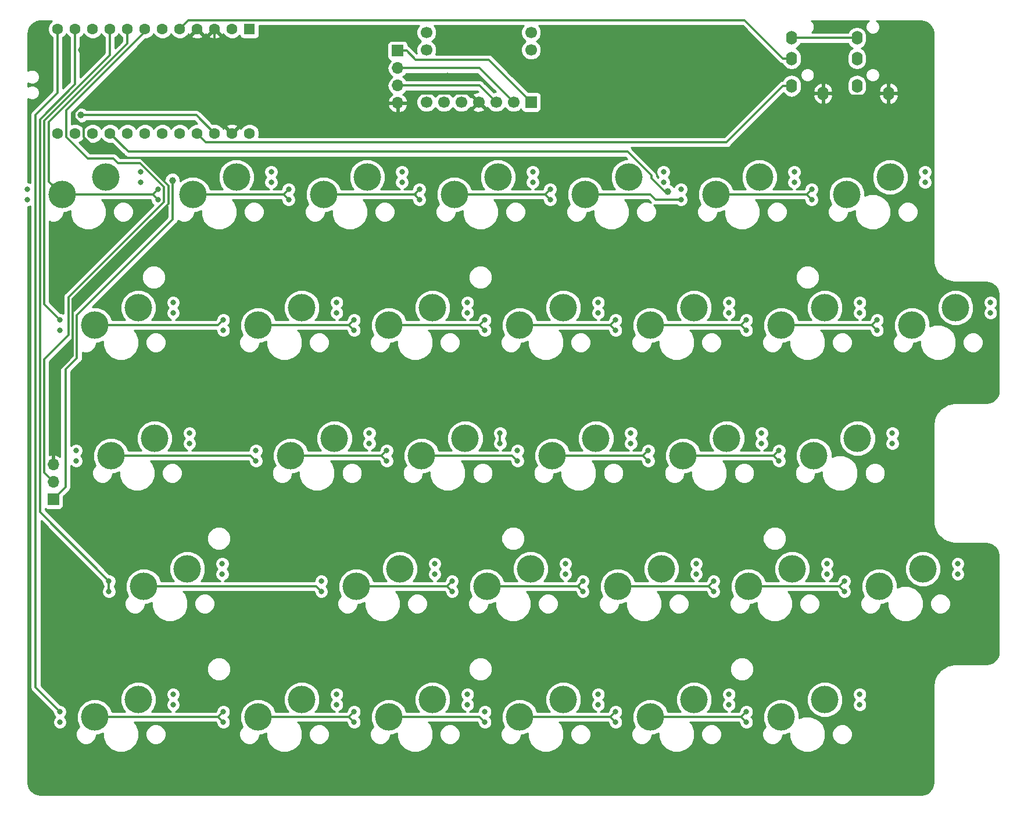
<source format=gbr>
G04 #@! TF.GenerationSoftware,KiCad,Pcbnew,(5.0.0)*
G04 #@! TF.CreationDate,2018-12-18T10:24:29+09:00*
G04 #@! TF.ProjectId,hecomi,6865636F6D692E6B696361645F706362,rev?*
G04 #@! TF.SameCoordinates,Original*
G04 #@! TF.FileFunction,Copper,L1,Top,Signal*
G04 #@! TF.FilePolarity,Positive*
%FSLAX46Y46*%
G04 Gerber Fmt 4.6, Leading zero omitted, Abs format (unit mm)*
G04 Created by KiCad (PCBNEW (5.0.0)) date 12/18/18 10:24:29*
%MOMM*%
%LPD*%
G01*
G04 APERTURE LIST*
G04 #@! TA.AperFunction,ViaPad*
%ADD10C,4.000000*%
G04 #@! TD*
G04 #@! TA.AperFunction,ViaPad*
%ADD11C,0.800000*%
G04 #@! TD*
G04 #@! TA.AperFunction,ComponentPad*
%ADD12O,1.600000X2.000000*%
G04 #@! TD*
G04 #@! TA.AperFunction,ComponentPad*
%ADD13O,1.700000X1.700000*%
G04 #@! TD*
G04 #@! TA.AperFunction,ComponentPad*
%ADD14R,1.700000X1.700000*%
G04 #@! TD*
G04 #@! TA.AperFunction,ComponentPad*
%ADD15C,1.700000*%
G04 #@! TD*
G04 #@! TA.AperFunction,ComponentPad*
%ADD16R,1.600000X1.600000*%
G04 #@! TD*
G04 #@! TA.AperFunction,ComponentPad*
%ADD17C,1.600000*%
G04 #@! TD*
G04 #@! TA.AperFunction,ViaPad*
%ADD18C,1.000000*%
G04 #@! TD*
G04 #@! TA.AperFunction,Conductor*
%ADD19C,0.300000*%
G04 #@! TD*
G04 #@! TA.AperFunction,Conductor*
%ADD20C,0.254000*%
G04 #@! TD*
G04 APERTURE END LIST*
D10*
G04 #@! TO.N,Net-(D22-Pad1)*
G04 #@! TO.C,SW22*
X52546200Y-71120000D03*
G04 #@! TO.N,ROW3*
X46196200Y-73660000D03*
D11*
X41116200Y-72898000D03*
G04 #@! TO.N,Net-(D22-Pad1)*
X57626200Y-70358000D03*
G04 #@! TO.N,ROW3*
X41116200Y-74422000D03*
G04 #@! TO.N,Net-(D22-Pad1)*
X57626200Y-71882000D03*
G04 #@! TD*
D10*
G04 #@! TO.N,Net-(D23-Pad1)*
G04 #@! TO.C,SW23*
X83502500Y-71120000D03*
G04 #@! TO.N,ROW3*
X77152500Y-73660000D03*
D11*
X72072500Y-72898000D03*
G04 #@! TO.N,Net-(D23-Pad1)*
X88582500Y-70358000D03*
G04 #@! TO.N,ROW3*
X72072500Y-74422000D03*
G04 #@! TO.N,Net-(D23-Pad1)*
X88582500Y-71882000D03*
G04 #@! TD*
D10*
G04 #@! TO.N,Net-(D25-Pad1)*
G04 #@! TO.C,SW25*
X121602000Y-71120000D03*
G04 #@! TO.N,ROW3*
X115252000Y-73660000D03*
D11*
X110172000Y-72898000D03*
G04 #@! TO.N,Net-(D25-Pad1)*
X126682000Y-70358000D03*
G04 #@! TO.N,ROW3*
X110172000Y-74422000D03*
G04 #@! TO.N,Net-(D25-Pad1)*
X126682000Y-71882000D03*
G04 #@! TD*
D10*
G04 #@! TO.N,Net-(D26-Pad1)*
G04 #@! TO.C,SW26*
X140652000Y-71120000D03*
G04 #@! TO.N,ROW3*
X134302000Y-73660000D03*
D11*
X129222000Y-72898000D03*
G04 #@! TO.N,Net-(D26-Pad1)*
X145732000Y-70358000D03*
G04 #@! TO.N,ROW3*
X129222000Y-74422000D03*
G04 #@! TO.N,Net-(D26-Pad1)*
X145732000Y-71882000D03*
G04 #@! TD*
D10*
G04 #@! TO.N,Net-(D27-Pad1)*
G04 #@! TO.C,SW27*
X159702000Y-71120000D03*
G04 #@! TO.N,ROW3*
X153352000Y-73660000D03*
D11*
X148272000Y-72898000D03*
G04 #@! TO.N,Net-(D27-Pad1)*
X164782000Y-70358000D03*
G04 #@! TO.N,ROW3*
X148272000Y-74422000D03*
G04 #@! TO.N,Net-(D27-Pad1)*
X164782000Y-71882000D03*
G04 #@! TD*
D10*
G04 #@! TO.N,Net-(D29-Pad1)*
G04 #@! TO.C,SW29*
X45402500Y-90170000D03*
G04 #@! TO.N,ROW4*
X39052500Y-92710000D03*
D11*
X33972500Y-91948000D03*
G04 #@! TO.N,Net-(D29-Pad1)*
X50482500Y-89408000D03*
G04 #@! TO.N,ROW4*
X33972500Y-93472000D03*
G04 #@! TO.N,Net-(D29-Pad1)*
X50482500Y-90932000D03*
G04 #@! TD*
D10*
G04 #@! TO.N,Net-(D30-Pad1)*
G04 #@! TO.C,SW30*
X69215000Y-90170000D03*
G04 #@! TO.N,ROW4*
X62865000Y-92710000D03*
D11*
X57785000Y-91948000D03*
G04 #@! TO.N,Net-(D30-Pad1)*
X74295000Y-89408000D03*
G04 #@! TO.N,ROW4*
X57785000Y-93472000D03*
G04 #@! TO.N,Net-(D30-Pad1)*
X74295000Y-90932000D03*
G04 #@! TD*
D10*
G04 #@! TO.N,Net-(D32-Pad1)*
G04 #@! TO.C,SW32*
X107315000Y-90170000D03*
G04 #@! TO.N,ROW4*
X100965000Y-92710000D03*
D11*
X95885000Y-91948000D03*
G04 #@! TO.N,Net-(D32-Pad1)*
X112395000Y-89408000D03*
G04 #@! TO.N,ROW4*
X95885000Y-93472000D03*
G04 #@! TO.N,Net-(D32-Pad1)*
X112395000Y-90932000D03*
G04 #@! TD*
D10*
G04 #@! TO.N,Net-(D33-Pad1)*
G04 #@! TO.C,SW33*
X126365000Y-90170000D03*
G04 #@! TO.N,ROW4*
X120015000Y-92710000D03*
D11*
X114935000Y-91948000D03*
G04 #@! TO.N,Net-(D33-Pad1)*
X131445000Y-89408000D03*
G04 #@! TO.N,ROW4*
X114935000Y-93472000D03*
G04 #@! TO.N,Net-(D33-Pad1)*
X131445000Y-90932000D03*
G04 #@! TD*
D10*
G04 #@! TO.N,Net-(D34-Pad1)*
G04 #@! TO.C,SW34*
X145415000Y-90170000D03*
G04 #@! TO.N,ROW4*
X139065000Y-92710000D03*
D11*
X133985000Y-91948000D03*
G04 #@! TO.N,Net-(D34-Pad1)*
X150495000Y-89408000D03*
G04 #@! TO.N,ROW4*
X133985000Y-93472000D03*
G04 #@! TO.N,Net-(D34-Pad1)*
X150495000Y-90932000D03*
G04 #@! TD*
D10*
G04 #@! TO.N,Net-(D20-Pad1)*
G04 #@! TO.C,SW20*
X150178000Y-52070000D03*
G04 #@! TO.N,ROW2*
X143828000Y-54610000D03*
D11*
X138748000Y-53848000D03*
G04 #@! TO.N,Net-(D20-Pad1)*
X155258000Y-51308000D03*
G04 #@! TO.N,ROW2*
X138748000Y-55372000D03*
G04 #@! TO.N,Net-(D20-Pad1)*
X155258000Y-52832000D03*
G04 #@! TD*
D10*
G04 #@! TO.N,Net-(D24-Pad1)*
G04 #@! TO.C,SW24*
X102552000Y-71120000D03*
G04 #@! TO.N,ROW3*
X96202000Y-73660000D03*
D11*
X91122000Y-72898000D03*
G04 #@! TO.N,Net-(D24-Pad1)*
X107632000Y-70358000D03*
G04 #@! TO.N,ROW3*
X91122000Y-74422000D03*
G04 #@! TO.N,Net-(D24-Pad1)*
X107632000Y-71882000D03*
G04 #@! TD*
D10*
G04 #@! TO.N,Net-(D2-Pad1)*
G04 #@! TO.C,SW2*
X59690000Y-13970000D03*
G04 #@! TO.N,ROW0*
X53340000Y-16510000D03*
D11*
X48260000Y-15748000D03*
G04 #@! TO.N,Net-(D2-Pad1)*
X64770000Y-13208000D03*
G04 #@! TO.N,ROW0*
X48260000Y-17272000D03*
G04 #@! TO.N,Net-(D2-Pad1)*
X64770000Y-14732000D03*
G04 #@! TD*
D10*
G04 #@! TO.N,Net-(D12-Pad1)*
G04 #@! TO.C,SW12*
X126365000Y-33020000D03*
G04 #@! TO.N,ROW1*
X120015000Y-35560000D03*
D11*
X114935000Y-34798000D03*
G04 #@! TO.N,Net-(D12-Pad1)*
X131445000Y-32258000D03*
G04 #@! TO.N,ROW1*
X114935000Y-36322000D03*
G04 #@! TO.N,Net-(D12-Pad1)*
X131445000Y-33782000D03*
G04 #@! TD*
D10*
G04 #@! TO.N,Net-(D31-Pad1)*
G04 #@! TO.C,SW31*
X88265000Y-90170000D03*
G04 #@! TO.N,ROW4*
X81915000Y-92710000D03*
D11*
X76835000Y-91948000D03*
G04 #@! TO.N,Net-(D31-Pad1)*
X93345000Y-89408000D03*
G04 #@! TO.N,ROW4*
X76835000Y-93472000D03*
G04 #@! TO.N,Net-(D31-Pad1)*
X93345000Y-90932000D03*
G04 #@! TD*
D10*
G04 #@! TO.N,Net-(D3-Pad1)*
G04 #@! TO.C,SW3*
X78740000Y-13970000D03*
G04 #@! TO.N,ROW0*
X72390000Y-16510000D03*
D11*
X67310000Y-15748000D03*
G04 #@! TO.N,Net-(D3-Pad1)*
X83820000Y-13208000D03*
G04 #@! TO.N,ROW0*
X67310000Y-17272000D03*
G04 #@! TO.N,Net-(D3-Pad1)*
X83820000Y-14732000D03*
G04 #@! TD*
D10*
G04 #@! TO.N,Net-(D4-Pad1)*
G04 #@! TO.C,SW4*
X97790000Y-13970000D03*
G04 #@! TO.N,ROW0*
X91440000Y-16510000D03*
D11*
X86360000Y-15748000D03*
G04 #@! TO.N,Net-(D4-Pad1)*
X102870000Y-13208000D03*
G04 #@! TO.N,ROW0*
X86360000Y-17272000D03*
G04 #@! TO.N,Net-(D4-Pad1)*
X102870000Y-14732000D03*
G04 #@! TD*
D10*
G04 #@! TO.N,Net-(D5-Pad1)*
G04 #@! TO.C,SW5*
X116840000Y-13970000D03*
G04 #@! TO.N,ROW0*
X110490000Y-16510000D03*
D11*
X105410000Y-15748000D03*
G04 #@! TO.N,Net-(D5-Pad1)*
X121920000Y-13208000D03*
G04 #@! TO.N,ROW0*
X105410000Y-17272000D03*
G04 #@! TO.N,Net-(D5-Pad1)*
X121920000Y-14732000D03*
G04 #@! TD*
D10*
G04 #@! TO.N,Net-(D7-Pad1)*
G04 #@! TO.C,SW7*
X154940000Y-13970000D03*
G04 #@! TO.N,ROW0*
X148590000Y-16510000D03*
D11*
X143510000Y-15748000D03*
G04 #@! TO.N,Net-(D7-Pad1)*
X160020000Y-13208000D03*
G04 #@! TO.N,ROW0*
X143510000Y-17272000D03*
G04 #@! TO.N,Net-(D7-Pad1)*
X160020000Y-14732000D03*
G04 #@! TD*
D10*
G04 #@! TO.N,Net-(D8-Pad1)*
G04 #@! TO.C,SW8*
X45402500Y-33020000D03*
G04 #@! TO.N,ROW1*
X39052500Y-35560000D03*
D11*
X33972500Y-34798000D03*
G04 #@! TO.N,Net-(D8-Pad1)*
X50482500Y-32258000D03*
G04 #@! TO.N,ROW1*
X33972500Y-36322000D03*
G04 #@! TO.N,Net-(D8-Pad1)*
X50482500Y-33782000D03*
G04 #@! TD*
D10*
G04 #@! TO.N,Net-(D18-Pad1)*
G04 #@! TO.C,SW18*
X112078000Y-52070000D03*
G04 #@! TO.N,ROW2*
X105728000Y-54610000D03*
D11*
X100648000Y-53848000D03*
G04 #@! TO.N,Net-(D18-Pad1)*
X117158000Y-51308000D03*
G04 #@! TO.N,ROW2*
X100648000Y-55372000D03*
G04 #@! TO.N,Net-(D18-Pad1)*
X117158000Y-52832000D03*
G04 #@! TD*
D10*
G04 #@! TO.N,Net-(D10-Pad1)*
G04 #@! TO.C,SW10*
X88265000Y-33020000D03*
G04 #@! TO.N,ROW1*
X81915000Y-35560000D03*
D11*
X76835000Y-34798000D03*
G04 #@! TO.N,Net-(D10-Pad1)*
X93345000Y-32258000D03*
G04 #@! TO.N,ROW1*
X76835000Y-36322000D03*
G04 #@! TO.N,Net-(D10-Pad1)*
X93345000Y-33782000D03*
G04 #@! TD*
D10*
G04 #@! TO.N,Net-(D11-Pad1)*
G04 #@! TO.C,SW11*
X107315000Y-33020000D03*
G04 #@! TO.N,ROW1*
X100965000Y-35560000D03*
D11*
X95885000Y-34798000D03*
G04 #@! TO.N,Net-(D11-Pad1)*
X112395000Y-32258000D03*
G04 #@! TO.N,ROW1*
X95885000Y-36322000D03*
G04 #@! TO.N,Net-(D11-Pad1)*
X112395000Y-33782000D03*
G04 #@! TD*
D10*
G04 #@! TO.N,Net-(D13-Pad1)*
G04 #@! TO.C,SW13*
X145415000Y-33020000D03*
G04 #@! TO.N,ROW1*
X139065000Y-35560000D03*
D11*
X133985000Y-34798000D03*
G04 #@! TO.N,Net-(D13-Pad1)*
X150495000Y-32258000D03*
G04 #@! TO.N,ROW1*
X133985000Y-36322000D03*
G04 #@! TO.N,Net-(D13-Pad1)*
X150495000Y-33782000D03*
G04 #@! TD*
D10*
G04 #@! TO.N,Net-(D14-Pad1)*
G04 #@! TO.C,SW14*
X164465000Y-33020000D03*
G04 #@! TO.N,ROW1*
X158115000Y-35560000D03*
D11*
X153035000Y-34798000D03*
G04 #@! TO.N,Net-(D14-Pad1)*
X169545000Y-32258000D03*
G04 #@! TO.N,ROW1*
X153035000Y-36322000D03*
G04 #@! TO.N,Net-(D14-Pad1)*
X169545000Y-33782000D03*
G04 #@! TD*
D10*
G04 #@! TO.N,Net-(D15-Pad1)*
G04 #@! TO.C,SW15*
X47783800Y-52070000D03*
G04 #@! TO.N,ROW2*
X41433800Y-54610000D03*
D11*
X36353800Y-53848000D03*
G04 #@! TO.N,Net-(D15-Pad1)*
X52863800Y-51308000D03*
G04 #@! TO.N,ROW2*
X36353800Y-55372000D03*
G04 #@! TO.N,Net-(D15-Pad1)*
X52863800Y-52832000D03*
G04 #@! TD*
D10*
G04 #@! TO.N,Net-(D16-Pad1)*
G04 #@! TO.C,SW16*
X73977500Y-52070000D03*
G04 #@! TO.N,ROW2*
X67627500Y-54610000D03*
D11*
X62547500Y-53848000D03*
G04 #@! TO.N,Net-(D16-Pad1)*
X79057500Y-51308000D03*
G04 #@! TO.N,ROW2*
X62547500Y-55372000D03*
G04 #@! TO.N,Net-(D16-Pad1)*
X79057500Y-52832000D03*
G04 #@! TD*
D10*
G04 #@! TO.N,Net-(D17-Pad1)*
G04 #@! TO.C,SW17*
X93027500Y-52070000D03*
G04 #@! TO.N,ROW2*
X86677500Y-54610000D03*
D11*
X81597500Y-53848000D03*
G04 #@! TO.N,Net-(D17-Pad1)*
X98107500Y-51308000D03*
G04 #@! TO.N,ROW2*
X81597500Y-55372000D03*
G04 #@! TO.N,Net-(D17-Pad1)*
X98107500Y-52832000D03*
G04 #@! TD*
D10*
G04 #@! TO.N,Net-(D19-Pad1)*
G04 #@! TO.C,SW19*
X131128000Y-52070000D03*
G04 #@! TO.N,ROW2*
X124778000Y-54610000D03*
D11*
X119698000Y-53848000D03*
G04 #@! TO.N,Net-(D19-Pad1)*
X136208000Y-51308000D03*
G04 #@! TO.N,ROW2*
X119698000Y-55372000D03*
G04 #@! TO.N,Net-(D19-Pad1)*
X136208000Y-52832000D03*
G04 #@! TD*
D10*
G04 #@! TO.N,Net-(D9-Pad1)*
G04 #@! TO.C,SW9*
X69215000Y-33020000D03*
G04 #@! TO.N,ROW1*
X62865000Y-35560000D03*
D11*
X57785000Y-34798000D03*
G04 #@! TO.N,Net-(D9-Pad1)*
X74295000Y-32258000D03*
G04 #@! TO.N,ROW1*
X57785000Y-36322000D03*
G04 #@! TO.N,Net-(D9-Pad1)*
X74295000Y-33782000D03*
G04 #@! TD*
D10*
G04 #@! TO.N,Net-(D6-Pad1)*
G04 #@! TO.C,SW6*
X135890000Y-13970000D03*
G04 #@! TO.N,ROW0*
X129540000Y-16510000D03*
D11*
X124460000Y-15748000D03*
G04 #@! TO.N,Net-(D6-Pad1)*
X140970000Y-13208000D03*
G04 #@! TO.N,ROW0*
X124460000Y-17272000D03*
G04 #@! TO.N,Net-(D6-Pad1)*
X140970000Y-14732000D03*
G04 #@! TD*
D10*
G04 #@! TO.N,Net-(D1-Pad1)*
G04 #@! TO.C,SW1*
X40640000Y-13970000D03*
G04 #@! TO.N,ROW0*
X34290000Y-16510000D03*
D11*
X29210000Y-15748000D03*
G04 #@! TO.N,Net-(D1-Pad1)*
X45720000Y-13208000D03*
G04 #@! TO.N,ROW0*
X29210000Y-17272000D03*
G04 #@! TO.N,Net-(D1-Pad1)*
X45720000Y-14732000D03*
G04 #@! TD*
D12*
G04 #@! TO.P,J2,1*
G04 #@! TO.N,GND*
X154700000Y-1775000D03*
G04 #@! TO.P,J2,2*
G04 #@! TO.N,VCC*
X150100000Y-675000D03*
G04 #@! TO.P,J2,4*
G04 #@! TO.N,SDA*
X150100000Y6325000D03*
G04 #@! TO.P,J2,3*
G04 #@! TO.N,SCL*
X150100000Y3325000D03*
G04 #@! TD*
G04 #@! TO.P,J3,1*
G04 #@! TO.N,GND*
X145175000Y-1775000D03*
G04 #@! TO.P,J3,2*
G04 #@! TO.N,VCC*
X140575000Y-675000D03*
G04 #@! TO.P,J3,4*
G04 #@! TO.N,SDA*
X140575000Y6325000D03*
G04 #@! TO.P,J3,3*
G04 #@! TO.N,SCL*
X140575000Y3325000D03*
G04 #@! TD*
D13*
G04 #@! TO.P,J1,3*
G04 #@! TO.N,GND*
X33020000Y-55880000D03*
G04 #@! TO.P,J1,2*
G04 #@! TO.N,LED*
X33020000Y-58420000D03*
D14*
G04 #@! TO.P,J1,1*
G04 #@! TO.N,VCC*
X33020000Y-60960000D03*
G04 #@! TD*
D15*
G04 #@! TO.P,J4,*
G04 #@! TO.N,*
X102616000Y7112000D03*
X87376000Y7112000D03*
X102616000Y4572000D03*
X87376000Y4572000D03*
G04 #@! TO.P,J4,7*
G04 #@! TO.N,Net-(J4-Pad7)*
X87376000Y-3048000D03*
G04 #@! TO.P,J4,6*
G04 #@! TO.N,Net-(J4-Pad6)*
X89916000Y-3048000D03*
G04 #@! TO.P,J4,5*
G04 #@! TO.N,Net-(J4-Pad5)*
X92456000Y-3048000D03*
G04 #@! TO.P,J4,4*
G04 #@! TO.N,GND*
X94996000Y-3048000D03*
G04 #@! TO.P,J4,3*
G04 #@! TO.N,D+*
X97536000Y-3048000D03*
G04 #@! TO.P,J4,2*
G04 #@! TO.N,D-*
X100076000Y-3048000D03*
D14*
G04 #@! TO.P,J4,1*
G04 #@! TO.N,VBUS*
X102616000Y-3048000D03*
G04 #@! TD*
D16*
G04 #@! TO.P,U1,1*
G04 #@! TO.N,TX*
X61595000Y7620000D03*
D17*
G04 #@! TO.P,U1,2*
G04 #@! TO.N,RX*
X59055000Y7620000D03*
G04 #@! TO.P,U1,3*
G04 #@! TO.N,GND*
X56515000Y7620000D03*
G04 #@! TO.P,U1,4*
X53975000Y7620000D03*
G04 #@! TO.P,U1,5*
G04 #@! TO.N,SCL*
X51435000Y7620000D03*
G04 #@! TO.P,U1,6*
G04 #@! TO.N,SDA*
X48895000Y7620000D03*
G04 #@! TO.P,U1,7*
G04 #@! TO.N,LED*
X46355000Y7620000D03*
G04 #@! TO.P,U1,8*
G04 #@! TO.N,ROW0*
X43815000Y7620000D03*
G04 #@! TO.P,U1,9*
G04 #@! TO.N,ROW1*
X41275000Y7620000D03*
G04 #@! TO.P,U1,10*
G04 #@! TO.N,ROW2*
X38735000Y7620000D03*
G04 #@! TO.P,U1,11*
G04 #@! TO.N,ROW3*
X36195000Y7620000D03*
G04 #@! TO.P,U1,12*
G04 #@! TO.N,ROW4*
X33655000Y7620000D03*
G04 #@! TO.P,U1,13*
G04 #@! TO.N,COL7*
X33655000Y-7620000D03*
G04 #@! TO.P,U1,14*
G04 #@! TO.N,COL6*
X36195000Y-7620000D03*
G04 #@! TO.P,U1,15*
G04 #@! TO.N,COL5*
X38735000Y-7620000D03*
G04 #@! TO.P,U1,16*
G04 #@! TO.N,COL4*
X41275000Y-7620000D03*
G04 #@! TO.P,U1,17*
G04 #@! TO.N,COL3*
X43815000Y-7620000D03*
G04 #@! TO.P,U1,18*
G04 #@! TO.N,COL2*
X46355000Y-7620000D03*
G04 #@! TO.P,U1,19*
G04 #@! TO.N,COL1*
X48895000Y-7620000D03*
G04 #@! TO.P,U1,20*
G04 #@! TO.N,COL0*
X51435000Y-7620000D03*
G04 #@! TO.P,U1,21*
G04 #@! TO.N,VCC*
X53975000Y-7620000D03*
G04 #@! TO.P,U1,22*
G04 #@! TO.N,RST*
X56515000Y-7620000D03*
G04 #@! TO.P,U1,23*
G04 #@! TO.N,GND*
X59055000Y-7620000D03*
G04 #@! TO.P,U1,24*
G04 #@! TO.N,Net-(U1-Pad24)*
X61595000Y-7620000D03*
G04 #@! TD*
D13*
G04 #@! TO.P,J5,4*
G04 #@! TO.N,GND*
X83185000Y-3175000D03*
G04 #@! TO.P,J5,3*
G04 #@! TO.N,D+*
X83185000Y-635000D03*
G04 #@! TO.P,J5,2*
G04 #@! TO.N,D-*
X83185000Y1905000D03*
D14*
G04 #@! TO.P,J5,1*
G04 #@! TO.N,VBUS*
X83185000Y4445000D03*
G04 #@! TD*
D18*
G04 #@! TO.N,COL4*
X122555000Y-16107800D03*
G04 #@! TO.N,VCC*
X50392400Y-14453700D03*
G04 #@! TO.N,GND*
X31052000Y6350000D03*
X34862000Y3048000D03*
X40196000Y4826000D03*
X37148000Y4572000D03*
X42482000Y5588000D03*
X35116000Y-25146000D03*
X90488000Y762000D03*
X48324000Y-41656000D03*
X50610000Y-46736000D03*
X49086000Y-25654000D03*
X42482000Y-21336000D03*
X45022000Y-23876000D03*
X132652000Y4826000D03*
X121984000Y6858000D03*
X111316000Y6858000D03*
X70168000Y7112000D03*
X75756000Y7112000D03*
X92266000Y6858000D03*
X97092000Y6858000D03*
G04 #@! TO.N,RST*
X37037000Y-4943900D03*
G04 #@! TD*
D19*
G04 #@! TO.N,COL4*
X41275000Y-7620000D02*
X43946200Y-10291200D01*
X43946200Y-10291200D02*
X116683800Y-10291200D01*
X116683800Y-10291200D02*
X120130400Y-13737800D01*
X120130400Y-13737800D02*
X120130400Y-14145800D01*
X120130400Y-14145800D02*
X122092400Y-16107800D01*
X122092400Y-16107800D02*
X122555000Y-16107800D01*
G04 #@! TO.N,Net-(D17-Pad1)*
X98107500Y-52832000D02*
X98107500Y-51308000D01*
G04 #@! TO.N,VCC*
X33020000Y-60960000D02*
X34803700Y-59176300D01*
X34803700Y-59176300D02*
X34803700Y-42032800D01*
X34803700Y-42032800D02*
X36455500Y-40381000D01*
X36455500Y-40381000D02*
X36455500Y-34113300D01*
X36455500Y-34113300D02*
X50392400Y-20176400D01*
X50392400Y-20176400D02*
X50392400Y-14453700D01*
X140575000Y-675000D02*
X139324700Y-675000D01*
X53975000Y-7620000D02*
X55242200Y-8887200D01*
X55242200Y-8887200D02*
X131112500Y-8887200D01*
X131112500Y-8887200D02*
X139324700Y-675000D01*
G04 #@! TO.N,LED*
X46355000Y7620000D02*
X46355000Y7195200D01*
X46355000Y7195200D02*
X34925000Y-4234800D01*
X34925000Y-4234800D02*
X34925000Y-8164500D01*
X34925000Y-8164500D02*
X38063000Y-11302500D01*
X38063000Y-11302500D02*
X41758000Y-11302500D01*
X41758000Y-11302500D02*
X42429800Y-11974300D01*
X42429800Y-11974300D02*
X45700300Y-11974300D01*
X45700300Y-11974300D02*
X49125400Y-15399400D01*
X49125400Y-15399400D02*
X49125400Y-17609300D01*
X49125400Y-17609300D02*
X35251300Y-31483400D01*
X35251300Y-31483400D02*
X35251300Y-37003900D01*
X35251300Y-37003900D02*
X31661300Y-40593900D01*
X31661300Y-40593900D02*
X31661300Y-57061300D01*
X31661300Y-57061300D02*
X33020000Y-58420000D01*
G04 #@! TO.N,GND*
X33020000Y-55880000D02*
X33020000Y-42894700D01*
X33020000Y-42894700D02*
X35855200Y-40059500D01*
X35855200Y-40059500D02*
X35855200Y-31782800D01*
X35855200Y-31782800D02*
X49780100Y-17857900D01*
X49780100Y-17857900D02*
X49780100Y-15205200D01*
X49780100Y-15205200D02*
X45736800Y-11161900D01*
X45736800Y-11161900D02*
X42766600Y-11161900D01*
X42766600Y-11161900D02*
X42006800Y-10402100D01*
X42006800Y-10402100D02*
X39704800Y-10402100D01*
X39704800Y-10402100D02*
X37465000Y-8162300D01*
X37465000Y-8162300D02*
X37465000Y-6715700D01*
X37465000Y-6715700D02*
X37464900Y-6715700D01*
X37464900Y-6715700D02*
X36054000Y-5304800D01*
X36054000Y-5304800D02*
X36054000Y-4582800D01*
X36054000Y-4582800D02*
X37096600Y-3540200D01*
X37096600Y-3540200D02*
X42814900Y-3540200D01*
X42814900Y-3540200D02*
X42814900Y-3540100D01*
X42814900Y-3540100D02*
X53975000Y7620000D01*
X63500000Y-3175000D02*
X83185000Y-3175000D01*
X59055000Y-7620000D02*
X63500000Y-3175000D01*
X63500000Y-3175000D02*
X56515000Y3810000D01*
X56515000Y3810000D02*
X56515000Y7620000D01*
X83185000Y-3175000D02*
X84485300Y-3175000D01*
X84485300Y-3175000D02*
X85916400Y-1743900D01*
X85916400Y-1743900D02*
X93691900Y-1743900D01*
X93691900Y-1743900D02*
X94996000Y-3048000D01*
X145175000Y-1775000D02*
X146425300Y-1775000D01*
X146425300Y-1775000D02*
X146785600Y-2135300D01*
X146785600Y-2135300D02*
X153089400Y-2135300D01*
X153089400Y-2135300D02*
X153449700Y-1775000D01*
X154700000Y-1775000D02*
X153449700Y-1775000D01*
G04 #@! TO.N,SDA*
X140575000Y6325000D02*
X150100000Y6325000D01*
G04 #@! TO.N,SCL*
X140575000Y3325000D02*
X139324700Y3325000D01*
X51435000Y7620000D02*
X52708400Y8893400D01*
X52708400Y8893400D02*
X133756300Y8893400D01*
X133756300Y8893400D02*
X139324700Y3325000D01*
G04 #@! TO.N,ROW0*
X110490000Y-16510000D02*
X120009100Y-16510000D01*
X120009100Y-16510000D02*
X120771100Y-17272000D01*
X120771100Y-17272000D02*
X124460000Y-17272000D01*
X43815000Y7620000D02*
X43815000Y5504100D01*
X43815000Y5504100D02*
X32404000Y-5906900D01*
X32404000Y-5906900D02*
X32404000Y-14624000D01*
X32404000Y-14624000D02*
X34290000Y-16510000D01*
X47498000Y-16510000D02*
X48260000Y-17272000D01*
X47498000Y-16510000D02*
X48260000Y-15748000D01*
X34290000Y-16510000D02*
X47498000Y-16510000D01*
X66548000Y-16510000D02*
X67310000Y-15748000D01*
X66548000Y-16510000D02*
X67310000Y-17272000D01*
X53340000Y-16510000D02*
X66548000Y-16510000D01*
X142748000Y-16510000D02*
X143510000Y-17272000D01*
X142748000Y-16510000D02*
X143510000Y-15748000D01*
X129540000Y-16510000D02*
X142748000Y-16510000D01*
X104648000Y-16510000D02*
X91440000Y-16510000D01*
X105410000Y-17272000D02*
X104648000Y-16510000D01*
X104648000Y-16510000D02*
X105410000Y-15748000D01*
X85796000Y-16510000D02*
X85796000Y-16312000D01*
X85796000Y-16312000D02*
X86360000Y-15748000D01*
X86360000Y-17272000D02*
X85796000Y-16708000D01*
X85796000Y-16708000D02*
X85796000Y-16510000D01*
X72390000Y-16510000D02*
X85796000Y-16510000D01*
G04 #@! TO.N,ROW1*
X33972500Y-34798000D02*
X31661300Y-32486800D01*
X31661300Y-32486800D02*
X31661300Y-5800500D01*
X31661300Y-5800500D02*
X41275000Y3813200D01*
X41275000Y3813200D02*
X41275000Y7620000D01*
X39052500Y-35560000D02*
X57023000Y-35560000D01*
X57023000Y-35560000D02*
X57785000Y-34798000D01*
X152273000Y-35560000D02*
X153035000Y-36322000D01*
X152273000Y-35560000D02*
X153035000Y-34798000D01*
X139065000Y-35560000D02*
X152273000Y-35560000D01*
X133223000Y-35560000D02*
X133985000Y-34798000D01*
X133223000Y-35560000D02*
X133985000Y-36322000D01*
X120015000Y-35560000D02*
X133223000Y-35560000D01*
X114173000Y-35560000D02*
X100965000Y-35560000D01*
X114935000Y-36322000D02*
X114173000Y-35560000D01*
X114173000Y-35560000D02*
X114935000Y-34798000D01*
X95187700Y-35560000D02*
X95187700Y-35495300D01*
X95187700Y-35495300D02*
X95885000Y-34798000D01*
X95885000Y-36322000D02*
X95187700Y-35624700D01*
X95187700Y-35624700D02*
X95187700Y-35560000D01*
X95187700Y-35560000D02*
X81915000Y-35560000D01*
X76073000Y-35560000D02*
X76835000Y-36322000D01*
X76073000Y-35560000D02*
X76835000Y-34798000D01*
X62865000Y-35560000D02*
X76073000Y-35560000D01*
G04 #@! TO.N,ROW2*
X41433800Y-54610000D02*
X61785500Y-54610000D01*
X61785500Y-54610000D02*
X62547500Y-55372000D01*
X118936000Y-54610000D02*
X119698000Y-55372000D01*
X105728000Y-54610000D02*
X118936000Y-54610000D01*
X118936000Y-54610000D02*
X119698000Y-53848000D01*
X86677500Y-54610000D02*
X99886000Y-54610000D01*
X99886000Y-54610000D02*
X100648000Y-55372000D01*
X137986000Y-54610000D02*
X138748000Y-55372000D01*
X137986000Y-54610000D02*
X138748000Y-53848000D01*
X124778000Y-54610000D02*
X137986000Y-54610000D01*
X80835500Y-54610000D02*
X67627500Y-54610000D01*
X81597500Y-55372000D02*
X80835500Y-54610000D01*
X80835500Y-54610000D02*
X81597500Y-53848000D01*
G04 #@! TO.N,ROW3*
X41116200Y-72898000D02*
X31060900Y-62842700D01*
X31060900Y-62842700D02*
X31060900Y-5552000D01*
X31060900Y-5552000D02*
X36195000Y-417900D01*
X36195000Y-417900D02*
X36195000Y7620000D01*
X72072500Y-74422000D02*
X71310500Y-73660000D01*
X71310500Y-73660000D02*
X46196200Y-73660000D01*
X147510000Y-73660000D02*
X134302000Y-73660000D01*
X148272000Y-72898000D02*
X147510000Y-73660000D01*
X147510000Y-73660000D02*
X148272000Y-74422000D01*
X128460000Y-73660000D02*
X115252000Y-73660000D01*
X129222000Y-74422000D02*
X128460000Y-73660000D01*
X128460000Y-73660000D02*
X129222000Y-72898000D01*
X109608000Y-73660000D02*
X109608000Y-73462000D01*
X109608000Y-73462000D02*
X110172000Y-72898000D01*
X110172000Y-74422000D02*
X109608000Y-73858000D01*
X109608000Y-73858000D02*
X109608000Y-73660000D01*
X96202000Y-73660000D02*
X109608000Y-73660000D01*
X90360000Y-73660000D02*
X77152500Y-73660000D01*
X91122000Y-74422000D02*
X90360000Y-73660000D01*
X90360000Y-73660000D02*
X91122000Y-72898000D01*
X41116200Y-72898000D02*
X41116200Y-74422000D01*
G04 #@! TO.N,ROW4*
X33655000Y7620000D02*
X33655000Y-1684600D01*
X33655000Y-1684600D02*
X30460500Y-4879100D01*
X30460500Y-4879100D02*
X30460500Y-88436000D01*
X30460500Y-88436000D02*
X33972500Y-91948000D01*
X57023000Y-92710000D02*
X57785000Y-91948000D01*
X57023000Y-92710000D02*
X57785000Y-93472000D01*
X39052500Y-92710000D02*
X57023000Y-92710000D01*
X133223000Y-92710000D02*
X133985000Y-93472000D01*
X133223000Y-92710000D02*
X133985000Y-91948000D01*
X120015000Y-92710000D02*
X133223000Y-92710000D01*
X114173000Y-92710000D02*
X100965000Y-92710000D01*
X114935000Y-93472000D02*
X114173000Y-92710000D01*
X114173000Y-92710000D02*
X114935000Y-91948000D01*
X81915000Y-92710000D02*
X95123000Y-92710000D01*
X95123000Y-92710000D02*
X95885000Y-93472000D01*
X76073000Y-92710000D02*
X76835000Y-93472000D01*
X62865000Y-92710000D02*
X76073000Y-92710000D01*
X76073000Y-92710000D02*
X76835000Y-91948000D01*
G04 #@! TO.N,RST*
X37037000Y-4943900D02*
X53838900Y-4943900D01*
X53838900Y-4943900D02*
X56515000Y-7620000D01*
G04 #@! TO.N,VBUS*
X83185000Y4445000D02*
X84485300Y4445000D01*
X84485300Y4445000D02*
X85785600Y3144700D01*
X85785600Y3144700D02*
X96423300Y3144700D01*
X96423300Y3144700D02*
X102616000Y-3048000D01*
G04 #@! TO.N,D-*
X84485300Y1905000D02*
X95123000Y1905000D01*
X95123000Y1905000D02*
X100076000Y-3048000D01*
X83185000Y1905000D02*
X84485300Y1905000D01*
G04 #@! TO.N,D+*
X83185000Y-635000D02*
X95123000Y-635000D01*
X95123000Y-635000D02*
X97536000Y-3048000D01*
G04 #@! TD*
D20*
G04 #@! TO.N,GND*
G36*
X151813720Y8802431D02*
X151522569Y8511280D01*
X151365000Y8130874D01*
X151365000Y7719126D01*
X151522569Y7338720D01*
X151813720Y7047569D01*
X152194126Y6890000D01*
X152605874Y6890000D01*
X152986280Y7047569D01*
X153277431Y7338720D01*
X153435000Y7719126D01*
X153435000Y8130874D01*
X153277431Y8511280D01*
X152986280Y8802431D01*
X152955936Y8815000D01*
X159340334Y8815000D01*
X159838698Y8752042D01*
X160263893Y8583695D01*
X160633858Y8314899D01*
X160925356Y7962538D01*
X161120067Y7548756D01*
X161212093Y7066338D01*
X161215000Y6973836D01*
X161215001Y-26104926D01*
X161217193Y-26115946D01*
X161220362Y-26216789D01*
X161222117Y-26227872D01*
X161221413Y-26239068D01*
X161232588Y-26327528D01*
X161351892Y-26952944D01*
X161365697Y-26995430D01*
X161374066Y-27039305D01*
X161406889Y-27122207D01*
X161677980Y-27698304D01*
X161701916Y-27736021D01*
X161720934Y-27776436D01*
X161773343Y-27848571D01*
X162179185Y-28339151D01*
X162211754Y-28369736D01*
X162240222Y-28404147D01*
X162308915Y-28460975D01*
X162308922Y-28460982D01*
X162308926Y-28460984D01*
X162824019Y-28835221D01*
X162863165Y-28856742D01*
X162899301Y-28882996D01*
X162979965Y-28920954D01*
X162979978Y-28920961D01*
X162979985Y-28920963D01*
X163571960Y-29155343D01*
X163615236Y-29166454D01*
X163656758Y-29182894D01*
X163744330Y-29199600D01*
X163744342Y-29199603D01*
X163744349Y-29199603D01*
X164351108Y-29276255D01*
X164395074Y-29285000D01*
X168865334Y-29285000D01*
X169363698Y-29347958D01*
X169788893Y-29516305D01*
X170158858Y-29785101D01*
X170450356Y-30137462D01*
X170645067Y-30551244D01*
X170737093Y-31033662D01*
X170740000Y-31126164D01*
X170740001Y-45040326D01*
X170677042Y-45538699D01*
X170508697Y-45963889D01*
X170239899Y-46333859D01*
X169887541Y-46625355D01*
X169473756Y-46820067D01*
X168991339Y-46912093D01*
X168898836Y-46915000D01*
X164395074Y-46915000D01*
X164384048Y-46917193D01*
X164283211Y-46920362D01*
X164272128Y-46922117D01*
X164260932Y-46921413D01*
X164172472Y-46932588D01*
X163547057Y-47051892D01*
X163504572Y-47065696D01*
X163460695Y-47074066D01*
X163377793Y-47106889D01*
X162801696Y-47377980D01*
X162763975Y-47401919D01*
X162723563Y-47420935D01*
X162651429Y-47473343D01*
X162160849Y-47879186D01*
X162130273Y-47911747D01*
X162095853Y-47940221D01*
X162039018Y-48008922D01*
X161664779Y-48524019D01*
X161643259Y-48563164D01*
X161617004Y-48599301D01*
X161579040Y-48679978D01*
X161344658Y-49271960D01*
X161333549Y-49315227D01*
X161317106Y-49356757D01*
X161300398Y-49444341D01*
X161223745Y-50051112D01*
X161215000Y-50095075D01*
X161215001Y-64204926D01*
X161217193Y-64215946D01*
X161220362Y-64316789D01*
X161222117Y-64327872D01*
X161221413Y-64339068D01*
X161232588Y-64427528D01*
X161351892Y-65052944D01*
X161365697Y-65095430D01*
X161374066Y-65139305D01*
X161406889Y-65222207D01*
X161677980Y-65798304D01*
X161701916Y-65836021D01*
X161720934Y-65876436D01*
X161773343Y-65948571D01*
X162179185Y-66439151D01*
X162211754Y-66469736D01*
X162240222Y-66504147D01*
X162308915Y-66560975D01*
X162308922Y-66560982D01*
X162308926Y-66560984D01*
X162824019Y-66935221D01*
X162863165Y-66956742D01*
X162899301Y-66982996D01*
X162979965Y-67020954D01*
X162979978Y-67020961D01*
X162979985Y-67020963D01*
X163571960Y-67255343D01*
X163615236Y-67266454D01*
X163656758Y-67282894D01*
X163744330Y-67299600D01*
X163744342Y-67299603D01*
X163744349Y-67299603D01*
X164351108Y-67376255D01*
X164395074Y-67385000D01*
X168865334Y-67385000D01*
X169363698Y-67447958D01*
X169788893Y-67616305D01*
X170158858Y-67885101D01*
X170450356Y-68237462D01*
X170645067Y-68651244D01*
X170737093Y-69133662D01*
X170740000Y-69226164D01*
X170740001Y-83140326D01*
X170677042Y-83638699D01*
X170508697Y-84063889D01*
X170239899Y-84433859D01*
X169887541Y-84725355D01*
X169473756Y-84920067D01*
X168991339Y-85012093D01*
X168898836Y-85015000D01*
X164395074Y-85015000D01*
X164384048Y-85017193D01*
X164283211Y-85020362D01*
X164272128Y-85022117D01*
X164260932Y-85021413D01*
X164172472Y-85032588D01*
X163547057Y-85151892D01*
X163504572Y-85165696D01*
X163460695Y-85174066D01*
X163377793Y-85206889D01*
X162801696Y-85477980D01*
X162763975Y-85501919D01*
X162723563Y-85520935D01*
X162651429Y-85573343D01*
X162160849Y-85979186D01*
X162130273Y-86011747D01*
X162095853Y-86040221D01*
X162039018Y-86108922D01*
X161664779Y-86624019D01*
X161643259Y-86663164D01*
X161617004Y-86699301D01*
X161579040Y-86779978D01*
X161344658Y-87371960D01*
X161333549Y-87415227D01*
X161317106Y-87456757D01*
X161300398Y-87544341D01*
X161223745Y-88151112D01*
X161215000Y-88195075D01*
X161215001Y-102190326D01*
X161152042Y-102688699D01*
X160983697Y-103113889D01*
X160714899Y-103483859D01*
X160362541Y-103775355D01*
X159948756Y-103970067D01*
X159466339Y-104062093D01*
X159373836Y-104065000D01*
X31302607Y-104065000D01*
X31297788Y-104063092D01*
X31207121Y-104045796D01*
X30667570Y-103977635D01*
X30248247Y-103811613D01*
X29883391Y-103546529D01*
X29595921Y-103199037D01*
X29403898Y-102790968D01*
X29312832Y-102313583D01*
X29309637Y-102211914D01*
X29285000Y-102056359D01*
X29285000Y-94949642D01*
X36272500Y-94949642D01*
X36272500Y-95550358D01*
X36502384Y-96105346D01*
X36927154Y-96530116D01*
X37482142Y-96760000D01*
X38082858Y-96760000D01*
X38637846Y-96530116D01*
X39062616Y-96105346D01*
X39292500Y-95550358D01*
X39292500Y-95345000D01*
X39576634Y-95345000D01*
X40233600Y-95072876D01*
X40233600Y-95772921D01*
X40633826Y-96739152D01*
X41373348Y-97478674D01*
X42339579Y-97878900D01*
X43385421Y-97878900D01*
X44351652Y-97478674D01*
X45091174Y-96739152D01*
X45491400Y-95772921D01*
X45491400Y-94949642D01*
X46432500Y-94949642D01*
X46432500Y-95550358D01*
X46662384Y-96105346D01*
X47087154Y-96530116D01*
X47642142Y-96760000D01*
X48242858Y-96760000D01*
X48797846Y-96530116D01*
X49222616Y-96105346D01*
X49452500Y-95550358D01*
X49452500Y-94949642D01*
X60085000Y-94949642D01*
X60085000Y-95550358D01*
X60314884Y-96105346D01*
X60739654Y-96530116D01*
X61294642Y-96760000D01*
X61895358Y-96760000D01*
X62450346Y-96530116D01*
X62875116Y-96105346D01*
X63105000Y-95550358D01*
X63105000Y-95345000D01*
X63389134Y-95345000D01*
X64046100Y-95072876D01*
X64046100Y-95772921D01*
X64446326Y-96739152D01*
X65185848Y-97478674D01*
X66152079Y-97878900D01*
X67197921Y-97878900D01*
X68164152Y-97478674D01*
X68903674Y-96739152D01*
X69303900Y-95772921D01*
X69303900Y-94949642D01*
X70245000Y-94949642D01*
X70245000Y-95550358D01*
X70474884Y-96105346D01*
X70899654Y-96530116D01*
X71454642Y-96760000D01*
X72055358Y-96760000D01*
X72610346Y-96530116D01*
X73035116Y-96105346D01*
X73265000Y-95550358D01*
X73265000Y-94949642D01*
X79135000Y-94949642D01*
X79135000Y-95550358D01*
X79364884Y-96105346D01*
X79789654Y-96530116D01*
X80344642Y-96760000D01*
X80945358Y-96760000D01*
X81500346Y-96530116D01*
X81925116Y-96105346D01*
X82155000Y-95550358D01*
X82155000Y-95345000D01*
X82439134Y-95345000D01*
X83096100Y-95072876D01*
X83096100Y-95772921D01*
X83496326Y-96739152D01*
X84235848Y-97478674D01*
X85202079Y-97878900D01*
X86247921Y-97878900D01*
X87214152Y-97478674D01*
X87953674Y-96739152D01*
X88353900Y-95772921D01*
X88353900Y-94949642D01*
X89295000Y-94949642D01*
X89295000Y-95550358D01*
X89524884Y-96105346D01*
X89949654Y-96530116D01*
X90504642Y-96760000D01*
X91105358Y-96760000D01*
X91660346Y-96530116D01*
X92085116Y-96105346D01*
X92315000Y-95550358D01*
X92315000Y-94949642D01*
X98185000Y-94949642D01*
X98185000Y-95550358D01*
X98414884Y-96105346D01*
X98839654Y-96530116D01*
X99394642Y-96760000D01*
X99995358Y-96760000D01*
X100550346Y-96530116D01*
X100975116Y-96105346D01*
X101205000Y-95550358D01*
X101205000Y-95345000D01*
X101489134Y-95345000D01*
X102146100Y-95072876D01*
X102146100Y-95772921D01*
X102546326Y-96739152D01*
X103285848Y-97478674D01*
X104252079Y-97878900D01*
X105297921Y-97878900D01*
X106264152Y-97478674D01*
X107003674Y-96739152D01*
X107403900Y-95772921D01*
X107403900Y-94949642D01*
X108345000Y-94949642D01*
X108345000Y-95550358D01*
X108574884Y-96105346D01*
X108999654Y-96530116D01*
X109554642Y-96760000D01*
X110155358Y-96760000D01*
X110710346Y-96530116D01*
X111135116Y-96105346D01*
X111365000Y-95550358D01*
X111365000Y-94949642D01*
X117235000Y-94949642D01*
X117235000Y-95550358D01*
X117464884Y-96105346D01*
X117889654Y-96530116D01*
X118444642Y-96760000D01*
X119045358Y-96760000D01*
X119600346Y-96530116D01*
X120025116Y-96105346D01*
X120255000Y-95550358D01*
X120255000Y-95345000D01*
X120539134Y-95345000D01*
X121196100Y-95072876D01*
X121196100Y-95772921D01*
X121596326Y-96739152D01*
X122335848Y-97478674D01*
X123302079Y-97878900D01*
X124347921Y-97878900D01*
X125314152Y-97478674D01*
X126053674Y-96739152D01*
X126453900Y-95772921D01*
X126453900Y-94949642D01*
X127395000Y-94949642D01*
X127395000Y-95550358D01*
X127624884Y-96105346D01*
X128049654Y-96530116D01*
X128604642Y-96760000D01*
X129205358Y-96760000D01*
X129760346Y-96530116D01*
X130185116Y-96105346D01*
X130415000Y-95550358D01*
X130415000Y-94949642D01*
X136285000Y-94949642D01*
X136285000Y-95550358D01*
X136514884Y-96105346D01*
X136939654Y-96530116D01*
X137494642Y-96760000D01*
X138095358Y-96760000D01*
X138650346Y-96530116D01*
X139075116Y-96105346D01*
X139305000Y-95550358D01*
X139305000Y-95345000D01*
X139589134Y-95345000D01*
X140246100Y-95072876D01*
X140246100Y-95772921D01*
X140646326Y-96739152D01*
X141385848Y-97478674D01*
X142352079Y-97878900D01*
X143397921Y-97878900D01*
X144364152Y-97478674D01*
X145103674Y-96739152D01*
X145503900Y-95772921D01*
X145503900Y-94949642D01*
X146445000Y-94949642D01*
X146445000Y-95550358D01*
X146674884Y-96105346D01*
X147099654Y-96530116D01*
X147654642Y-96760000D01*
X148255358Y-96760000D01*
X148810346Y-96530116D01*
X149235116Y-96105346D01*
X149465000Y-95550358D01*
X149465000Y-94949642D01*
X149235116Y-94394654D01*
X148810346Y-93969884D01*
X148255358Y-93740000D01*
X147654642Y-93740000D01*
X147099654Y-93969884D01*
X146674884Y-94394654D01*
X146445000Y-94949642D01*
X145503900Y-94949642D01*
X145503900Y-94727079D01*
X145103674Y-93760848D01*
X144364152Y-93021326D01*
X143397921Y-92621100D01*
X142352079Y-92621100D01*
X141700000Y-92891200D01*
X141700000Y-92185866D01*
X141298845Y-91217392D01*
X140557608Y-90476155D01*
X139589134Y-90075000D01*
X138540866Y-90075000D01*
X137572392Y-90476155D01*
X136831155Y-91217392D01*
X136430000Y-92185866D01*
X136430000Y-93234134D01*
X136794770Y-94114768D01*
X136514884Y-94394654D01*
X136285000Y-94949642D01*
X130415000Y-94949642D01*
X130185116Y-94394654D01*
X129760346Y-93969884D01*
X129205358Y-93740000D01*
X128604642Y-93740000D01*
X128049654Y-93969884D01*
X127624884Y-94394654D01*
X127395000Y-94949642D01*
X126453900Y-94949642D01*
X126453900Y-94727079D01*
X126053674Y-93760848D01*
X125787826Y-93495000D01*
X132897843Y-93495000D01*
X132950000Y-93547157D01*
X132950000Y-93677874D01*
X133107569Y-94058280D01*
X133398720Y-94349431D01*
X133779126Y-94507000D01*
X134190874Y-94507000D01*
X134571280Y-94349431D01*
X134862431Y-94058280D01*
X135020000Y-93677874D01*
X135020000Y-93266126D01*
X134862431Y-92885720D01*
X134686711Y-92710000D01*
X134862431Y-92534280D01*
X135020000Y-92153874D01*
X135020000Y-91742126D01*
X134862431Y-91361720D01*
X134571280Y-91070569D01*
X134190874Y-90913000D01*
X133779126Y-90913000D01*
X133398720Y-91070569D01*
X133107569Y-91361720D01*
X132950000Y-91742126D01*
X132950000Y-91872843D01*
X132897843Y-91925000D01*
X131752271Y-91925000D01*
X132031280Y-91809431D01*
X132322431Y-91518280D01*
X132480000Y-91137874D01*
X132480000Y-90726126D01*
X132322431Y-90345720D01*
X132146711Y-90170000D01*
X132322431Y-89994280D01*
X132466748Y-89645866D01*
X142780000Y-89645866D01*
X142780000Y-90694134D01*
X143181155Y-91662608D01*
X143922392Y-92403845D01*
X144890866Y-92805000D01*
X145939134Y-92805000D01*
X146907608Y-92403845D01*
X147648845Y-91662608D01*
X148050000Y-90694134D01*
X148050000Y-89645866D01*
X147866197Y-89202126D01*
X149460000Y-89202126D01*
X149460000Y-89613874D01*
X149617569Y-89994280D01*
X149793289Y-90170000D01*
X149617569Y-90345720D01*
X149460000Y-90726126D01*
X149460000Y-91137874D01*
X149617569Y-91518280D01*
X149908720Y-91809431D01*
X150289126Y-91967000D01*
X150700874Y-91967000D01*
X151081280Y-91809431D01*
X151372431Y-91518280D01*
X151530000Y-91137874D01*
X151530000Y-90726126D01*
X151372431Y-90345720D01*
X151196711Y-90170000D01*
X151372431Y-89994280D01*
X151530000Y-89613874D01*
X151530000Y-89202126D01*
X151372431Y-88821720D01*
X151081280Y-88530569D01*
X150700874Y-88373000D01*
X150289126Y-88373000D01*
X149908720Y-88530569D01*
X149617569Y-88821720D01*
X149460000Y-89202126D01*
X147866197Y-89202126D01*
X147648845Y-88677392D01*
X146907608Y-87936155D01*
X145939134Y-87535000D01*
X144890866Y-87535000D01*
X143922392Y-87936155D01*
X143181155Y-88677392D01*
X142780000Y-89645866D01*
X132466748Y-89645866D01*
X132480000Y-89613874D01*
X132480000Y-89202126D01*
X132322431Y-88821720D01*
X132031280Y-88530569D01*
X131650874Y-88373000D01*
X131239126Y-88373000D01*
X130858720Y-88530569D01*
X130567569Y-88821720D01*
X130410000Y-89202126D01*
X130410000Y-89613874D01*
X130567569Y-89994280D01*
X130743289Y-90170000D01*
X130567569Y-90345720D01*
X130410000Y-90726126D01*
X130410000Y-91137874D01*
X130567569Y-91518280D01*
X130858720Y-91809431D01*
X131137729Y-91925000D01*
X128336453Y-91925000D01*
X128598845Y-91662608D01*
X129000000Y-90694134D01*
X129000000Y-89645866D01*
X128598845Y-88677392D01*
X127857608Y-87936155D01*
X126889134Y-87535000D01*
X125840866Y-87535000D01*
X124872392Y-87936155D01*
X124131155Y-88677392D01*
X123730000Y-89645866D01*
X123730000Y-90694134D01*
X124131155Y-91662608D01*
X124393547Y-91925000D01*
X122541946Y-91925000D01*
X122248845Y-91217392D01*
X121507608Y-90476155D01*
X120539134Y-90075000D01*
X119490866Y-90075000D01*
X118522392Y-90476155D01*
X117781155Y-91217392D01*
X117380000Y-92185866D01*
X117380000Y-93234134D01*
X117744770Y-94114768D01*
X117464884Y-94394654D01*
X117235000Y-94949642D01*
X111365000Y-94949642D01*
X111135116Y-94394654D01*
X110710346Y-93969884D01*
X110155358Y-93740000D01*
X109554642Y-93740000D01*
X108999654Y-93969884D01*
X108574884Y-94394654D01*
X108345000Y-94949642D01*
X107403900Y-94949642D01*
X107403900Y-94727079D01*
X107003674Y-93760848D01*
X106737826Y-93495000D01*
X113847843Y-93495000D01*
X113900000Y-93547157D01*
X113900000Y-93677874D01*
X114057569Y-94058280D01*
X114348720Y-94349431D01*
X114729126Y-94507000D01*
X115140874Y-94507000D01*
X115521280Y-94349431D01*
X115812431Y-94058280D01*
X115970000Y-93677874D01*
X115970000Y-93266126D01*
X115812431Y-92885720D01*
X115636711Y-92710000D01*
X115812431Y-92534280D01*
X115970000Y-92153874D01*
X115970000Y-91742126D01*
X115812431Y-91361720D01*
X115521280Y-91070569D01*
X115140874Y-90913000D01*
X114729126Y-90913000D01*
X114348720Y-91070569D01*
X114057569Y-91361720D01*
X113900000Y-91742126D01*
X113900000Y-91872843D01*
X113847843Y-91925000D01*
X112702271Y-91925000D01*
X112981280Y-91809431D01*
X113272431Y-91518280D01*
X113430000Y-91137874D01*
X113430000Y-90726126D01*
X113272431Y-90345720D01*
X113096711Y-90170000D01*
X113272431Y-89994280D01*
X113430000Y-89613874D01*
X113430000Y-89202126D01*
X113272431Y-88821720D01*
X112981280Y-88530569D01*
X112600874Y-88373000D01*
X112189126Y-88373000D01*
X111808720Y-88530569D01*
X111517569Y-88821720D01*
X111360000Y-89202126D01*
X111360000Y-89613874D01*
X111517569Y-89994280D01*
X111693289Y-90170000D01*
X111517569Y-90345720D01*
X111360000Y-90726126D01*
X111360000Y-91137874D01*
X111517569Y-91518280D01*
X111808720Y-91809431D01*
X112087729Y-91925000D01*
X109286453Y-91925000D01*
X109548845Y-91662608D01*
X109950000Y-90694134D01*
X109950000Y-89645866D01*
X109548845Y-88677392D01*
X108807608Y-87936155D01*
X107839134Y-87535000D01*
X106790866Y-87535000D01*
X105822392Y-87936155D01*
X105081155Y-88677392D01*
X104680000Y-89645866D01*
X104680000Y-90694134D01*
X105081155Y-91662608D01*
X105343547Y-91925000D01*
X103491946Y-91925000D01*
X103198845Y-91217392D01*
X102457608Y-90476155D01*
X101489134Y-90075000D01*
X100440866Y-90075000D01*
X99472392Y-90476155D01*
X98731155Y-91217392D01*
X98330000Y-92185866D01*
X98330000Y-93234134D01*
X98694770Y-94114768D01*
X98414884Y-94394654D01*
X98185000Y-94949642D01*
X92315000Y-94949642D01*
X92085116Y-94394654D01*
X91660346Y-93969884D01*
X91105358Y-93740000D01*
X90504642Y-93740000D01*
X89949654Y-93969884D01*
X89524884Y-94394654D01*
X89295000Y-94949642D01*
X88353900Y-94949642D01*
X88353900Y-94727079D01*
X87953674Y-93760848D01*
X87687826Y-93495000D01*
X94797843Y-93495000D01*
X94850000Y-93547157D01*
X94850000Y-93677874D01*
X95007569Y-94058280D01*
X95298720Y-94349431D01*
X95679126Y-94507000D01*
X96090874Y-94507000D01*
X96471280Y-94349431D01*
X96762431Y-94058280D01*
X96920000Y-93677874D01*
X96920000Y-93266126D01*
X96762431Y-92885720D01*
X96586711Y-92710000D01*
X96762431Y-92534280D01*
X96920000Y-92153874D01*
X96920000Y-91742126D01*
X96762431Y-91361720D01*
X96471280Y-91070569D01*
X96090874Y-90913000D01*
X95679126Y-90913000D01*
X95298720Y-91070569D01*
X95007569Y-91361720D01*
X94850000Y-91742126D01*
X94850000Y-91925000D01*
X93652271Y-91925000D01*
X93931280Y-91809431D01*
X94222431Y-91518280D01*
X94380000Y-91137874D01*
X94380000Y-90726126D01*
X94222431Y-90345720D01*
X94046711Y-90170000D01*
X94222431Y-89994280D01*
X94380000Y-89613874D01*
X94380000Y-89202126D01*
X94222431Y-88821720D01*
X93931280Y-88530569D01*
X93550874Y-88373000D01*
X93139126Y-88373000D01*
X92758720Y-88530569D01*
X92467569Y-88821720D01*
X92310000Y-89202126D01*
X92310000Y-89613874D01*
X92467569Y-89994280D01*
X92643289Y-90170000D01*
X92467569Y-90345720D01*
X92310000Y-90726126D01*
X92310000Y-91137874D01*
X92467569Y-91518280D01*
X92758720Y-91809431D01*
X93037729Y-91925000D01*
X90236453Y-91925000D01*
X90498845Y-91662608D01*
X90900000Y-90694134D01*
X90900000Y-89645866D01*
X90498845Y-88677392D01*
X89757608Y-87936155D01*
X88789134Y-87535000D01*
X87740866Y-87535000D01*
X86772392Y-87936155D01*
X86031155Y-88677392D01*
X85630000Y-89645866D01*
X85630000Y-90694134D01*
X86031155Y-91662608D01*
X86293547Y-91925000D01*
X84441946Y-91925000D01*
X84148845Y-91217392D01*
X83407608Y-90476155D01*
X82439134Y-90075000D01*
X81390866Y-90075000D01*
X80422392Y-90476155D01*
X79681155Y-91217392D01*
X79280000Y-92185866D01*
X79280000Y-93234134D01*
X79644770Y-94114768D01*
X79364884Y-94394654D01*
X79135000Y-94949642D01*
X73265000Y-94949642D01*
X73035116Y-94394654D01*
X72610346Y-93969884D01*
X72055358Y-93740000D01*
X71454642Y-93740000D01*
X70899654Y-93969884D01*
X70474884Y-94394654D01*
X70245000Y-94949642D01*
X69303900Y-94949642D01*
X69303900Y-94727079D01*
X68903674Y-93760848D01*
X68637826Y-93495000D01*
X75747843Y-93495000D01*
X75800000Y-93547157D01*
X75800000Y-93677874D01*
X75957569Y-94058280D01*
X76248720Y-94349431D01*
X76629126Y-94507000D01*
X77040874Y-94507000D01*
X77421280Y-94349431D01*
X77712431Y-94058280D01*
X77870000Y-93677874D01*
X77870000Y-93266126D01*
X77712431Y-92885720D01*
X77536711Y-92710000D01*
X77712431Y-92534280D01*
X77870000Y-92153874D01*
X77870000Y-91742126D01*
X77712431Y-91361720D01*
X77421280Y-91070569D01*
X77040874Y-90913000D01*
X76629126Y-90913000D01*
X76248720Y-91070569D01*
X75957569Y-91361720D01*
X75800000Y-91742126D01*
X75800000Y-91872843D01*
X75747843Y-91925000D01*
X74602271Y-91925000D01*
X74881280Y-91809431D01*
X75172431Y-91518280D01*
X75330000Y-91137874D01*
X75330000Y-90726126D01*
X75172431Y-90345720D01*
X74996711Y-90170000D01*
X75172431Y-89994280D01*
X75330000Y-89613874D01*
X75330000Y-89202126D01*
X75172431Y-88821720D01*
X74881280Y-88530569D01*
X74500874Y-88373000D01*
X74089126Y-88373000D01*
X73708720Y-88530569D01*
X73417569Y-88821720D01*
X73260000Y-89202126D01*
X73260000Y-89613874D01*
X73417569Y-89994280D01*
X73593289Y-90170000D01*
X73417569Y-90345720D01*
X73260000Y-90726126D01*
X73260000Y-91137874D01*
X73417569Y-91518280D01*
X73708720Y-91809431D01*
X73987729Y-91925000D01*
X71186453Y-91925000D01*
X71448845Y-91662608D01*
X71850000Y-90694134D01*
X71850000Y-89645866D01*
X71448845Y-88677392D01*
X70707608Y-87936155D01*
X69739134Y-87535000D01*
X68690866Y-87535000D01*
X67722392Y-87936155D01*
X66981155Y-88677392D01*
X66580000Y-89645866D01*
X66580000Y-90694134D01*
X66981155Y-91662608D01*
X67243547Y-91925000D01*
X65391946Y-91925000D01*
X65098845Y-91217392D01*
X64357608Y-90476155D01*
X63389134Y-90075000D01*
X62340866Y-90075000D01*
X61372392Y-90476155D01*
X60631155Y-91217392D01*
X60230000Y-92185866D01*
X60230000Y-93234134D01*
X60594770Y-94114768D01*
X60314884Y-94394654D01*
X60085000Y-94949642D01*
X49452500Y-94949642D01*
X49222616Y-94394654D01*
X48797846Y-93969884D01*
X48242858Y-93740000D01*
X47642142Y-93740000D01*
X47087154Y-93969884D01*
X46662384Y-94394654D01*
X46432500Y-94949642D01*
X45491400Y-94949642D01*
X45491400Y-94727079D01*
X45091174Y-93760848D01*
X44825326Y-93495000D01*
X56697843Y-93495000D01*
X56750000Y-93547157D01*
X56750000Y-93677874D01*
X56907569Y-94058280D01*
X57198720Y-94349431D01*
X57579126Y-94507000D01*
X57990874Y-94507000D01*
X58371280Y-94349431D01*
X58662431Y-94058280D01*
X58820000Y-93677874D01*
X58820000Y-93266126D01*
X58662431Y-92885720D01*
X58486711Y-92710000D01*
X58662431Y-92534280D01*
X58820000Y-92153874D01*
X58820000Y-91742126D01*
X58662431Y-91361720D01*
X58371280Y-91070569D01*
X57990874Y-90913000D01*
X57579126Y-90913000D01*
X57198720Y-91070569D01*
X56907569Y-91361720D01*
X56750000Y-91742126D01*
X56750000Y-91872843D01*
X56697843Y-91925000D01*
X50789771Y-91925000D01*
X51068780Y-91809431D01*
X51359931Y-91518280D01*
X51517500Y-91137874D01*
X51517500Y-90726126D01*
X51359931Y-90345720D01*
X51184211Y-90170000D01*
X51359931Y-89994280D01*
X51517500Y-89613874D01*
X51517500Y-89202126D01*
X51359931Y-88821720D01*
X51068780Y-88530569D01*
X50688374Y-88373000D01*
X50276626Y-88373000D01*
X49896220Y-88530569D01*
X49605069Y-88821720D01*
X49447500Y-89202126D01*
X49447500Y-89613874D01*
X49605069Y-89994280D01*
X49780789Y-90170000D01*
X49605069Y-90345720D01*
X49447500Y-90726126D01*
X49447500Y-91137874D01*
X49605069Y-91518280D01*
X49896220Y-91809431D01*
X50175229Y-91925000D01*
X47373953Y-91925000D01*
X47636345Y-91662608D01*
X48037500Y-90694134D01*
X48037500Y-89645866D01*
X47636345Y-88677392D01*
X46895108Y-87936155D01*
X45926634Y-87535000D01*
X44878366Y-87535000D01*
X43909892Y-87936155D01*
X43168655Y-88677392D01*
X42767500Y-89645866D01*
X42767500Y-90694134D01*
X43168655Y-91662608D01*
X43431047Y-91925000D01*
X41579446Y-91925000D01*
X41286345Y-91217392D01*
X40545108Y-90476155D01*
X39576634Y-90075000D01*
X38528366Y-90075000D01*
X37559892Y-90476155D01*
X36818655Y-91217392D01*
X36417500Y-92185866D01*
X36417500Y-93234134D01*
X36782270Y-94114768D01*
X36502384Y-94394654D01*
X36272500Y-94949642D01*
X29285000Y-94949642D01*
X29285000Y-18307000D01*
X29415874Y-18307000D01*
X29675500Y-18199460D01*
X29675501Y-88358683D01*
X29660122Y-88436000D01*
X29721046Y-88742291D01*
X29850751Y-88936408D01*
X29850754Y-88936411D01*
X29894548Y-89001953D01*
X29960090Y-89045747D01*
X32937500Y-92023158D01*
X32937500Y-92153874D01*
X33095069Y-92534280D01*
X33270789Y-92710000D01*
X33095069Y-92885720D01*
X32937500Y-93266126D01*
X32937500Y-93677874D01*
X33095069Y-94058280D01*
X33386220Y-94349431D01*
X33766626Y-94507000D01*
X34178374Y-94507000D01*
X34558780Y-94349431D01*
X34849931Y-94058280D01*
X35007500Y-93677874D01*
X35007500Y-93266126D01*
X34849931Y-92885720D01*
X34674211Y-92710000D01*
X34849931Y-92534280D01*
X35007500Y-92153874D01*
X35007500Y-91742126D01*
X34849931Y-91361720D01*
X34558780Y-91070569D01*
X34178374Y-90913000D01*
X34047658Y-90913000D01*
X31245500Y-88110843D01*
X31245500Y-85379887D01*
X55415000Y-85379887D01*
X55415000Y-86070113D01*
X55679138Y-86707799D01*
X56167201Y-87195862D01*
X56804887Y-87460000D01*
X57495113Y-87460000D01*
X58132799Y-87195862D01*
X58620862Y-86707799D01*
X58885000Y-86070113D01*
X58885000Y-85379887D01*
X93515000Y-85379887D01*
X93515000Y-86070113D01*
X93779138Y-86707799D01*
X94267201Y-87195862D01*
X94904887Y-87460000D01*
X95595113Y-87460000D01*
X96232799Y-87195862D01*
X96720862Y-86707799D01*
X96985000Y-86070113D01*
X96985000Y-85379887D01*
X131615000Y-85379887D01*
X131615000Y-86070113D01*
X131879138Y-86707799D01*
X132367201Y-87195862D01*
X133004887Y-87460000D01*
X133695113Y-87460000D01*
X134332799Y-87195862D01*
X134820862Y-86707799D01*
X135085000Y-86070113D01*
X135085000Y-85379887D01*
X134820862Y-84742201D01*
X134332799Y-84254138D01*
X133695113Y-83990000D01*
X133004887Y-83990000D01*
X132367201Y-84254138D01*
X131879138Y-84742201D01*
X131615000Y-85379887D01*
X96985000Y-85379887D01*
X96720862Y-84742201D01*
X96232799Y-84254138D01*
X95595113Y-83990000D01*
X94904887Y-83990000D01*
X94267201Y-84254138D01*
X93779138Y-84742201D01*
X93515000Y-85379887D01*
X58885000Y-85379887D01*
X58620862Y-84742201D01*
X58132799Y-84254138D01*
X57495113Y-83990000D01*
X56804887Y-83990000D01*
X56167201Y-84254138D01*
X55679138Y-84742201D01*
X55415000Y-85379887D01*
X31245500Y-85379887D01*
X31245500Y-75899642D01*
X43416200Y-75899642D01*
X43416200Y-76500358D01*
X43646084Y-77055346D01*
X44070854Y-77480116D01*
X44625842Y-77710000D01*
X45226558Y-77710000D01*
X45781546Y-77480116D01*
X46206316Y-77055346D01*
X46436200Y-76500358D01*
X46436200Y-76295000D01*
X46720334Y-76295000D01*
X47377300Y-76022876D01*
X47377300Y-76722921D01*
X47777526Y-77689152D01*
X48517048Y-78428674D01*
X49483279Y-78828900D01*
X50529121Y-78828900D01*
X51495352Y-78428674D01*
X52234874Y-77689152D01*
X52635100Y-76722921D01*
X52635100Y-75899642D01*
X53576200Y-75899642D01*
X53576200Y-76500358D01*
X53806084Y-77055346D01*
X54230854Y-77480116D01*
X54785842Y-77710000D01*
X55386558Y-77710000D01*
X55941546Y-77480116D01*
X56366316Y-77055346D01*
X56596200Y-76500358D01*
X56596200Y-75899642D01*
X74372500Y-75899642D01*
X74372500Y-76500358D01*
X74602384Y-77055346D01*
X75027154Y-77480116D01*
X75582142Y-77710000D01*
X76182858Y-77710000D01*
X76737846Y-77480116D01*
X77162616Y-77055346D01*
X77392500Y-76500358D01*
X77392500Y-76295000D01*
X77676634Y-76295000D01*
X78333600Y-76022876D01*
X78333600Y-76722921D01*
X78733826Y-77689152D01*
X79473348Y-78428674D01*
X80439579Y-78828900D01*
X81485421Y-78828900D01*
X82451652Y-78428674D01*
X83191174Y-77689152D01*
X83591400Y-76722921D01*
X83591400Y-75899642D01*
X84532500Y-75899642D01*
X84532500Y-76500358D01*
X84762384Y-77055346D01*
X85187154Y-77480116D01*
X85742142Y-77710000D01*
X86342858Y-77710000D01*
X86897846Y-77480116D01*
X87322616Y-77055346D01*
X87552500Y-76500358D01*
X87552500Y-75899642D01*
X93422000Y-75899642D01*
X93422000Y-76500358D01*
X93651884Y-77055346D01*
X94076654Y-77480116D01*
X94631642Y-77710000D01*
X95232358Y-77710000D01*
X95787346Y-77480116D01*
X96212116Y-77055346D01*
X96442000Y-76500358D01*
X96442000Y-76295000D01*
X96726134Y-76295000D01*
X97383100Y-76022876D01*
X97383100Y-76722921D01*
X97783326Y-77689152D01*
X98522848Y-78428674D01*
X99489079Y-78828900D01*
X100534921Y-78828900D01*
X101501152Y-78428674D01*
X102240674Y-77689152D01*
X102640900Y-76722921D01*
X102640900Y-75899642D01*
X103582000Y-75899642D01*
X103582000Y-76500358D01*
X103811884Y-77055346D01*
X104236654Y-77480116D01*
X104791642Y-77710000D01*
X105392358Y-77710000D01*
X105947346Y-77480116D01*
X106372116Y-77055346D01*
X106602000Y-76500358D01*
X106602000Y-75899642D01*
X112472000Y-75899642D01*
X112472000Y-76500358D01*
X112701884Y-77055346D01*
X113126654Y-77480116D01*
X113681642Y-77710000D01*
X114282358Y-77710000D01*
X114837346Y-77480116D01*
X115262116Y-77055346D01*
X115492000Y-76500358D01*
X115492000Y-76295000D01*
X115776134Y-76295000D01*
X116433100Y-76022876D01*
X116433100Y-76722921D01*
X116833326Y-77689152D01*
X117572848Y-78428674D01*
X118539079Y-78828900D01*
X119584921Y-78828900D01*
X120551152Y-78428674D01*
X121290674Y-77689152D01*
X121690900Y-76722921D01*
X121690900Y-75899642D01*
X122632000Y-75899642D01*
X122632000Y-76500358D01*
X122861884Y-77055346D01*
X123286654Y-77480116D01*
X123841642Y-77710000D01*
X124442358Y-77710000D01*
X124997346Y-77480116D01*
X125422116Y-77055346D01*
X125652000Y-76500358D01*
X125652000Y-75899642D01*
X131522000Y-75899642D01*
X131522000Y-76500358D01*
X131751884Y-77055346D01*
X132176654Y-77480116D01*
X132731642Y-77710000D01*
X133332358Y-77710000D01*
X133887346Y-77480116D01*
X134312116Y-77055346D01*
X134542000Y-76500358D01*
X134542000Y-76295000D01*
X134826134Y-76295000D01*
X135483100Y-76022876D01*
X135483100Y-76722921D01*
X135883326Y-77689152D01*
X136622848Y-78428674D01*
X137589079Y-78828900D01*
X138634921Y-78828900D01*
X139601152Y-78428674D01*
X140340674Y-77689152D01*
X140740900Y-76722921D01*
X140740900Y-75899642D01*
X141682000Y-75899642D01*
X141682000Y-76500358D01*
X141911884Y-77055346D01*
X142336654Y-77480116D01*
X142891642Y-77710000D01*
X143492358Y-77710000D01*
X144047346Y-77480116D01*
X144472116Y-77055346D01*
X144702000Y-76500358D01*
X144702000Y-75899642D01*
X150572000Y-75899642D01*
X150572000Y-76500358D01*
X150801884Y-77055346D01*
X151226654Y-77480116D01*
X151781642Y-77710000D01*
X152382358Y-77710000D01*
X152937346Y-77480116D01*
X153362116Y-77055346D01*
X153592000Y-76500358D01*
X153592000Y-76295000D01*
X153876134Y-76295000D01*
X154533100Y-76022876D01*
X154533100Y-76722921D01*
X154933326Y-77689152D01*
X155672848Y-78428674D01*
X156639079Y-78828900D01*
X157684921Y-78828900D01*
X158651152Y-78428674D01*
X159390674Y-77689152D01*
X159790900Y-76722921D01*
X159790900Y-75899642D01*
X160732000Y-75899642D01*
X160732000Y-76500358D01*
X160961884Y-77055346D01*
X161386654Y-77480116D01*
X161941642Y-77710000D01*
X162542358Y-77710000D01*
X163097346Y-77480116D01*
X163522116Y-77055346D01*
X163752000Y-76500358D01*
X163752000Y-75899642D01*
X163522116Y-75344654D01*
X163097346Y-74919884D01*
X162542358Y-74690000D01*
X161941642Y-74690000D01*
X161386654Y-74919884D01*
X160961884Y-75344654D01*
X160732000Y-75899642D01*
X159790900Y-75899642D01*
X159790900Y-75677079D01*
X159390674Y-74710848D01*
X158651152Y-73971326D01*
X157684921Y-73571100D01*
X156639079Y-73571100D01*
X155987000Y-73841200D01*
X155987000Y-73135866D01*
X155585845Y-72167392D01*
X154844608Y-71426155D01*
X153876134Y-71025000D01*
X152827866Y-71025000D01*
X151859392Y-71426155D01*
X151118155Y-72167392D01*
X150717000Y-73135866D01*
X150717000Y-74184134D01*
X151081770Y-75064768D01*
X150801884Y-75344654D01*
X150572000Y-75899642D01*
X144702000Y-75899642D01*
X144472116Y-75344654D01*
X144047346Y-74919884D01*
X143492358Y-74690000D01*
X142891642Y-74690000D01*
X142336654Y-74919884D01*
X141911884Y-75344654D01*
X141682000Y-75899642D01*
X140740900Y-75899642D01*
X140740900Y-75677079D01*
X140340674Y-74710848D01*
X140074826Y-74445000D01*
X147184843Y-74445000D01*
X147237000Y-74497157D01*
X147237000Y-74627874D01*
X147394569Y-75008280D01*
X147685720Y-75299431D01*
X148066126Y-75457000D01*
X148477874Y-75457000D01*
X148858280Y-75299431D01*
X149149431Y-75008280D01*
X149307000Y-74627874D01*
X149307000Y-74216126D01*
X149149431Y-73835720D01*
X148973711Y-73660000D01*
X149149431Y-73484280D01*
X149307000Y-73103874D01*
X149307000Y-72692126D01*
X149149431Y-72311720D01*
X148858280Y-72020569D01*
X148477874Y-71863000D01*
X148066126Y-71863000D01*
X147685720Y-72020569D01*
X147394569Y-72311720D01*
X147237000Y-72692126D01*
X147237000Y-72822843D01*
X147184843Y-72875000D01*
X146039271Y-72875000D01*
X146318280Y-72759431D01*
X146609431Y-72468280D01*
X146767000Y-72087874D01*
X146767000Y-71676126D01*
X146609431Y-71295720D01*
X146433711Y-71120000D01*
X146609431Y-70944280D01*
X146753748Y-70595866D01*
X157067000Y-70595866D01*
X157067000Y-71644134D01*
X157468155Y-72612608D01*
X158209392Y-73353845D01*
X159177866Y-73755000D01*
X160226134Y-73755000D01*
X161194608Y-73353845D01*
X161935845Y-72612608D01*
X162337000Y-71644134D01*
X162337000Y-70595866D01*
X162153197Y-70152126D01*
X163747000Y-70152126D01*
X163747000Y-70563874D01*
X163904569Y-70944280D01*
X164080289Y-71120000D01*
X163904569Y-71295720D01*
X163747000Y-71676126D01*
X163747000Y-72087874D01*
X163904569Y-72468280D01*
X164195720Y-72759431D01*
X164576126Y-72917000D01*
X164987874Y-72917000D01*
X165368280Y-72759431D01*
X165659431Y-72468280D01*
X165817000Y-72087874D01*
X165817000Y-71676126D01*
X165659431Y-71295720D01*
X165483711Y-71120000D01*
X165659431Y-70944280D01*
X165817000Y-70563874D01*
X165817000Y-70152126D01*
X165659431Y-69771720D01*
X165368280Y-69480569D01*
X164987874Y-69323000D01*
X164576126Y-69323000D01*
X164195720Y-69480569D01*
X163904569Y-69771720D01*
X163747000Y-70152126D01*
X162153197Y-70152126D01*
X161935845Y-69627392D01*
X161194608Y-68886155D01*
X160226134Y-68485000D01*
X159177866Y-68485000D01*
X158209392Y-68886155D01*
X157468155Y-69627392D01*
X157067000Y-70595866D01*
X146753748Y-70595866D01*
X146767000Y-70563874D01*
X146767000Y-70152126D01*
X146609431Y-69771720D01*
X146318280Y-69480569D01*
X145937874Y-69323000D01*
X145526126Y-69323000D01*
X145145720Y-69480569D01*
X144854569Y-69771720D01*
X144697000Y-70152126D01*
X144697000Y-70563874D01*
X144854569Y-70944280D01*
X145030289Y-71120000D01*
X144854569Y-71295720D01*
X144697000Y-71676126D01*
X144697000Y-72087874D01*
X144854569Y-72468280D01*
X145145720Y-72759431D01*
X145424729Y-72875000D01*
X142623453Y-72875000D01*
X142885845Y-72612608D01*
X143287000Y-71644134D01*
X143287000Y-70595866D01*
X142885845Y-69627392D01*
X142144608Y-68886155D01*
X141176134Y-68485000D01*
X140127866Y-68485000D01*
X139159392Y-68886155D01*
X138418155Y-69627392D01*
X138017000Y-70595866D01*
X138017000Y-71644134D01*
X138418155Y-72612608D01*
X138680547Y-72875000D01*
X136828946Y-72875000D01*
X136535845Y-72167392D01*
X135794608Y-71426155D01*
X134826134Y-71025000D01*
X133777866Y-71025000D01*
X132809392Y-71426155D01*
X132068155Y-72167392D01*
X131667000Y-73135866D01*
X131667000Y-74184134D01*
X132031770Y-75064768D01*
X131751884Y-75344654D01*
X131522000Y-75899642D01*
X125652000Y-75899642D01*
X125422116Y-75344654D01*
X124997346Y-74919884D01*
X124442358Y-74690000D01*
X123841642Y-74690000D01*
X123286654Y-74919884D01*
X122861884Y-75344654D01*
X122632000Y-75899642D01*
X121690900Y-75899642D01*
X121690900Y-75677079D01*
X121290674Y-74710848D01*
X121024826Y-74445000D01*
X128134843Y-74445000D01*
X128187000Y-74497157D01*
X128187000Y-74627874D01*
X128344569Y-75008280D01*
X128635720Y-75299431D01*
X129016126Y-75457000D01*
X129427874Y-75457000D01*
X129808280Y-75299431D01*
X130099431Y-75008280D01*
X130257000Y-74627874D01*
X130257000Y-74216126D01*
X130099431Y-73835720D01*
X129923711Y-73660000D01*
X130099431Y-73484280D01*
X130257000Y-73103874D01*
X130257000Y-72692126D01*
X130099431Y-72311720D01*
X129808280Y-72020569D01*
X129427874Y-71863000D01*
X129016126Y-71863000D01*
X128635720Y-72020569D01*
X128344569Y-72311720D01*
X128187000Y-72692126D01*
X128187000Y-72822843D01*
X128134843Y-72875000D01*
X126989271Y-72875000D01*
X127268280Y-72759431D01*
X127559431Y-72468280D01*
X127717000Y-72087874D01*
X127717000Y-71676126D01*
X127559431Y-71295720D01*
X127383711Y-71120000D01*
X127559431Y-70944280D01*
X127717000Y-70563874D01*
X127717000Y-70152126D01*
X127559431Y-69771720D01*
X127268280Y-69480569D01*
X126887874Y-69323000D01*
X126476126Y-69323000D01*
X126095720Y-69480569D01*
X125804569Y-69771720D01*
X125647000Y-70152126D01*
X125647000Y-70563874D01*
X125804569Y-70944280D01*
X125980289Y-71120000D01*
X125804569Y-71295720D01*
X125647000Y-71676126D01*
X125647000Y-72087874D01*
X125804569Y-72468280D01*
X126095720Y-72759431D01*
X126374729Y-72875000D01*
X123573453Y-72875000D01*
X123835845Y-72612608D01*
X124237000Y-71644134D01*
X124237000Y-70595866D01*
X123835845Y-69627392D01*
X123094608Y-68886155D01*
X122126134Y-68485000D01*
X121077866Y-68485000D01*
X120109392Y-68886155D01*
X119368155Y-69627392D01*
X118967000Y-70595866D01*
X118967000Y-71644134D01*
X119368155Y-72612608D01*
X119630547Y-72875000D01*
X117778946Y-72875000D01*
X117485845Y-72167392D01*
X116744608Y-71426155D01*
X115776134Y-71025000D01*
X114727866Y-71025000D01*
X113759392Y-71426155D01*
X113018155Y-72167392D01*
X112617000Y-73135866D01*
X112617000Y-74184134D01*
X112981770Y-75064768D01*
X112701884Y-75344654D01*
X112472000Y-75899642D01*
X106602000Y-75899642D01*
X106372116Y-75344654D01*
X105947346Y-74919884D01*
X105392358Y-74690000D01*
X104791642Y-74690000D01*
X104236654Y-74919884D01*
X103811884Y-75344654D01*
X103582000Y-75899642D01*
X102640900Y-75899642D01*
X102640900Y-75677079D01*
X102240674Y-74710848D01*
X101974826Y-74445000D01*
X109073546Y-74445000D01*
X109107592Y-74467749D01*
X109137000Y-74497157D01*
X109137000Y-74627874D01*
X109294569Y-75008280D01*
X109585720Y-75299431D01*
X109966126Y-75457000D01*
X110377874Y-75457000D01*
X110758280Y-75299431D01*
X111049431Y-75008280D01*
X111207000Y-74627874D01*
X111207000Y-74216126D01*
X111049431Y-73835720D01*
X110873711Y-73660000D01*
X111049431Y-73484280D01*
X111207000Y-73103874D01*
X111207000Y-72692126D01*
X111049431Y-72311720D01*
X110758280Y-72020569D01*
X110377874Y-71863000D01*
X109966126Y-71863000D01*
X109585720Y-72020569D01*
X109294569Y-72311720D01*
X109137000Y-72692126D01*
X109137000Y-72822843D01*
X109107591Y-72852252D01*
X109073546Y-72875000D01*
X107939271Y-72875000D01*
X108218280Y-72759431D01*
X108509431Y-72468280D01*
X108667000Y-72087874D01*
X108667000Y-71676126D01*
X108509431Y-71295720D01*
X108333711Y-71120000D01*
X108509431Y-70944280D01*
X108667000Y-70563874D01*
X108667000Y-70152126D01*
X108509431Y-69771720D01*
X108218280Y-69480569D01*
X107837874Y-69323000D01*
X107426126Y-69323000D01*
X107045720Y-69480569D01*
X106754569Y-69771720D01*
X106597000Y-70152126D01*
X106597000Y-70563874D01*
X106754569Y-70944280D01*
X106930289Y-71120000D01*
X106754569Y-71295720D01*
X106597000Y-71676126D01*
X106597000Y-72087874D01*
X106754569Y-72468280D01*
X107045720Y-72759431D01*
X107324729Y-72875000D01*
X104523453Y-72875000D01*
X104785845Y-72612608D01*
X105187000Y-71644134D01*
X105187000Y-70595866D01*
X104785845Y-69627392D01*
X104044608Y-68886155D01*
X103076134Y-68485000D01*
X102027866Y-68485000D01*
X101059392Y-68886155D01*
X100318155Y-69627392D01*
X99917000Y-70595866D01*
X99917000Y-71644134D01*
X100318155Y-72612608D01*
X100580547Y-72875000D01*
X98728946Y-72875000D01*
X98435845Y-72167392D01*
X97694608Y-71426155D01*
X96726134Y-71025000D01*
X95677866Y-71025000D01*
X94709392Y-71426155D01*
X93968155Y-72167392D01*
X93567000Y-73135866D01*
X93567000Y-74184134D01*
X93931770Y-75064768D01*
X93651884Y-75344654D01*
X93422000Y-75899642D01*
X87552500Y-75899642D01*
X87322616Y-75344654D01*
X86897846Y-74919884D01*
X86342858Y-74690000D01*
X85742142Y-74690000D01*
X85187154Y-74919884D01*
X84762384Y-75344654D01*
X84532500Y-75899642D01*
X83591400Y-75899642D01*
X83591400Y-75677079D01*
X83191174Y-74710848D01*
X82925326Y-74445000D01*
X90034843Y-74445000D01*
X90087000Y-74497157D01*
X90087000Y-74627874D01*
X90244569Y-75008280D01*
X90535720Y-75299431D01*
X90916126Y-75457000D01*
X91327874Y-75457000D01*
X91708280Y-75299431D01*
X91999431Y-75008280D01*
X92157000Y-74627874D01*
X92157000Y-74216126D01*
X91999431Y-73835720D01*
X91823711Y-73660000D01*
X91999431Y-73484280D01*
X92157000Y-73103874D01*
X92157000Y-72692126D01*
X91999431Y-72311720D01*
X91708280Y-72020569D01*
X91327874Y-71863000D01*
X90916126Y-71863000D01*
X90535720Y-72020569D01*
X90244569Y-72311720D01*
X90087000Y-72692126D01*
X90087000Y-72822843D01*
X90034843Y-72875000D01*
X88889771Y-72875000D01*
X89168780Y-72759431D01*
X89459931Y-72468280D01*
X89617500Y-72087874D01*
X89617500Y-71676126D01*
X89459931Y-71295720D01*
X89284211Y-71120000D01*
X89459931Y-70944280D01*
X89617500Y-70563874D01*
X89617500Y-70152126D01*
X89459931Y-69771720D01*
X89168780Y-69480569D01*
X88788374Y-69323000D01*
X88376626Y-69323000D01*
X87996220Y-69480569D01*
X87705069Y-69771720D01*
X87547500Y-70152126D01*
X87547500Y-70563874D01*
X87705069Y-70944280D01*
X87880789Y-71120000D01*
X87705069Y-71295720D01*
X87547500Y-71676126D01*
X87547500Y-72087874D01*
X87705069Y-72468280D01*
X87996220Y-72759431D01*
X88275229Y-72875000D01*
X85473953Y-72875000D01*
X85736345Y-72612608D01*
X86137500Y-71644134D01*
X86137500Y-70595866D01*
X85736345Y-69627392D01*
X84995108Y-68886155D01*
X84026634Y-68485000D01*
X82978366Y-68485000D01*
X82009892Y-68886155D01*
X81268655Y-69627392D01*
X80867500Y-70595866D01*
X80867500Y-71644134D01*
X81268655Y-72612608D01*
X81531047Y-72875000D01*
X79679446Y-72875000D01*
X79386345Y-72167392D01*
X78645108Y-71426155D01*
X77676634Y-71025000D01*
X76628366Y-71025000D01*
X75659892Y-71426155D01*
X74918655Y-72167392D01*
X74517500Y-73135866D01*
X74517500Y-74184134D01*
X74882270Y-75064768D01*
X74602384Y-75344654D01*
X74372500Y-75899642D01*
X56596200Y-75899642D01*
X56366316Y-75344654D01*
X55941546Y-74919884D01*
X55386558Y-74690000D01*
X54785842Y-74690000D01*
X54230854Y-74919884D01*
X53806084Y-75344654D01*
X53576200Y-75899642D01*
X52635100Y-75899642D01*
X52635100Y-75677079D01*
X52234874Y-74710848D01*
X51969026Y-74445000D01*
X70985343Y-74445000D01*
X71037500Y-74497157D01*
X71037500Y-74627874D01*
X71195069Y-75008280D01*
X71486220Y-75299431D01*
X71866626Y-75457000D01*
X72278374Y-75457000D01*
X72658780Y-75299431D01*
X72949931Y-75008280D01*
X73107500Y-74627874D01*
X73107500Y-74216126D01*
X72949931Y-73835720D01*
X72774211Y-73660000D01*
X72949931Y-73484280D01*
X73107500Y-73103874D01*
X73107500Y-72692126D01*
X72949931Y-72311720D01*
X72658780Y-72020569D01*
X72278374Y-71863000D01*
X71866626Y-71863000D01*
X71486220Y-72020569D01*
X71195069Y-72311720D01*
X71037500Y-72692126D01*
X71037500Y-72875000D01*
X57933471Y-72875000D01*
X58212480Y-72759431D01*
X58503631Y-72468280D01*
X58661200Y-72087874D01*
X58661200Y-71676126D01*
X58503631Y-71295720D01*
X58327911Y-71120000D01*
X58503631Y-70944280D01*
X58661200Y-70563874D01*
X58661200Y-70152126D01*
X58503631Y-69771720D01*
X58212480Y-69480569D01*
X57832074Y-69323000D01*
X57420326Y-69323000D01*
X57039920Y-69480569D01*
X56748769Y-69771720D01*
X56591200Y-70152126D01*
X56591200Y-70563874D01*
X56748769Y-70944280D01*
X56924489Y-71120000D01*
X56748769Y-71295720D01*
X56591200Y-71676126D01*
X56591200Y-72087874D01*
X56748769Y-72468280D01*
X57039920Y-72759431D01*
X57318929Y-72875000D01*
X54517653Y-72875000D01*
X54780045Y-72612608D01*
X55181200Y-71644134D01*
X55181200Y-70595866D01*
X54780045Y-69627392D01*
X54038808Y-68886155D01*
X53070334Y-68485000D01*
X52022066Y-68485000D01*
X51053592Y-68886155D01*
X50312355Y-69627392D01*
X49911200Y-70595866D01*
X49911200Y-71644134D01*
X50312355Y-72612608D01*
X50574747Y-72875000D01*
X48723146Y-72875000D01*
X48430045Y-72167392D01*
X47688808Y-71426155D01*
X46720334Y-71025000D01*
X45672066Y-71025000D01*
X44703592Y-71426155D01*
X43962355Y-72167392D01*
X43561200Y-73135866D01*
X43561200Y-74184134D01*
X43925970Y-75064768D01*
X43646084Y-75344654D01*
X43416200Y-75899642D01*
X31245500Y-75899642D01*
X31245500Y-64137457D01*
X40081200Y-72973157D01*
X40081200Y-73103874D01*
X40238769Y-73484280D01*
X40331200Y-73576711D01*
X40331201Y-73743288D01*
X40238769Y-73835720D01*
X40081200Y-74216126D01*
X40081200Y-74627874D01*
X40238769Y-75008280D01*
X40529920Y-75299431D01*
X40910326Y-75457000D01*
X41322074Y-75457000D01*
X41702480Y-75299431D01*
X41993631Y-75008280D01*
X42151200Y-74627874D01*
X42151200Y-74216126D01*
X41993631Y-73835720D01*
X41901200Y-73743289D01*
X41901200Y-73576711D01*
X41993631Y-73484280D01*
X42151200Y-73103874D01*
X42151200Y-72692126D01*
X41993631Y-72311720D01*
X41702480Y-72020569D01*
X41322074Y-71863000D01*
X41191357Y-71863000D01*
X35658244Y-66329887D01*
X55415000Y-66329887D01*
X55415000Y-67020113D01*
X55679138Y-67657799D01*
X56167201Y-68145862D01*
X56804887Y-68410000D01*
X57495113Y-68410000D01*
X58132799Y-68145862D01*
X58620862Y-67657799D01*
X58885000Y-67020113D01*
X58885000Y-66329887D01*
X98277000Y-66329887D01*
X98277000Y-67020113D01*
X98541138Y-67657799D01*
X99029201Y-68145862D01*
X99666887Y-68410000D01*
X100357113Y-68410000D01*
X100994799Y-68145862D01*
X101482862Y-67657799D01*
X101747000Y-67020113D01*
X101747000Y-66329887D01*
X136377000Y-66329887D01*
X136377000Y-67020113D01*
X136641138Y-67657799D01*
X137129201Y-68145862D01*
X137766887Y-68410000D01*
X138457113Y-68410000D01*
X139094799Y-68145862D01*
X139582862Y-67657799D01*
X139847000Y-67020113D01*
X139847000Y-66329887D01*
X139582862Y-65692201D01*
X139094799Y-65204138D01*
X138457113Y-64940000D01*
X137766887Y-64940000D01*
X137129201Y-65204138D01*
X136641138Y-65692201D01*
X136377000Y-66329887D01*
X101747000Y-66329887D01*
X101482862Y-65692201D01*
X100994799Y-65204138D01*
X100357113Y-64940000D01*
X99666887Y-64940000D01*
X99029201Y-65204138D01*
X98541138Y-65692201D01*
X98277000Y-66329887D01*
X58885000Y-66329887D01*
X58620862Y-65692201D01*
X58132799Y-65204138D01*
X57495113Y-64940000D01*
X56804887Y-64940000D01*
X56167201Y-65204138D01*
X55679138Y-65692201D01*
X55415000Y-66329887D01*
X35658244Y-66329887D01*
X31845900Y-62517543D01*
X31845900Y-62357151D01*
X31922235Y-62408157D01*
X32170000Y-62457440D01*
X33870000Y-62457440D01*
X34117765Y-62408157D01*
X34327809Y-62267809D01*
X34468157Y-62057765D01*
X34517440Y-61810000D01*
X34517440Y-60572717D01*
X35304108Y-59786049D01*
X35369653Y-59742253D01*
X35543154Y-59482592D01*
X35588700Y-59253616D01*
X35588700Y-59253612D01*
X35604078Y-59176300D01*
X35588700Y-59098988D01*
X35588700Y-56849642D01*
X38653800Y-56849642D01*
X38653800Y-57450358D01*
X38883684Y-58005346D01*
X39308454Y-58430116D01*
X39863442Y-58660000D01*
X40464158Y-58660000D01*
X41019146Y-58430116D01*
X41443916Y-58005346D01*
X41673800Y-57450358D01*
X41673800Y-57245000D01*
X41957934Y-57245000D01*
X42614900Y-56972876D01*
X42614900Y-57672921D01*
X43015126Y-58639152D01*
X43754648Y-59378674D01*
X44720879Y-59778900D01*
X45766721Y-59778900D01*
X46732952Y-59378674D01*
X47472474Y-58639152D01*
X47872700Y-57672921D01*
X47872700Y-56849642D01*
X48813800Y-56849642D01*
X48813800Y-57450358D01*
X49043684Y-58005346D01*
X49468454Y-58430116D01*
X50023442Y-58660000D01*
X50624158Y-58660000D01*
X51179146Y-58430116D01*
X51603916Y-58005346D01*
X51833800Y-57450358D01*
X51833800Y-56849642D01*
X64847500Y-56849642D01*
X64847500Y-57450358D01*
X65077384Y-58005346D01*
X65502154Y-58430116D01*
X66057142Y-58660000D01*
X66657858Y-58660000D01*
X67212846Y-58430116D01*
X67637616Y-58005346D01*
X67867500Y-57450358D01*
X67867500Y-57245000D01*
X68151634Y-57245000D01*
X68808600Y-56972876D01*
X68808600Y-57672921D01*
X69208826Y-58639152D01*
X69948348Y-59378674D01*
X70914579Y-59778900D01*
X71960421Y-59778900D01*
X72926652Y-59378674D01*
X73666174Y-58639152D01*
X74066400Y-57672921D01*
X74066400Y-56849642D01*
X75007500Y-56849642D01*
X75007500Y-57450358D01*
X75237384Y-58005346D01*
X75662154Y-58430116D01*
X76217142Y-58660000D01*
X76817858Y-58660000D01*
X77372846Y-58430116D01*
X77797616Y-58005346D01*
X78027500Y-57450358D01*
X78027500Y-56849642D01*
X83897500Y-56849642D01*
X83897500Y-57450358D01*
X84127384Y-58005346D01*
X84552154Y-58430116D01*
X85107142Y-58660000D01*
X85707858Y-58660000D01*
X86262846Y-58430116D01*
X86687616Y-58005346D01*
X86917500Y-57450358D01*
X86917500Y-57245000D01*
X87201634Y-57245000D01*
X87858600Y-56972876D01*
X87858600Y-57672921D01*
X88258826Y-58639152D01*
X88998348Y-59378674D01*
X89964579Y-59778900D01*
X91010421Y-59778900D01*
X91976652Y-59378674D01*
X92716174Y-58639152D01*
X93116400Y-57672921D01*
X93116400Y-56849642D01*
X94057500Y-56849642D01*
X94057500Y-57450358D01*
X94287384Y-58005346D01*
X94712154Y-58430116D01*
X95267142Y-58660000D01*
X95867858Y-58660000D01*
X96422846Y-58430116D01*
X96847616Y-58005346D01*
X97077500Y-57450358D01*
X97077500Y-56849642D01*
X102948000Y-56849642D01*
X102948000Y-57450358D01*
X103177884Y-58005346D01*
X103602654Y-58430116D01*
X104157642Y-58660000D01*
X104758358Y-58660000D01*
X105313346Y-58430116D01*
X105738116Y-58005346D01*
X105968000Y-57450358D01*
X105968000Y-57245000D01*
X106252134Y-57245000D01*
X106909100Y-56972876D01*
X106909100Y-57672921D01*
X107309326Y-58639152D01*
X108048848Y-59378674D01*
X109015079Y-59778900D01*
X110060921Y-59778900D01*
X111027152Y-59378674D01*
X111766674Y-58639152D01*
X112166900Y-57672921D01*
X112166900Y-56849642D01*
X113108000Y-56849642D01*
X113108000Y-57450358D01*
X113337884Y-58005346D01*
X113762654Y-58430116D01*
X114317642Y-58660000D01*
X114918358Y-58660000D01*
X115473346Y-58430116D01*
X115898116Y-58005346D01*
X116128000Y-57450358D01*
X116128000Y-56849642D01*
X121998000Y-56849642D01*
X121998000Y-57450358D01*
X122227884Y-58005346D01*
X122652654Y-58430116D01*
X123207642Y-58660000D01*
X123808358Y-58660000D01*
X124363346Y-58430116D01*
X124788116Y-58005346D01*
X125018000Y-57450358D01*
X125018000Y-57245000D01*
X125302134Y-57245000D01*
X125959100Y-56972876D01*
X125959100Y-57672921D01*
X126359326Y-58639152D01*
X127098848Y-59378674D01*
X128065079Y-59778900D01*
X129110921Y-59778900D01*
X130077152Y-59378674D01*
X130816674Y-58639152D01*
X131216900Y-57672921D01*
X131216900Y-56849642D01*
X132158000Y-56849642D01*
X132158000Y-57450358D01*
X132387884Y-58005346D01*
X132812654Y-58430116D01*
X133367642Y-58660000D01*
X133968358Y-58660000D01*
X134523346Y-58430116D01*
X134948116Y-58005346D01*
X135178000Y-57450358D01*
X135178000Y-56849642D01*
X141048000Y-56849642D01*
X141048000Y-57450358D01*
X141277884Y-58005346D01*
X141702654Y-58430116D01*
X142257642Y-58660000D01*
X142858358Y-58660000D01*
X143413346Y-58430116D01*
X143838116Y-58005346D01*
X144068000Y-57450358D01*
X144068000Y-57245000D01*
X144352134Y-57245000D01*
X145009100Y-56972876D01*
X145009100Y-57672921D01*
X145409326Y-58639152D01*
X146148848Y-59378674D01*
X147115079Y-59778900D01*
X148160921Y-59778900D01*
X149127152Y-59378674D01*
X149866674Y-58639152D01*
X150266900Y-57672921D01*
X150266900Y-56849642D01*
X151208000Y-56849642D01*
X151208000Y-57450358D01*
X151437884Y-58005346D01*
X151862654Y-58430116D01*
X152417642Y-58660000D01*
X153018358Y-58660000D01*
X153573346Y-58430116D01*
X153998116Y-58005346D01*
X154228000Y-57450358D01*
X154228000Y-56849642D01*
X153998116Y-56294654D01*
X153573346Y-55869884D01*
X153018358Y-55640000D01*
X152417642Y-55640000D01*
X151862654Y-55869884D01*
X151437884Y-56294654D01*
X151208000Y-56849642D01*
X150266900Y-56849642D01*
X150266900Y-56627079D01*
X149866674Y-55660848D01*
X149127152Y-54921326D01*
X148160921Y-54521100D01*
X147115079Y-54521100D01*
X146463000Y-54791200D01*
X146463000Y-54085866D01*
X146061845Y-53117392D01*
X145320608Y-52376155D01*
X144352134Y-51975000D01*
X143303866Y-51975000D01*
X142335392Y-52376155D01*
X141594155Y-53117392D01*
X141193000Y-54085866D01*
X141193000Y-55134134D01*
X141557770Y-56014768D01*
X141277884Y-56294654D01*
X141048000Y-56849642D01*
X135178000Y-56849642D01*
X134948116Y-56294654D01*
X134523346Y-55869884D01*
X133968358Y-55640000D01*
X133367642Y-55640000D01*
X132812654Y-55869884D01*
X132387884Y-56294654D01*
X132158000Y-56849642D01*
X131216900Y-56849642D01*
X131216900Y-56627079D01*
X130816674Y-55660848D01*
X130550826Y-55395000D01*
X137660843Y-55395000D01*
X137713000Y-55447157D01*
X137713000Y-55577874D01*
X137870569Y-55958280D01*
X138161720Y-56249431D01*
X138542126Y-56407000D01*
X138953874Y-56407000D01*
X139334280Y-56249431D01*
X139625431Y-55958280D01*
X139783000Y-55577874D01*
X139783000Y-55166126D01*
X139625431Y-54785720D01*
X139449711Y-54610000D01*
X139625431Y-54434280D01*
X139783000Y-54053874D01*
X139783000Y-53642126D01*
X139625431Y-53261720D01*
X139334280Y-52970569D01*
X138953874Y-52813000D01*
X138542126Y-52813000D01*
X138161720Y-52970569D01*
X137870569Y-53261720D01*
X137713000Y-53642126D01*
X137713000Y-53772843D01*
X137660843Y-53825000D01*
X136515271Y-53825000D01*
X136794280Y-53709431D01*
X137085431Y-53418280D01*
X137243000Y-53037874D01*
X137243000Y-52626126D01*
X137085431Y-52245720D01*
X136909711Y-52070000D01*
X137085431Y-51894280D01*
X137229748Y-51545866D01*
X147543000Y-51545866D01*
X147543000Y-52594134D01*
X147944155Y-53562608D01*
X148685392Y-54303845D01*
X149653866Y-54705000D01*
X150702134Y-54705000D01*
X151670608Y-54303845D01*
X152411845Y-53562608D01*
X152813000Y-52594134D01*
X152813000Y-51545866D01*
X152629197Y-51102126D01*
X154223000Y-51102126D01*
X154223000Y-51513874D01*
X154380569Y-51894280D01*
X154556289Y-52070000D01*
X154380569Y-52245720D01*
X154223000Y-52626126D01*
X154223000Y-53037874D01*
X154380569Y-53418280D01*
X154671720Y-53709431D01*
X155052126Y-53867000D01*
X155463874Y-53867000D01*
X155844280Y-53709431D01*
X156135431Y-53418280D01*
X156293000Y-53037874D01*
X156293000Y-52626126D01*
X156135431Y-52245720D01*
X155959711Y-52070000D01*
X156135431Y-51894280D01*
X156293000Y-51513874D01*
X156293000Y-51102126D01*
X156135431Y-50721720D01*
X155844280Y-50430569D01*
X155463874Y-50273000D01*
X155052126Y-50273000D01*
X154671720Y-50430569D01*
X154380569Y-50721720D01*
X154223000Y-51102126D01*
X152629197Y-51102126D01*
X152411845Y-50577392D01*
X151670608Y-49836155D01*
X150702134Y-49435000D01*
X149653866Y-49435000D01*
X148685392Y-49836155D01*
X147944155Y-50577392D01*
X147543000Y-51545866D01*
X137229748Y-51545866D01*
X137243000Y-51513874D01*
X137243000Y-51102126D01*
X137085431Y-50721720D01*
X136794280Y-50430569D01*
X136413874Y-50273000D01*
X136002126Y-50273000D01*
X135621720Y-50430569D01*
X135330569Y-50721720D01*
X135173000Y-51102126D01*
X135173000Y-51513874D01*
X135330569Y-51894280D01*
X135506289Y-52070000D01*
X135330569Y-52245720D01*
X135173000Y-52626126D01*
X135173000Y-53037874D01*
X135330569Y-53418280D01*
X135621720Y-53709431D01*
X135900729Y-53825000D01*
X133099453Y-53825000D01*
X133361845Y-53562608D01*
X133763000Y-52594134D01*
X133763000Y-51545866D01*
X133361845Y-50577392D01*
X132620608Y-49836155D01*
X131652134Y-49435000D01*
X130603866Y-49435000D01*
X129635392Y-49836155D01*
X128894155Y-50577392D01*
X128493000Y-51545866D01*
X128493000Y-52594134D01*
X128894155Y-53562608D01*
X129156547Y-53825000D01*
X127304946Y-53825000D01*
X127011845Y-53117392D01*
X126270608Y-52376155D01*
X125302134Y-51975000D01*
X124253866Y-51975000D01*
X123285392Y-52376155D01*
X122544155Y-53117392D01*
X122143000Y-54085866D01*
X122143000Y-55134134D01*
X122507770Y-56014768D01*
X122227884Y-56294654D01*
X121998000Y-56849642D01*
X116128000Y-56849642D01*
X115898116Y-56294654D01*
X115473346Y-55869884D01*
X114918358Y-55640000D01*
X114317642Y-55640000D01*
X113762654Y-55869884D01*
X113337884Y-56294654D01*
X113108000Y-56849642D01*
X112166900Y-56849642D01*
X112166900Y-56627079D01*
X111766674Y-55660848D01*
X111500826Y-55395000D01*
X118610843Y-55395000D01*
X118663000Y-55447157D01*
X118663000Y-55577874D01*
X118820569Y-55958280D01*
X119111720Y-56249431D01*
X119492126Y-56407000D01*
X119903874Y-56407000D01*
X120284280Y-56249431D01*
X120575431Y-55958280D01*
X120733000Y-55577874D01*
X120733000Y-55166126D01*
X120575431Y-54785720D01*
X120399711Y-54610000D01*
X120575431Y-54434280D01*
X120733000Y-54053874D01*
X120733000Y-53642126D01*
X120575431Y-53261720D01*
X120284280Y-52970569D01*
X119903874Y-52813000D01*
X119492126Y-52813000D01*
X119111720Y-52970569D01*
X118820569Y-53261720D01*
X118663000Y-53642126D01*
X118663000Y-53772843D01*
X118610843Y-53825000D01*
X117465271Y-53825000D01*
X117744280Y-53709431D01*
X118035431Y-53418280D01*
X118193000Y-53037874D01*
X118193000Y-52626126D01*
X118035431Y-52245720D01*
X117859711Y-52070000D01*
X118035431Y-51894280D01*
X118193000Y-51513874D01*
X118193000Y-51102126D01*
X118035431Y-50721720D01*
X117744280Y-50430569D01*
X117363874Y-50273000D01*
X116952126Y-50273000D01*
X116571720Y-50430569D01*
X116280569Y-50721720D01*
X116123000Y-51102126D01*
X116123000Y-51513874D01*
X116280569Y-51894280D01*
X116456289Y-52070000D01*
X116280569Y-52245720D01*
X116123000Y-52626126D01*
X116123000Y-53037874D01*
X116280569Y-53418280D01*
X116571720Y-53709431D01*
X116850729Y-53825000D01*
X114049453Y-53825000D01*
X114311845Y-53562608D01*
X114713000Y-52594134D01*
X114713000Y-51545866D01*
X114311845Y-50577392D01*
X113570608Y-49836155D01*
X112602134Y-49435000D01*
X111553866Y-49435000D01*
X110585392Y-49836155D01*
X109844155Y-50577392D01*
X109443000Y-51545866D01*
X109443000Y-52594134D01*
X109844155Y-53562608D01*
X110106547Y-53825000D01*
X108254946Y-53825000D01*
X107961845Y-53117392D01*
X107220608Y-52376155D01*
X106252134Y-51975000D01*
X105203866Y-51975000D01*
X104235392Y-52376155D01*
X103494155Y-53117392D01*
X103093000Y-54085866D01*
X103093000Y-55134134D01*
X103457770Y-56014768D01*
X103177884Y-56294654D01*
X102948000Y-56849642D01*
X97077500Y-56849642D01*
X96847616Y-56294654D01*
X96422846Y-55869884D01*
X95867858Y-55640000D01*
X95267142Y-55640000D01*
X94712154Y-55869884D01*
X94287384Y-56294654D01*
X94057500Y-56849642D01*
X93116400Y-56849642D01*
X93116400Y-56627079D01*
X92716174Y-55660848D01*
X92450326Y-55395000D01*
X99560843Y-55395000D01*
X99613000Y-55447157D01*
X99613000Y-55577874D01*
X99770569Y-55958280D01*
X100061720Y-56249431D01*
X100442126Y-56407000D01*
X100853874Y-56407000D01*
X101234280Y-56249431D01*
X101525431Y-55958280D01*
X101683000Y-55577874D01*
X101683000Y-55166126D01*
X101525431Y-54785720D01*
X101349711Y-54610000D01*
X101525431Y-54434280D01*
X101683000Y-54053874D01*
X101683000Y-53642126D01*
X101525431Y-53261720D01*
X101234280Y-52970569D01*
X100853874Y-52813000D01*
X100442126Y-52813000D01*
X100061720Y-52970569D01*
X99770569Y-53261720D01*
X99613000Y-53642126D01*
X99613000Y-53825000D01*
X98414771Y-53825000D01*
X98693780Y-53709431D01*
X98984931Y-53418280D01*
X99142500Y-53037874D01*
X99142500Y-52626126D01*
X98984931Y-52245720D01*
X98892500Y-52153289D01*
X98892500Y-51986711D01*
X98984931Y-51894280D01*
X99142500Y-51513874D01*
X99142500Y-51102126D01*
X98984931Y-50721720D01*
X98693780Y-50430569D01*
X98313374Y-50273000D01*
X97901626Y-50273000D01*
X97521220Y-50430569D01*
X97230069Y-50721720D01*
X97072500Y-51102126D01*
X97072500Y-51513874D01*
X97230069Y-51894280D01*
X97322501Y-51986712D01*
X97322500Y-52153289D01*
X97230069Y-52245720D01*
X97072500Y-52626126D01*
X97072500Y-53037874D01*
X97230069Y-53418280D01*
X97521220Y-53709431D01*
X97800229Y-53825000D01*
X94998953Y-53825000D01*
X95261345Y-53562608D01*
X95662500Y-52594134D01*
X95662500Y-51545866D01*
X95261345Y-50577392D01*
X94520108Y-49836155D01*
X93551634Y-49435000D01*
X92503366Y-49435000D01*
X91534892Y-49836155D01*
X90793655Y-50577392D01*
X90392500Y-51545866D01*
X90392500Y-52594134D01*
X90793655Y-53562608D01*
X91056047Y-53825000D01*
X89204446Y-53825000D01*
X88911345Y-53117392D01*
X88170108Y-52376155D01*
X87201634Y-51975000D01*
X86153366Y-51975000D01*
X85184892Y-52376155D01*
X84443655Y-53117392D01*
X84042500Y-54085866D01*
X84042500Y-55134134D01*
X84407270Y-56014768D01*
X84127384Y-56294654D01*
X83897500Y-56849642D01*
X78027500Y-56849642D01*
X77797616Y-56294654D01*
X77372846Y-55869884D01*
X76817858Y-55640000D01*
X76217142Y-55640000D01*
X75662154Y-55869884D01*
X75237384Y-56294654D01*
X75007500Y-56849642D01*
X74066400Y-56849642D01*
X74066400Y-56627079D01*
X73666174Y-55660848D01*
X73400326Y-55395000D01*
X80510343Y-55395000D01*
X80562500Y-55447157D01*
X80562500Y-55577874D01*
X80720069Y-55958280D01*
X81011220Y-56249431D01*
X81391626Y-56407000D01*
X81803374Y-56407000D01*
X82183780Y-56249431D01*
X82474931Y-55958280D01*
X82632500Y-55577874D01*
X82632500Y-55166126D01*
X82474931Y-54785720D01*
X82299211Y-54610000D01*
X82474931Y-54434280D01*
X82632500Y-54053874D01*
X82632500Y-53642126D01*
X82474931Y-53261720D01*
X82183780Y-52970569D01*
X81803374Y-52813000D01*
X81391626Y-52813000D01*
X81011220Y-52970569D01*
X80720069Y-53261720D01*
X80562500Y-53642126D01*
X80562500Y-53772843D01*
X80510343Y-53825000D01*
X79364771Y-53825000D01*
X79643780Y-53709431D01*
X79934931Y-53418280D01*
X80092500Y-53037874D01*
X80092500Y-52626126D01*
X79934931Y-52245720D01*
X79759211Y-52070000D01*
X79934931Y-51894280D01*
X80092500Y-51513874D01*
X80092500Y-51102126D01*
X79934931Y-50721720D01*
X79643780Y-50430569D01*
X79263374Y-50273000D01*
X78851626Y-50273000D01*
X78471220Y-50430569D01*
X78180069Y-50721720D01*
X78022500Y-51102126D01*
X78022500Y-51513874D01*
X78180069Y-51894280D01*
X78355789Y-52070000D01*
X78180069Y-52245720D01*
X78022500Y-52626126D01*
X78022500Y-53037874D01*
X78180069Y-53418280D01*
X78471220Y-53709431D01*
X78750229Y-53825000D01*
X75948953Y-53825000D01*
X76211345Y-53562608D01*
X76612500Y-52594134D01*
X76612500Y-51545866D01*
X76211345Y-50577392D01*
X75470108Y-49836155D01*
X74501634Y-49435000D01*
X73453366Y-49435000D01*
X72484892Y-49836155D01*
X71743655Y-50577392D01*
X71342500Y-51545866D01*
X71342500Y-52594134D01*
X71743655Y-53562608D01*
X72006047Y-53825000D01*
X70154446Y-53825000D01*
X69861345Y-53117392D01*
X69120108Y-52376155D01*
X68151634Y-51975000D01*
X67103366Y-51975000D01*
X66134892Y-52376155D01*
X65393655Y-53117392D01*
X64992500Y-54085866D01*
X64992500Y-55134134D01*
X65357270Y-56014768D01*
X65077384Y-56294654D01*
X64847500Y-56849642D01*
X51833800Y-56849642D01*
X51603916Y-56294654D01*
X51179146Y-55869884D01*
X50624158Y-55640000D01*
X50023442Y-55640000D01*
X49468454Y-55869884D01*
X49043684Y-56294654D01*
X48813800Y-56849642D01*
X47872700Y-56849642D01*
X47872700Y-56627079D01*
X47472474Y-55660848D01*
X47206626Y-55395000D01*
X61460343Y-55395000D01*
X61512500Y-55447157D01*
X61512500Y-55577874D01*
X61670069Y-55958280D01*
X61961220Y-56249431D01*
X62341626Y-56407000D01*
X62753374Y-56407000D01*
X63133780Y-56249431D01*
X63424931Y-55958280D01*
X63582500Y-55577874D01*
X63582500Y-55166126D01*
X63424931Y-54785720D01*
X63249211Y-54610000D01*
X63424931Y-54434280D01*
X63582500Y-54053874D01*
X63582500Y-53642126D01*
X63424931Y-53261720D01*
X63133780Y-52970569D01*
X62753374Y-52813000D01*
X62341626Y-52813000D01*
X61961220Y-52970569D01*
X61670069Y-53261720D01*
X61512500Y-53642126D01*
X61512500Y-53825000D01*
X53171071Y-53825000D01*
X53450080Y-53709431D01*
X53741231Y-53418280D01*
X53898800Y-53037874D01*
X53898800Y-52626126D01*
X53741231Y-52245720D01*
X53565511Y-52070000D01*
X53741231Y-51894280D01*
X53898800Y-51513874D01*
X53898800Y-51102126D01*
X53741231Y-50721720D01*
X53450080Y-50430569D01*
X53069674Y-50273000D01*
X52657926Y-50273000D01*
X52277520Y-50430569D01*
X51986369Y-50721720D01*
X51828800Y-51102126D01*
X51828800Y-51513874D01*
X51986369Y-51894280D01*
X52162089Y-52070000D01*
X51986369Y-52245720D01*
X51828800Y-52626126D01*
X51828800Y-53037874D01*
X51986369Y-53418280D01*
X52277520Y-53709431D01*
X52556529Y-53825000D01*
X49755253Y-53825000D01*
X50017645Y-53562608D01*
X50418800Y-52594134D01*
X50418800Y-51545866D01*
X50017645Y-50577392D01*
X49276408Y-49836155D01*
X48307934Y-49435000D01*
X47259666Y-49435000D01*
X46291192Y-49836155D01*
X45549955Y-50577392D01*
X45148800Y-51545866D01*
X45148800Y-52594134D01*
X45549955Y-53562608D01*
X45812347Y-53825000D01*
X43960746Y-53825000D01*
X43667645Y-53117392D01*
X42926408Y-52376155D01*
X41957934Y-51975000D01*
X40909666Y-51975000D01*
X39941192Y-52376155D01*
X39199955Y-53117392D01*
X38798800Y-54085866D01*
X38798800Y-55134134D01*
X39163570Y-56014768D01*
X38883684Y-56294654D01*
X38653800Y-56849642D01*
X35588700Y-56849642D01*
X35588700Y-56070611D01*
X35767520Y-56249431D01*
X36147926Y-56407000D01*
X36559674Y-56407000D01*
X36940080Y-56249431D01*
X37231231Y-55958280D01*
X37388800Y-55577874D01*
X37388800Y-55166126D01*
X37231231Y-54785720D01*
X37055511Y-54610000D01*
X37231231Y-54434280D01*
X37388800Y-54053874D01*
X37388800Y-53642126D01*
X37231231Y-53261720D01*
X36940080Y-52970569D01*
X36559674Y-52813000D01*
X36147926Y-52813000D01*
X35767520Y-52970569D01*
X35588700Y-53149389D01*
X35588700Y-42357957D01*
X36955911Y-40990747D01*
X37021453Y-40946953D01*
X37065247Y-40881411D01*
X37065249Y-40881409D01*
X37194954Y-40687292D01*
X37194954Y-40687291D01*
X37240500Y-40458316D01*
X37240500Y-40458312D01*
X37255878Y-40381000D01*
X37240500Y-40303688D01*
X37240500Y-39509908D01*
X37482142Y-39610000D01*
X38082858Y-39610000D01*
X38637846Y-39380116D01*
X39062616Y-38955346D01*
X39292500Y-38400358D01*
X39292500Y-38195000D01*
X39576634Y-38195000D01*
X40233600Y-37922876D01*
X40233600Y-38622921D01*
X40633826Y-39589152D01*
X41373348Y-40328674D01*
X42339579Y-40728900D01*
X43385421Y-40728900D01*
X44351652Y-40328674D01*
X45091174Y-39589152D01*
X45491400Y-38622921D01*
X45491400Y-37799642D01*
X46432500Y-37799642D01*
X46432500Y-38400358D01*
X46662384Y-38955346D01*
X47087154Y-39380116D01*
X47642142Y-39610000D01*
X48242858Y-39610000D01*
X48797846Y-39380116D01*
X49222616Y-38955346D01*
X49452500Y-38400358D01*
X49452500Y-37799642D01*
X60085000Y-37799642D01*
X60085000Y-38400358D01*
X60314884Y-38955346D01*
X60739654Y-39380116D01*
X61294642Y-39610000D01*
X61895358Y-39610000D01*
X62450346Y-39380116D01*
X62875116Y-38955346D01*
X63105000Y-38400358D01*
X63105000Y-38195000D01*
X63389134Y-38195000D01*
X64046100Y-37922876D01*
X64046100Y-38622921D01*
X64446326Y-39589152D01*
X65185848Y-40328674D01*
X66152079Y-40728900D01*
X67197921Y-40728900D01*
X68164152Y-40328674D01*
X68903674Y-39589152D01*
X69303900Y-38622921D01*
X69303900Y-37799642D01*
X70245000Y-37799642D01*
X70245000Y-38400358D01*
X70474884Y-38955346D01*
X70899654Y-39380116D01*
X71454642Y-39610000D01*
X72055358Y-39610000D01*
X72610346Y-39380116D01*
X73035116Y-38955346D01*
X73265000Y-38400358D01*
X73265000Y-37799642D01*
X79135000Y-37799642D01*
X79135000Y-38400358D01*
X79364884Y-38955346D01*
X79789654Y-39380116D01*
X80344642Y-39610000D01*
X80945358Y-39610000D01*
X81500346Y-39380116D01*
X81925116Y-38955346D01*
X82155000Y-38400358D01*
X82155000Y-38195000D01*
X82439134Y-38195000D01*
X83096100Y-37922876D01*
X83096100Y-38622921D01*
X83496326Y-39589152D01*
X84235848Y-40328674D01*
X85202079Y-40728900D01*
X86247921Y-40728900D01*
X87214152Y-40328674D01*
X87953674Y-39589152D01*
X88353900Y-38622921D01*
X88353900Y-37799642D01*
X89295000Y-37799642D01*
X89295000Y-38400358D01*
X89524884Y-38955346D01*
X89949654Y-39380116D01*
X90504642Y-39610000D01*
X91105358Y-39610000D01*
X91660346Y-39380116D01*
X92085116Y-38955346D01*
X92315000Y-38400358D01*
X92315000Y-37799642D01*
X98185000Y-37799642D01*
X98185000Y-38400358D01*
X98414884Y-38955346D01*
X98839654Y-39380116D01*
X99394642Y-39610000D01*
X99995358Y-39610000D01*
X100550346Y-39380116D01*
X100975116Y-38955346D01*
X101205000Y-38400358D01*
X101205000Y-38195000D01*
X101489134Y-38195000D01*
X102146100Y-37922876D01*
X102146100Y-38622921D01*
X102546326Y-39589152D01*
X103285848Y-40328674D01*
X104252079Y-40728900D01*
X105297921Y-40728900D01*
X106264152Y-40328674D01*
X107003674Y-39589152D01*
X107403900Y-38622921D01*
X107403900Y-37799642D01*
X108345000Y-37799642D01*
X108345000Y-38400358D01*
X108574884Y-38955346D01*
X108999654Y-39380116D01*
X109554642Y-39610000D01*
X110155358Y-39610000D01*
X110710346Y-39380116D01*
X111135116Y-38955346D01*
X111365000Y-38400358D01*
X111365000Y-37799642D01*
X117235000Y-37799642D01*
X117235000Y-38400358D01*
X117464884Y-38955346D01*
X117889654Y-39380116D01*
X118444642Y-39610000D01*
X119045358Y-39610000D01*
X119600346Y-39380116D01*
X120025116Y-38955346D01*
X120255000Y-38400358D01*
X120255000Y-38195000D01*
X120539134Y-38195000D01*
X121196100Y-37922876D01*
X121196100Y-38622921D01*
X121596326Y-39589152D01*
X122335848Y-40328674D01*
X123302079Y-40728900D01*
X124347921Y-40728900D01*
X125314152Y-40328674D01*
X126053674Y-39589152D01*
X126453900Y-38622921D01*
X126453900Y-37799642D01*
X127395000Y-37799642D01*
X127395000Y-38400358D01*
X127624884Y-38955346D01*
X128049654Y-39380116D01*
X128604642Y-39610000D01*
X129205358Y-39610000D01*
X129760346Y-39380116D01*
X130185116Y-38955346D01*
X130415000Y-38400358D01*
X130415000Y-37799642D01*
X136285000Y-37799642D01*
X136285000Y-38400358D01*
X136514884Y-38955346D01*
X136939654Y-39380116D01*
X137494642Y-39610000D01*
X138095358Y-39610000D01*
X138650346Y-39380116D01*
X139075116Y-38955346D01*
X139305000Y-38400358D01*
X139305000Y-38195000D01*
X139589134Y-38195000D01*
X140246100Y-37922876D01*
X140246100Y-38622921D01*
X140646326Y-39589152D01*
X141385848Y-40328674D01*
X142352079Y-40728900D01*
X143397921Y-40728900D01*
X144364152Y-40328674D01*
X145103674Y-39589152D01*
X145503900Y-38622921D01*
X145503900Y-37799642D01*
X146445000Y-37799642D01*
X146445000Y-38400358D01*
X146674884Y-38955346D01*
X147099654Y-39380116D01*
X147654642Y-39610000D01*
X148255358Y-39610000D01*
X148810346Y-39380116D01*
X149235116Y-38955346D01*
X149465000Y-38400358D01*
X149465000Y-37799642D01*
X155335000Y-37799642D01*
X155335000Y-38400358D01*
X155564884Y-38955346D01*
X155989654Y-39380116D01*
X156544642Y-39610000D01*
X157145358Y-39610000D01*
X157700346Y-39380116D01*
X158125116Y-38955346D01*
X158355000Y-38400358D01*
X158355000Y-38195000D01*
X158639134Y-38195000D01*
X159296100Y-37922876D01*
X159296100Y-38622921D01*
X159696326Y-39589152D01*
X160435848Y-40328674D01*
X161402079Y-40728900D01*
X162447921Y-40728900D01*
X163414152Y-40328674D01*
X164153674Y-39589152D01*
X164553900Y-38622921D01*
X164553900Y-37799642D01*
X165495000Y-37799642D01*
X165495000Y-38400358D01*
X165724884Y-38955346D01*
X166149654Y-39380116D01*
X166704642Y-39610000D01*
X167305358Y-39610000D01*
X167860346Y-39380116D01*
X168285116Y-38955346D01*
X168515000Y-38400358D01*
X168515000Y-37799642D01*
X168285116Y-37244654D01*
X167860346Y-36819884D01*
X167305358Y-36590000D01*
X166704642Y-36590000D01*
X166149654Y-36819884D01*
X165724884Y-37244654D01*
X165495000Y-37799642D01*
X164553900Y-37799642D01*
X164553900Y-37577079D01*
X164153674Y-36610848D01*
X163414152Y-35871326D01*
X162447921Y-35471100D01*
X161402079Y-35471100D01*
X160750000Y-35741200D01*
X160750000Y-35035866D01*
X160348845Y-34067392D01*
X159607608Y-33326155D01*
X158639134Y-32925000D01*
X157590866Y-32925000D01*
X156622392Y-33326155D01*
X155881155Y-34067392D01*
X155480000Y-35035866D01*
X155480000Y-36084134D01*
X155844770Y-36964768D01*
X155564884Y-37244654D01*
X155335000Y-37799642D01*
X149465000Y-37799642D01*
X149235116Y-37244654D01*
X148810346Y-36819884D01*
X148255358Y-36590000D01*
X147654642Y-36590000D01*
X147099654Y-36819884D01*
X146674884Y-37244654D01*
X146445000Y-37799642D01*
X145503900Y-37799642D01*
X145503900Y-37577079D01*
X145103674Y-36610848D01*
X144837826Y-36345000D01*
X151947843Y-36345000D01*
X152000000Y-36397157D01*
X152000000Y-36527874D01*
X152157569Y-36908280D01*
X152448720Y-37199431D01*
X152829126Y-37357000D01*
X153240874Y-37357000D01*
X153621280Y-37199431D01*
X153912431Y-36908280D01*
X154070000Y-36527874D01*
X154070000Y-36116126D01*
X153912431Y-35735720D01*
X153736711Y-35560000D01*
X153912431Y-35384280D01*
X154070000Y-35003874D01*
X154070000Y-34592126D01*
X153912431Y-34211720D01*
X153621280Y-33920569D01*
X153240874Y-33763000D01*
X152829126Y-33763000D01*
X152448720Y-33920569D01*
X152157569Y-34211720D01*
X152000000Y-34592126D01*
X152000000Y-34722843D01*
X151947843Y-34775000D01*
X150802271Y-34775000D01*
X151081280Y-34659431D01*
X151372431Y-34368280D01*
X151530000Y-33987874D01*
X151530000Y-33576126D01*
X151372431Y-33195720D01*
X151196711Y-33020000D01*
X151372431Y-32844280D01*
X151516748Y-32495866D01*
X161830000Y-32495866D01*
X161830000Y-33544134D01*
X162231155Y-34512608D01*
X162972392Y-35253845D01*
X163940866Y-35655000D01*
X164989134Y-35655000D01*
X165957608Y-35253845D01*
X166698845Y-34512608D01*
X167100000Y-33544134D01*
X167100000Y-32495866D01*
X166916197Y-32052126D01*
X168510000Y-32052126D01*
X168510000Y-32463874D01*
X168667569Y-32844280D01*
X168843289Y-33020000D01*
X168667569Y-33195720D01*
X168510000Y-33576126D01*
X168510000Y-33987874D01*
X168667569Y-34368280D01*
X168958720Y-34659431D01*
X169339126Y-34817000D01*
X169750874Y-34817000D01*
X170131280Y-34659431D01*
X170422431Y-34368280D01*
X170580000Y-33987874D01*
X170580000Y-33576126D01*
X170422431Y-33195720D01*
X170246711Y-33020000D01*
X170422431Y-32844280D01*
X170580000Y-32463874D01*
X170580000Y-32052126D01*
X170422431Y-31671720D01*
X170131280Y-31380569D01*
X169750874Y-31223000D01*
X169339126Y-31223000D01*
X168958720Y-31380569D01*
X168667569Y-31671720D01*
X168510000Y-32052126D01*
X166916197Y-32052126D01*
X166698845Y-31527392D01*
X165957608Y-30786155D01*
X164989134Y-30385000D01*
X163940866Y-30385000D01*
X162972392Y-30786155D01*
X162231155Y-31527392D01*
X161830000Y-32495866D01*
X151516748Y-32495866D01*
X151530000Y-32463874D01*
X151530000Y-32052126D01*
X151372431Y-31671720D01*
X151081280Y-31380569D01*
X150700874Y-31223000D01*
X150289126Y-31223000D01*
X149908720Y-31380569D01*
X149617569Y-31671720D01*
X149460000Y-32052126D01*
X149460000Y-32463874D01*
X149617569Y-32844280D01*
X149793289Y-33020000D01*
X149617569Y-33195720D01*
X149460000Y-33576126D01*
X149460000Y-33987874D01*
X149617569Y-34368280D01*
X149908720Y-34659431D01*
X150187729Y-34775000D01*
X147386453Y-34775000D01*
X147648845Y-34512608D01*
X148050000Y-33544134D01*
X148050000Y-32495866D01*
X147648845Y-31527392D01*
X146907608Y-30786155D01*
X145939134Y-30385000D01*
X144890866Y-30385000D01*
X143922392Y-30786155D01*
X143181155Y-31527392D01*
X142780000Y-32495866D01*
X142780000Y-33544134D01*
X143181155Y-34512608D01*
X143443547Y-34775000D01*
X141591946Y-34775000D01*
X141298845Y-34067392D01*
X140557608Y-33326155D01*
X139589134Y-32925000D01*
X138540866Y-32925000D01*
X137572392Y-33326155D01*
X136831155Y-34067392D01*
X136430000Y-35035866D01*
X136430000Y-36084134D01*
X136794770Y-36964768D01*
X136514884Y-37244654D01*
X136285000Y-37799642D01*
X130415000Y-37799642D01*
X130185116Y-37244654D01*
X129760346Y-36819884D01*
X129205358Y-36590000D01*
X128604642Y-36590000D01*
X128049654Y-36819884D01*
X127624884Y-37244654D01*
X127395000Y-37799642D01*
X126453900Y-37799642D01*
X126453900Y-37577079D01*
X126053674Y-36610848D01*
X125787826Y-36345000D01*
X132897843Y-36345000D01*
X132950000Y-36397157D01*
X132950000Y-36527874D01*
X133107569Y-36908280D01*
X133398720Y-37199431D01*
X133779126Y-37357000D01*
X134190874Y-37357000D01*
X134571280Y-37199431D01*
X134862431Y-36908280D01*
X135020000Y-36527874D01*
X135020000Y-36116126D01*
X134862431Y-35735720D01*
X134686711Y-35560000D01*
X134862431Y-35384280D01*
X135020000Y-35003874D01*
X135020000Y-34592126D01*
X134862431Y-34211720D01*
X134571280Y-33920569D01*
X134190874Y-33763000D01*
X133779126Y-33763000D01*
X133398720Y-33920569D01*
X133107569Y-34211720D01*
X132950000Y-34592126D01*
X132950000Y-34722843D01*
X132897843Y-34775000D01*
X131752271Y-34775000D01*
X132031280Y-34659431D01*
X132322431Y-34368280D01*
X132480000Y-33987874D01*
X132480000Y-33576126D01*
X132322431Y-33195720D01*
X132146711Y-33020000D01*
X132322431Y-32844280D01*
X132480000Y-32463874D01*
X132480000Y-32052126D01*
X132322431Y-31671720D01*
X132031280Y-31380569D01*
X131650874Y-31223000D01*
X131239126Y-31223000D01*
X130858720Y-31380569D01*
X130567569Y-31671720D01*
X130410000Y-32052126D01*
X130410000Y-32463874D01*
X130567569Y-32844280D01*
X130743289Y-33020000D01*
X130567569Y-33195720D01*
X130410000Y-33576126D01*
X130410000Y-33987874D01*
X130567569Y-34368280D01*
X130858720Y-34659431D01*
X131137729Y-34775000D01*
X128336453Y-34775000D01*
X128598845Y-34512608D01*
X129000000Y-33544134D01*
X129000000Y-32495866D01*
X128598845Y-31527392D01*
X127857608Y-30786155D01*
X126889134Y-30385000D01*
X125840866Y-30385000D01*
X124872392Y-30786155D01*
X124131155Y-31527392D01*
X123730000Y-32495866D01*
X123730000Y-33544134D01*
X124131155Y-34512608D01*
X124393547Y-34775000D01*
X122541946Y-34775000D01*
X122248845Y-34067392D01*
X121507608Y-33326155D01*
X120539134Y-32925000D01*
X119490866Y-32925000D01*
X118522392Y-33326155D01*
X117781155Y-34067392D01*
X117380000Y-35035866D01*
X117380000Y-36084134D01*
X117744770Y-36964768D01*
X117464884Y-37244654D01*
X117235000Y-37799642D01*
X111365000Y-37799642D01*
X111135116Y-37244654D01*
X110710346Y-36819884D01*
X110155358Y-36590000D01*
X109554642Y-36590000D01*
X108999654Y-36819884D01*
X108574884Y-37244654D01*
X108345000Y-37799642D01*
X107403900Y-37799642D01*
X107403900Y-37577079D01*
X107003674Y-36610848D01*
X106737826Y-36345000D01*
X113847843Y-36345000D01*
X113900000Y-36397157D01*
X113900000Y-36527874D01*
X114057569Y-36908280D01*
X114348720Y-37199431D01*
X114729126Y-37357000D01*
X115140874Y-37357000D01*
X115521280Y-37199431D01*
X115812431Y-36908280D01*
X115970000Y-36527874D01*
X115970000Y-36116126D01*
X115812431Y-35735720D01*
X115636711Y-35560000D01*
X115812431Y-35384280D01*
X115970000Y-35003874D01*
X115970000Y-34592126D01*
X115812431Y-34211720D01*
X115521280Y-33920569D01*
X115140874Y-33763000D01*
X114729126Y-33763000D01*
X114348720Y-33920569D01*
X114057569Y-34211720D01*
X113900000Y-34592126D01*
X113900000Y-34722843D01*
X113847843Y-34775000D01*
X112702271Y-34775000D01*
X112981280Y-34659431D01*
X113272431Y-34368280D01*
X113430000Y-33987874D01*
X113430000Y-33576126D01*
X113272431Y-33195720D01*
X113096711Y-33020000D01*
X113272431Y-32844280D01*
X113430000Y-32463874D01*
X113430000Y-32052126D01*
X113272431Y-31671720D01*
X112981280Y-31380569D01*
X112600874Y-31223000D01*
X112189126Y-31223000D01*
X111808720Y-31380569D01*
X111517569Y-31671720D01*
X111360000Y-32052126D01*
X111360000Y-32463874D01*
X111517569Y-32844280D01*
X111693289Y-33020000D01*
X111517569Y-33195720D01*
X111360000Y-33576126D01*
X111360000Y-33987874D01*
X111517569Y-34368280D01*
X111808720Y-34659431D01*
X112087729Y-34775000D01*
X109286453Y-34775000D01*
X109548845Y-34512608D01*
X109950000Y-33544134D01*
X109950000Y-32495866D01*
X109548845Y-31527392D01*
X108807608Y-30786155D01*
X107839134Y-30385000D01*
X106790866Y-30385000D01*
X105822392Y-30786155D01*
X105081155Y-31527392D01*
X104680000Y-32495866D01*
X104680000Y-33544134D01*
X105081155Y-34512608D01*
X105343547Y-34775000D01*
X103491946Y-34775000D01*
X103198845Y-34067392D01*
X102457608Y-33326155D01*
X101489134Y-32925000D01*
X100440866Y-32925000D01*
X99472392Y-33326155D01*
X98731155Y-34067392D01*
X98330000Y-35035866D01*
X98330000Y-36084134D01*
X98694770Y-36964768D01*
X98414884Y-37244654D01*
X98185000Y-37799642D01*
X92315000Y-37799642D01*
X92085116Y-37244654D01*
X91660346Y-36819884D01*
X91105358Y-36590000D01*
X90504642Y-36590000D01*
X89949654Y-36819884D01*
X89524884Y-37244654D01*
X89295000Y-37799642D01*
X88353900Y-37799642D01*
X88353900Y-37577079D01*
X87953674Y-36610848D01*
X87687826Y-36345000D01*
X94797843Y-36345000D01*
X94850000Y-36397157D01*
X94850000Y-36527874D01*
X95007569Y-36908280D01*
X95298720Y-37199431D01*
X95679126Y-37357000D01*
X96090874Y-37357000D01*
X96471280Y-37199431D01*
X96762431Y-36908280D01*
X96920000Y-36527874D01*
X96920000Y-36116126D01*
X96762431Y-35735720D01*
X96586711Y-35560000D01*
X96762431Y-35384280D01*
X96920000Y-35003874D01*
X96920000Y-34592126D01*
X96762431Y-34211720D01*
X96471280Y-33920569D01*
X96090874Y-33763000D01*
X95679126Y-33763000D01*
X95298720Y-33920569D01*
X95007569Y-34211720D01*
X94850000Y-34592126D01*
X94850000Y-34722843D01*
X94797843Y-34775000D01*
X93652271Y-34775000D01*
X93931280Y-34659431D01*
X94222431Y-34368280D01*
X94380000Y-33987874D01*
X94380000Y-33576126D01*
X94222431Y-33195720D01*
X94046711Y-33020000D01*
X94222431Y-32844280D01*
X94380000Y-32463874D01*
X94380000Y-32052126D01*
X94222431Y-31671720D01*
X93931280Y-31380569D01*
X93550874Y-31223000D01*
X93139126Y-31223000D01*
X92758720Y-31380569D01*
X92467569Y-31671720D01*
X92310000Y-32052126D01*
X92310000Y-32463874D01*
X92467569Y-32844280D01*
X92643289Y-33020000D01*
X92467569Y-33195720D01*
X92310000Y-33576126D01*
X92310000Y-33987874D01*
X92467569Y-34368280D01*
X92758720Y-34659431D01*
X93037729Y-34775000D01*
X90236453Y-34775000D01*
X90498845Y-34512608D01*
X90900000Y-33544134D01*
X90900000Y-32495866D01*
X90498845Y-31527392D01*
X89757608Y-30786155D01*
X88789134Y-30385000D01*
X87740866Y-30385000D01*
X86772392Y-30786155D01*
X86031155Y-31527392D01*
X85630000Y-32495866D01*
X85630000Y-33544134D01*
X86031155Y-34512608D01*
X86293547Y-34775000D01*
X84441946Y-34775000D01*
X84148845Y-34067392D01*
X83407608Y-33326155D01*
X82439134Y-32925000D01*
X81390866Y-32925000D01*
X80422392Y-33326155D01*
X79681155Y-34067392D01*
X79280000Y-35035866D01*
X79280000Y-36084134D01*
X79644770Y-36964768D01*
X79364884Y-37244654D01*
X79135000Y-37799642D01*
X73265000Y-37799642D01*
X73035116Y-37244654D01*
X72610346Y-36819884D01*
X72055358Y-36590000D01*
X71454642Y-36590000D01*
X70899654Y-36819884D01*
X70474884Y-37244654D01*
X70245000Y-37799642D01*
X69303900Y-37799642D01*
X69303900Y-37577079D01*
X68903674Y-36610848D01*
X68637826Y-36345000D01*
X75747843Y-36345000D01*
X75800000Y-36397157D01*
X75800000Y-36527874D01*
X75957569Y-36908280D01*
X76248720Y-37199431D01*
X76629126Y-37357000D01*
X77040874Y-37357000D01*
X77421280Y-37199431D01*
X77712431Y-36908280D01*
X77870000Y-36527874D01*
X77870000Y-36116126D01*
X77712431Y-35735720D01*
X77536711Y-35560000D01*
X77712431Y-35384280D01*
X77870000Y-35003874D01*
X77870000Y-34592126D01*
X77712431Y-34211720D01*
X77421280Y-33920569D01*
X77040874Y-33763000D01*
X76629126Y-33763000D01*
X76248720Y-33920569D01*
X75957569Y-34211720D01*
X75800000Y-34592126D01*
X75800000Y-34722843D01*
X75747843Y-34775000D01*
X74602271Y-34775000D01*
X74881280Y-34659431D01*
X75172431Y-34368280D01*
X75330000Y-33987874D01*
X75330000Y-33576126D01*
X75172431Y-33195720D01*
X74996711Y-33020000D01*
X75172431Y-32844280D01*
X75330000Y-32463874D01*
X75330000Y-32052126D01*
X75172431Y-31671720D01*
X74881280Y-31380569D01*
X74500874Y-31223000D01*
X74089126Y-31223000D01*
X73708720Y-31380569D01*
X73417569Y-31671720D01*
X73260000Y-32052126D01*
X73260000Y-32463874D01*
X73417569Y-32844280D01*
X73593289Y-33020000D01*
X73417569Y-33195720D01*
X73260000Y-33576126D01*
X73260000Y-33987874D01*
X73417569Y-34368280D01*
X73708720Y-34659431D01*
X73987729Y-34775000D01*
X71186453Y-34775000D01*
X71448845Y-34512608D01*
X71850000Y-33544134D01*
X71850000Y-32495866D01*
X71448845Y-31527392D01*
X70707608Y-30786155D01*
X69739134Y-30385000D01*
X68690866Y-30385000D01*
X67722392Y-30786155D01*
X66981155Y-31527392D01*
X66580000Y-32495866D01*
X66580000Y-33544134D01*
X66981155Y-34512608D01*
X67243547Y-34775000D01*
X65391946Y-34775000D01*
X65098845Y-34067392D01*
X64357608Y-33326155D01*
X63389134Y-32925000D01*
X62340866Y-32925000D01*
X61372392Y-33326155D01*
X60631155Y-34067392D01*
X60230000Y-35035866D01*
X60230000Y-36084134D01*
X60594770Y-36964768D01*
X60314884Y-37244654D01*
X60085000Y-37799642D01*
X49452500Y-37799642D01*
X49222616Y-37244654D01*
X48797846Y-36819884D01*
X48242858Y-36590000D01*
X47642142Y-36590000D01*
X47087154Y-36819884D01*
X46662384Y-37244654D01*
X46432500Y-37799642D01*
X45491400Y-37799642D01*
X45491400Y-37577079D01*
X45091174Y-36610848D01*
X44825326Y-36345000D01*
X56750000Y-36345000D01*
X56750000Y-36527874D01*
X56907569Y-36908280D01*
X57198720Y-37199431D01*
X57579126Y-37357000D01*
X57990874Y-37357000D01*
X58371280Y-37199431D01*
X58662431Y-36908280D01*
X58820000Y-36527874D01*
X58820000Y-36116126D01*
X58662431Y-35735720D01*
X58486711Y-35560000D01*
X58662431Y-35384280D01*
X58820000Y-35003874D01*
X58820000Y-34592126D01*
X58662431Y-34211720D01*
X58371280Y-33920569D01*
X57990874Y-33763000D01*
X57579126Y-33763000D01*
X57198720Y-33920569D01*
X56907569Y-34211720D01*
X56750000Y-34592126D01*
X56750000Y-34722843D01*
X56697843Y-34775000D01*
X50789771Y-34775000D01*
X51068780Y-34659431D01*
X51359931Y-34368280D01*
X51517500Y-33987874D01*
X51517500Y-33576126D01*
X51359931Y-33195720D01*
X51184211Y-33020000D01*
X51359931Y-32844280D01*
X51517500Y-32463874D01*
X51517500Y-32052126D01*
X51359931Y-31671720D01*
X51068780Y-31380569D01*
X50688374Y-31223000D01*
X50276626Y-31223000D01*
X49896220Y-31380569D01*
X49605069Y-31671720D01*
X49447500Y-32052126D01*
X49447500Y-32463874D01*
X49605069Y-32844280D01*
X49780789Y-33020000D01*
X49605069Y-33195720D01*
X49447500Y-33576126D01*
X49447500Y-33987874D01*
X49605069Y-34368280D01*
X49896220Y-34659431D01*
X50175229Y-34775000D01*
X47373953Y-34775000D01*
X47636345Y-34512608D01*
X48037500Y-33544134D01*
X48037500Y-32495866D01*
X47636345Y-31527392D01*
X46895108Y-30786155D01*
X45926634Y-30385000D01*
X44878366Y-30385000D01*
X43909892Y-30786155D01*
X43168655Y-31527392D01*
X42767500Y-32495866D01*
X42767500Y-33544134D01*
X43168655Y-34512608D01*
X43431047Y-34775000D01*
X41579446Y-34775000D01*
X41286345Y-34067392D01*
X40545108Y-33326155D01*
X39576634Y-32925000D01*
X38753957Y-32925000D01*
X43449070Y-28229887D01*
X45890000Y-28229887D01*
X45890000Y-28920113D01*
X46154138Y-29557799D01*
X46642201Y-30045862D01*
X47279887Y-30310000D01*
X47970113Y-30310000D01*
X48607799Y-30045862D01*
X49095862Y-29557799D01*
X49360000Y-28920113D01*
X49360000Y-28229887D01*
X93515000Y-28229887D01*
X93515000Y-28920113D01*
X93779138Y-29557799D01*
X94267201Y-30045862D01*
X94904887Y-30310000D01*
X95595113Y-30310000D01*
X96232799Y-30045862D01*
X96720862Y-29557799D01*
X96985000Y-28920113D01*
X96985000Y-28229887D01*
X141140000Y-28229887D01*
X141140000Y-28920113D01*
X141404138Y-29557799D01*
X141892201Y-30045862D01*
X142529887Y-30310000D01*
X143220113Y-30310000D01*
X143857799Y-30045862D01*
X144345862Y-29557799D01*
X144610000Y-28920113D01*
X144610000Y-28229887D01*
X144345862Y-27592201D01*
X143857799Y-27104138D01*
X143220113Y-26840000D01*
X142529887Y-26840000D01*
X141892201Y-27104138D01*
X141404138Y-27592201D01*
X141140000Y-28229887D01*
X96985000Y-28229887D01*
X96720862Y-27592201D01*
X96232799Y-27104138D01*
X95595113Y-26840000D01*
X94904887Y-26840000D01*
X94267201Y-27104138D01*
X93779138Y-27592201D01*
X93515000Y-28229887D01*
X49360000Y-28229887D01*
X49095862Y-27592201D01*
X48607799Y-27104138D01*
X47970113Y-26840000D01*
X47279887Y-26840000D01*
X46642201Y-27104138D01*
X46154138Y-27592201D01*
X45890000Y-28229887D01*
X43449070Y-28229887D01*
X50892811Y-20786147D01*
X50958353Y-20742353D01*
X51002147Y-20676811D01*
X51002149Y-20676809D01*
X51131854Y-20482692D01*
X51162203Y-20330116D01*
X51170905Y-20286367D01*
X51214654Y-20330116D01*
X51769642Y-20560000D01*
X52370358Y-20560000D01*
X52925346Y-20330116D01*
X53350116Y-19905346D01*
X53580000Y-19350358D01*
X53580000Y-19145000D01*
X53864134Y-19145000D01*
X54521100Y-18872876D01*
X54521100Y-19572921D01*
X54921326Y-20539152D01*
X55660848Y-21278674D01*
X56627079Y-21678900D01*
X57672921Y-21678900D01*
X58639152Y-21278674D01*
X59378674Y-20539152D01*
X59778900Y-19572921D01*
X59778900Y-18749642D01*
X60720000Y-18749642D01*
X60720000Y-19350358D01*
X60949884Y-19905346D01*
X61374654Y-20330116D01*
X61929642Y-20560000D01*
X62530358Y-20560000D01*
X63085346Y-20330116D01*
X63510116Y-19905346D01*
X63740000Y-19350358D01*
X63740000Y-18749642D01*
X69610000Y-18749642D01*
X69610000Y-19350358D01*
X69839884Y-19905346D01*
X70264654Y-20330116D01*
X70819642Y-20560000D01*
X71420358Y-20560000D01*
X71975346Y-20330116D01*
X72400116Y-19905346D01*
X72630000Y-19350358D01*
X72630000Y-19145000D01*
X72914134Y-19145000D01*
X73571100Y-18872876D01*
X73571100Y-19572921D01*
X73971326Y-20539152D01*
X74710848Y-21278674D01*
X75677079Y-21678900D01*
X76722921Y-21678900D01*
X77689152Y-21278674D01*
X78428674Y-20539152D01*
X78828900Y-19572921D01*
X78828900Y-18749642D01*
X79770000Y-18749642D01*
X79770000Y-19350358D01*
X79999884Y-19905346D01*
X80424654Y-20330116D01*
X80979642Y-20560000D01*
X81580358Y-20560000D01*
X82135346Y-20330116D01*
X82560116Y-19905346D01*
X82790000Y-19350358D01*
X82790000Y-18749642D01*
X88660000Y-18749642D01*
X88660000Y-19350358D01*
X88889884Y-19905346D01*
X89314654Y-20330116D01*
X89869642Y-20560000D01*
X90470358Y-20560000D01*
X91025346Y-20330116D01*
X91450116Y-19905346D01*
X91680000Y-19350358D01*
X91680000Y-19145000D01*
X91964134Y-19145000D01*
X92621100Y-18872876D01*
X92621100Y-19572921D01*
X93021326Y-20539152D01*
X93760848Y-21278674D01*
X94727079Y-21678900D01*
X95772921Y-21678900D01*
X96739152Y-21278674D01*
X97478674Y-20539152D01*
X97878900Y-19572921D01*
X97878900Y-18749642D01*
X98820000Y-18749642D01*
X98820000Y-19350358D01*
X99049884Y-19905346D01*
X99474654Y-20330116D01*
X100029642Y-20560000D01*
X100630358Y-20560000D01*
X101185346Y-20330116D01*
X101610116Y-19905346D01*
X101840000Y-19350358D01*
X101840000Y-18749642D01*
X101610116Y-18194654D01*
X101185346Y-17769884D01*
X100630358Y-17540000D01*
X100029642Y-17540000D01*
X99474654Y-17769884D01*
X99049884Y-18194654D01*
X98820000Y-18749642D01*
X97878900Y-18749642D01*
X97878900Y-18527079D01*
X97478674Y-17560848D01*
X97212826Y-17295000D01*
X104322843Y-17295000D01*
X104375000Y-17347157D01*
X104375000Y-17477874D01*
X104532569Y-17858280D01*
X104823720Y-18149431D01*
X105204126Y-18307000D01*
X105615874Y-18307000D01*
X105996280Y-18149431D01*
X106287431Y-17858280D01*
X106445000Y-17477874D01*
X106445000Y-17066126D01*
X106287431Y-16685720D01*
X106111711Y-16510000D01*
X106287431Y-16334280D01*
X106445000Y-15953874D01*
X106445000Y-15542126D01*
X106287431Y-15161720D01*
X105996280Y-14870569D01*
X105615874Y-14713000D01*
X105204126Y-14713000D01*
X104823720Y-14870569D01*
X104532569Y-15161720D01*
X104375000Y-15542126D01*
X104375000Y-15672843D01*
X104322843Y-15725000D01*
X103177271Y-15725000D01*
X103456280Y-15609431D01*
X103747431Y-15318280D01*
X103905000Y-14937874D01*
X103905000Y-14526126D01*
X103747431Y-14145720D01*
X103571711Y-13970000D01*
X103747431Y-13794280D01*
X103905000Y-13413874D01*
X103905000Y-13002126D01*
X103747431Y-12621720D01*
X103456280Y-12330569D01*
X103075874Y-12173000D01*
X102664126Y-12173000D01*
X102283720Y-12330569D01*
X101992569Y-12621720D01*
X101835000Y-13002126D01*
X101835000Y-13413874D01*
X101992569Y-13794280D01*
X102168289Y-13970000D01*
X101992569Y-14145720D01*
X101835000Y-14526126D01*
X101835000Y-14937874D01*
X101992569Y-15318280D01*
X102283720Y-15609431D01*
X102562729Y-15725000D01*
X99761453Y-15725000D01*
X100023845Y-15462608D01*
X100425000Y-14494134D01*
X100425000Y-13445866D01*
X100023845Y-12477392D01*
X99282608Y-11736155D01*
X98314134Y-11335000D01*
X97265866Y-11335000D01*
X96297392Y-11736155D01*
X95556155Y-12477392D01*
X95155000Y-13445866D01*
X95155000Y-14494134D01*
X95556155Y-15462608D01*
X95818547Y-15725000D01*
X93966946Y-15725000D01*
X93673845Y-15017392D01*
X92932608Y-14276155D01*
X91964134Y-13875000D01*
X90915866Y-13875000D01*
X89947392Y-14276155D01*
X89206155Y-15017392D01*
X88805000Y-15985866D01*
X88805000Y-17034134D01*
X89169770Y-17914768D01*
X88889884Y-18194654D01*
X88660000Y-18749642D01*
X82790000Y-18749642D01*
X82560116Y-18194654D01*
X82135346Y-17769884D01*
X81580358Y-17540000D01*
X80979642Y-17540000D01*
X80424654Y-17769884D01*
X79999884Y-18194654D01*
X79770000Y-18749642D01*
X78828900Y-18749642D01*
X78828900Y-18527079D01*
X78428674Y-17560848D01*
X78162826Y-17295000D01*
X85261546Y-17295000D01*
X85295592Y-17317749D01*
X85325000Y-17347157D01*
X85325000Y-17477874D01*
X85482569Y-17858280D01*
X85773720Y-18149431D01*
X86154126Y-18307000D01*
X86565874Y-18307000D01*
X86946280Y-18149431D01*
X87237431Y-17858280D01*
X87395000Y-17477874D01*
X87395000Y-17066126D01*
X87237431Y-16685720D01*
X87061711Y-16510000D01*
X87237431Y-16334280D01*
X87395000Y-15953874D01*
X87395000Y-15542126D01*
X87237431Y-15161720D01*
X86946280Y-14870569D01*
X86565874Y-14713000D01*
X86154126Y-14713000D01*
X85773720Y-14870569D01*
X85482569Y-15161720D01*
X85325000Y-15542126D01*
X85325000Y-15672843D01*
X85295591Y-15702252D01*
X85261546Y-15725000D01*
X84127271Y-15725000D01*
X84406280Y-15609431D01*
X84697431Y-15318280D01*
X84855000Y-14937874D01*
X84855000Y-14526126D01*
X84697431Y-14145720D01*
X84521711Y-13970000D01*
X84697431Y-13794280D01*
X84855000Y-13413874D01*
X84855000Y-13002126D01*
X84697431Y-12621720D01*
X84406280Y-12330569D01*
X84025874Y-12173000D01*
X83614126Y-12173000D01*
X83233720Y-12330569D01*
X82942569Y-12621720D01*
X82785000Y-13002126D01*
X82785000Y-13413874D01*
X82942569Y-13794280D01*
X83118289Y-13970000D01*
X82942569Y-14145720D01*
X82785000Y-14526126D01*
X82785000Y-14937874D01*
X82942569Y-15318280D01*
X83233720Y-15609431D01*
X83512729Y-15725000D01*
X80711453Y-15725000D01*
X80973845Y-15462608D01*
X81375000Y-14494134D01*
X81375000Y-13445866D01*
X80973845Y-12477392D01*
X80232608Y-11736155D01*
X79264134Y-11335000D01*
X78215866Y-11335000D01*
X77247392Y-11736155D01*
X76506155Y-12477392D01*
X76105000Y-13445866D01*
X76105000Y-14494134D01*
X76506155Y-15462608D01*
X76768547Y-15725000D01*
X74916946Y-15725000D01*
X74623845Y-15017392D01*
X73882608Y-14276155D01*
X72914134Y-13875000D01*
X71865866Y-13875000D01*
X70897392Y-14276155D01*
X70156155Y-15017392D01*
X69755000Y-15985866D01*
X69755000Y-17034134D01*
X70119770Y-17914768D01*
X69839884Y-18194654D01*
X69610000Y-18749642D01*
X63740000Y-18749642D01*
X63510116Y-18194654D01*
X63085346Y-17769884D01*
X62530358Y-17540000D01*
X61929642Y-17540000D01*
X61374654Y-17769884D01*
X60949884Y-18194654D01*
X60720000Y-18749642D01*
X59778900Y-18749642D01*
X59778900Y-18527079D01*
X59378674Y-17560848D01*
X59112826Y-17295000D01*
X66222843Y-17295000D01*
X66275000Y-17347157D01*
X66275000Y-17477874D01*
X66432569Y-17858280D01*
X66723720Y-18149431D01*
X67104126Y-18307000D01*
X67515874Y-18307000D01*
X67896280Y-18149431D01*
X68187431Y-17858280D01*
X68345000Y-17477874D01*
X68345000Y-17066126D01*
X68187431Y-16685720D01*
X68011711Y-16510000D01*
X68187431Y-16334280D01*
X68345000Y-15953874D01*
X68345000Y-15542126D01*
X68187431Y-15161720D01*
X67896280Y-14870569D01*
X67515874Y-14713000D01*
X67104126Y-14713000D01*
X66723720Y-14870569D01*
X66432569Y-15161720D01*
X66275000Y-15542126D01*
X66275000Y-15672843D01*
X66222843Y-15725000D01*
X65077271Y-15725000D01*
X65356280Y-15609431D01*
X65647431Y-15318280D01*
X65805000Y-14937874D01*
X65805000Y-14526126D01*
X65647431Y-14145720D01*
X65471711Y-13970000D01*
X65647431Y-13794280D01*
X65805000Y-13413874D01*
X65805000Y-13002126D01*
X65647431Y-12621720D01*
X65356280Y-12330569D01*
X64975874Y-12173000D01*
X64564126Y-12173000D01*
X64183720Y-12330569D01*
X63892569Y-12621720D01*
X63735000Y-13002126D01*
X63735000Y-13413874D01*
X63892569Y-13794280D01*
X64068289Y-13970000D01*
X63892569Y-14145720D01*
X63735000Y-14526126D01*
X63735000Y-14937874D01*
X63892569Y-15318280D01*
X64183720Y-15609431D01*
X64462729Y-15725000D01*
X61661453Y-15725000D01*
X61923845Y-15462608D01*
X62325000Y-14494134D01*
X62325000Y-13445866D01*
X61923845Y-12477392D01*
X61182608Y-11736155D01*
X60214134Y-11335000D01*
X59165866Y-11335000D01*
X58197392Y-11736155D01*
X57456155Y-12477392D01*
X57055000Y-13445866D01*
X57055000Y-14494134D01*
X57456155Y-15462608D01*
X57718547Y-15725000D01*
X55866946Y-15725000D01*
X55573845Y-15017392D01*
X54832608Y-14276155D01*
X53864134Y-13875000D01*
X52815866Y-13875000D01*
X51847392Y-14276155D01*
X51527400Y-14596147D01*
X51527400Y-14227934D01*
X51354607Y-13810774D01*
X51035326Y-13491493D01*
X50618166Y-13318700D01*
X50166634Y-13318700D01*
X49749474Y-13491493D01*
X49430193Y-13810774D01*
X49257400Y-14227934D01*
X49257400Y-14421242D01*
X46310049Y-11473892D01*
X46266253Y-11408347D01*
X46006592Y-11234846D01*
X45777616Y-11189300D01*
X45777612Y-11189300D01*
X45700300Y-11173922D01*
X45622988Y-11189300D01*
X42754957Y-11189300D01*
X42367748Y-10802091D01*
X42323953Y-10736547D01*
X42064292Y-10563046D01*
X41835316Y-10517500D01*
X41835312Y-10517500D01*
X41758000Y-10502122D01*
X41680688Y-10517500D01*
X38388158Y-10517500D01*
X36795256Y-8924598D01*
X37007862Y-8836534D01*
X37411534Y-8432862D01*
X37465000Y-8303784D01*
X37518466Y-8432862D01*
X37922138Y-8836534D01*
X38449561Y-9055000D01*
X39020439Y-9055000D01*
X39547862Y-8836534D01*
X39951534Y-8432862D01*
X40005000Y-8303784D01*
X40058466Y-8432862D01*
X40462138Y-8836534D01*
X40989561Y-9055000D01*
X41560439Y-9055000D01*
X41588302Y-9043459D01*
X43336453Y-10791611D01*
X43380247Y-10857153D01*
X43445789Y-10900947D01*
X43445791Y-10900949D01*
X43520825Y-10951085D01*
X43639908Y-11030654D01*
X43868884Y-11076200D01*
X43868888Y-11076200D01*
X43946199Y-11091578D01*
X44023510Y-11076200D01*
X116358643Y-11076200D01*
X116617443Y-11335000D01*
X116315866Y-11335000D01*
X115347392Y-11736155D01*
X114606155Y-12477392D01*
X114205000Y-13445866D01*
X114205000Y-14494134D01*
X114606155Y-15462608D01*
X114868547Y-15725000D01*
X113016946Y-15725000D01*
X112723845Y-15017392D01*
X111982608Y-14276155D01*
X111014134Y-13875000D01*
X109965866Y-13875000D01*
X108997392Y-14276155D01*
X108256155Y-15017392D01*
X107855000Y-15985866D01*
X107855000Y-17034134D01*
X108219770Y-17914768D01*
X107939884Y-18194654D01*
X107710000Y-18749642D01*
X107710000Y-19350358D01*
X107939884Y-19905346D01*
X108364654Y-20330116D01*
X108919642Y-20560000D01*
X109520358Y-20560000D01*
X110075346Y-20330116D01*
X110500116Y-19905346D01*
X110730000Y-19350358D01*
X110730000Y-19145000D01*
X111014134Y-19145000D01*
X111671100Y-18872876D01*
X111671100Y-19572921D01*
X112071326Y-20539152D01*
X112810848Y-21278674D01*
X113777079Y-21678900D01*
X114822921Y-21678900D01*
X115789152Y-21278674D01*
X116528674Y-20539152D01*
X116928900Y-19572921D01*
X116928900Y-18527079D01*
X116528674Y-17560848D01*
X116262826Y-17295000D01*
X119683943Y-17295000D01*
X120104720Y-17715777D01*
X119680358Y-17540000D01*
X119079642Y-17540000D01*
X118524654Y-17769884D01*
X118099884Y-18194654D01*
X117870000Y-18749642D01*
X117870000Y-19350358D01*
X118099884Y-19905346D01*
X118524654Y-20330116D01*
X119079642Y-20560000D01*
X119680358Y-20560000D01*
X120235346Y-20330116D01*
X120660116Y-19905346D01*
X120890000Y-19350358D01*
X120890000Y-18749642D01*
X126760000Y-18749642D01*
X126760000Y-19350358D01*
X126989884Y-19905346D01*
X127414654Y-20330116D01*
X127969642Y-20560000D01*
X128570358Y-20560000D01*
X129125346Y-20330116D01*
X129550116Y-19905346D01*
X129780000Y-19350358D01*
X129780000Y-19145000D01*
X130064134Y-19145000D01*
X130721100Y-18872876D01*
X130721100Y-19572921D01*
X131121326Y-20539152D01*
X131860848Y-21278674D01*
X132827079Y-21678900D01*
X133872921Y-21678900D01*
X134839152Y-21278674D01*
X135578674Y-20539152D01*
X135978900Y-19572921D01*
X135978900Y-18749642D01*
X136920000Y-18749642D01*
X136920000Y-19350358D01*
X137149884Y-19905346D01*
X137574654Y-20330116D01*
X138129642Y-20560000D01*
X138730358Y-20560000D01*
X139285346Y-20330116D01*
X139710116Y-19905346D01*
X139940000Y-19350358D01*
X139940000Y-18749642D01*
X145810000Y-18749642D01*
X145810000Y-19350358D01*
X146039884Y-19905346D01*
X146464654Y-20330116D01*
X147019642Y-20560000D01*
X147620358Y-20560000D01*
X148175346Y-20330116D01*
X148600116Y-19905346D01*
X148830000Y-19350358D01*
X148830000Y-19145000D01*
X149114134Y-19145000D01*
X149771100Y-18872876D01*
X149771100Y-19572921D01*
X150171326Y-20539152D01*
X150910848Y-21278674D01*
X151877079Y-21678900D01*
X152922921Y-21678900D01*
X153889152Y-21278674D01*
X154628674Y-20539152D01*
X155028900Y-19572921D01*
X155028900Y-18749642D01*
X155970000Y-18749642D01*
X155970000Y-19350358D01*
X156199884Y-19905346D01*
X156624654Y-20330116D01*
X157179642Y-20560000D01*
X157780358Y-20560000D01*
X158335346Y-20330116D01*
X158760116Y-19905346D01*
X158990000Y-19350358D01*
X158990000Y-18749642D01*
X158760116Y-18194654D01*
X158335346Y-17769884D01*
X157780358Y-17540000D01*
X157179642Y-17540000D01*
X156624654Y-17769884D01*
X156199884Y-18194654D01*
X155970000Y-18749642D01*
X155028900Y-18749642D01*
X155028900Y-18527079D01*
X154628674Y-17560848D01*
X153889152Y-16821326D01*
X152922921Y-16421100D01*
X151877079Y-16421100D01*
X151225000Y-16691200D01*
X151225000Y-15985866D01*
X150823845Y-15017392D01*
X150082608Y-14276155D01*
X149114134Y-13875000D01*
X148065866Y-13875000D01*
X147097392Y-14276155D01*
X146356155Y-15017392D01*
X145955000Y-15985866D01*
X145955000Y-17034134D01*
X146319770Y-17914768D01*
X146039884Y-18194654D01*
X145810000Y-18749642D01*
X139940000Y-18749642D01*
X139710116Y-18194654D01*
X139285346Y-17769884D01*
X138730358Y-17540000D01*
X138129642Y-17540000D01*
X137574654Y-17769884D01*
X137149884Y-18194654D01*
X136920000Y-18749642D01*
X135978900Y-18749642D01*
X135978900Y-18527079D01*
X135578674Y-17560848D01*
X135312826Y-17295000D01*
X142422843Y-17295000D01*
X142475000Y-17347157D01*
X142475000Y-17477874D01*
X142632569Y-17858280D01*
X142923720Y-18149431D01*
X143304126Y-18307000D01*
X143715874Y-18307000D01*
X144096280Y-18149431D01*
X144387431Y-17858280D01*
X144545000Y-17477874D01*
X144545000Y-17066126D01*
X144387431Y-16685720D01*
X144211711Y-16510000D01*
X144387431Y-16334280D01*
X144545000Y-15953874D01*
X144545000Y-15542126D01*
X144387431Y-15161720D01*
X144096280Y-14870569D01*
X143715874Y-14713000D01*
X143304126Y-14713000D01*
X142923720Y-14870569D01*
X142632569Y-15161720D01*
X142475000Y-15542126D01*
X142475000Y-15672843D01*
X142422843Y-15725000D01*
X141277271Y-15725000D01*
X141556280Y-15609431D01*
X141847431Y-15318280D01*
X142005000Y-14937874D01*
X142005000Y-14526126D01*
X141847431Y-14145720D01*
X141671711Y-13970000D01*
X141847431Y-13794280D01*
X141991748Y-13445866D01*
X152305000Y-13445866D01*
X152305000Y-14494134D01*
X152706155Y-15462608D01*
X153447392Y-16203845D01*
X154415866Y-16605000D01*
X155464134Y-16605000D01*
X156432608Y-16203845D01*
X157173845Y-15462608D01*
X157575000Y-14494134D01*
X157575000Y-13445866D01*
X157391197Y-13002126D01*
X158985000Y-13002126D01*
X158985000Y-13413874D01*
X159142569Y-13794280D01*
X159318289Y-13970000D01*
X159142569Y-14145720D01*
X158985000Y-14526126D01*
X158985000Y-14937874D01*
X159142569Y-15318280D01*
X159433720Y-15609431D01*
X159814126Y-15767000D01*
X160225874Y-15767000D01*
X160606280Y-15609431D01*
X160897431Y-15318280D01*
X161055000Y-14937874D01*
X161055000Y-14526126D01*
X160897431Y-14145720D01*
X160721711Y-13970000D01*
X160897431Y-13794280D01*
X161055000Y-13413874D01*
X161055000Y-13002126D01*
X160897431Y-12621720D01*
X160606280Y-12330569D01*
X160225874Y-12173000D01*
X159814126Y-12173000D01*
X159433720Y-12330569D01*
X159142569Y-12621720D01*
X158985000Y-13002126D01*
X157391197Y-13002126D01*
X157173845Y-12477392D01*
X156432608Y-11736155D01*
X155464134Y-11335000D01*
X154415866Y-11335000D01*
X153447392Y-11736155D01*
X152706155Y-12477392D01*
X152305000Y-13445866D01*
X141991748Y-13445866D01*
X142005000Y-13413874D01*
X142005000Y-13002126D01*
X141847431Y-12621720D01*
X141556280Y-12330569D01*
X141175874Y-12173000D01*
X140764126Y-12173000D01*
X140383720Y-12330569D01*
X140092569Y-12621720D01*
X139935000Y-13002126D01*
X139935000Y-13413874D01*
X140092569Y-13794280D01*
X140268289Y-13970000D01*
X140092569Y-14145720D01*
X139935000Y-14526126D01*
X139935000Y-14937874D01*
X140092569Y-15318280D01*
X140383720Y-15609431D01*
X140662729Y-15725000D01*
X137861453Y-15725000D01*
X138123845Y-15462608D01*
X138525000Y-14494134D01*
X138525000Y-13445866D01*
X138123845Y-12477392D01*
X137382608Y-11736155D01*
X136414134Y-11335000D01*
X135365866Y-11335000D01*
X134397392Y-11736155D01*
X133656155Y-12477392D01*
X133255000Y-13445866D01*
X133255000Y-14494134D01*
X133656155Y-15462608D01*
X133918547Y-15725000D01*
X132066946Y-15725000D01*
X131773845Y-15017392D01*
X131032608Y-14276155D01*
X130064134Y-13875000D01*
X129015866Y-13875000D01*
X128047392Y-14276155D01*
X127306155Y-15017392D01*
X126905000Y-15985866D01*
X126905000Y-17034134D01*
X127269770Y-17914768D01*
X126989884Y-18194654D01*
X126760000Y-18749642D01*
X120890000Y-18749642D01*
X120660116Y-18194654D01*
X120479922Y-18014460D01*
X120693784Y-18057000D01*
X120693788Y-18057000D01*
X120771100Y-18072378D01*
X120848412Y-18057000D01*
X123781289Y-18057000D01*
X123873720Y-18149431D01*
X124254126Y-18307000D01*
X124665874Y-18307000D01*
X125046280Y-18149431D01*
X125337431Y-17858280D01*
X125495000Y-17477874D01*
X125495000Y-17066126D01*
X125337431Y-16685720D01*
X125161711Y-16510000D01*
X125337431Y-16334280D01*
X125495000Y-15953874D01*
X125495000Y-15542126D01*
X125337431Y-15161720D01*
X125046280Y-14870569D01*
X124665874Y-14713000D01*
X124254126Y-14713000D01*
X123873720Y-14870569D01*
X123582569Y-15161720D01*
X123474633Y-15422300D01*
X123197926Y-15145593D01*
X122917136Y-15029286D01*
X122955000Y-14937874D01*
X122955000Y-14526126D01*
X122797431Y-14145720D01*
X122621711Y-13970000D01*
X122797431Y-13794280D01*
X122955000Y-13413874D01*
X122955000Y-13002126D01*
X122797431Y-12621720D01*
X122506280Y-12330569D01*
X122125874Y-12173000D01*
X121714126Y-12173000D01*
X121333720Y-12330569D01*
X121042569Y-12621720D01*
X120885000Y-13002126D01*
X120885000Y-13413874D01*
X121042569Y-13794280D01*
X121218289Y-13970000D01*
X121141523Y-14046766D01*
X120915400Y-13820643D01*
X120915400Y-13815110D01*
X120930778Y-13737799D01*
X120915400Y-13660488D01*
X120915400Y-13660484D01*
X120869854Y-13431508D01*
X120794478Y-13318700D01*
X120740149Y-13237391D01*
X120740147Y-13237389D01*
X120696353Y-13171847D01*
X120630811Y-13128053D01*
X117293548Y-9790791D01*
X117249753Y-9725247D01*
X117170363Y-9672200D01*
X131035188Y-9672200D01*
X131112500Y-9687578D01*
X131189812Y-9672200D01*
X131189816Y-9672200D01*
X131418792Y-9626654D01*
X131678453Y-9453153D01*
X131722249Y-9387608D01*
X139404181Y-1705676D01*
X139540423Y-1909576D01*
X140015091Y-2226740D01*
X140575000Y-2338113D01*
X141134908Y-2226740D01*
X141282853Y-2127886D01*
X143743066Y-2127886D01*
X143910572Y-2664226D01*
X144270576Y-3095637D01*
X144768270Y-3356442D01*
X144825961Y-3366904D01*
X145048000Y-3244915D01*
X145048000Y-1902000D01*
X145302000Y-1902000D01*
X145302000Y-3244915D01*
X145524039Y-3366904D01*
X145581730Y-3356442D01*
X146079424Y-3095637D01*
X146439428Y-2664226D01*
X146606934Y-2127886D01*
X146454471Y-1902000D01*
X145302000Y-1902000D01*
X145048000Y-1902000D01*
X143895529Y-1902000D01*
X143743066Y-2127886D01*
X141282853Y-2127886D01*
X141609576Y-1909577D01*
X141926740Y-1434909D01*
X141929285Y-1422114D01*
X143743066Y-1422114D01*
X143895529Y-1648000D01*
X145048000Y-1648000D01*
X145048000Y-305085D01*
X145302000Y-305085D01*
X145302000Y-1648000D01*
X146454471Y-1648000D01*
X146606934Y-1422114D01*
X146439428Y-885774D01*
X146079424Y-454363D01*
X145849100Y-333667D01*
X148665000Y-333667D01*
X148665000Y-1016332D01*
X148748260Y-1434908D01*
X149065423Y-1909576D01*
X149540091Y-2226740D01*
X150100000Y-2338113D01*
X150659908Y-2226740D01*
X150807853Y-2127886D01*
X153268066Y-2127886D01*
X153435572Y-2664226D01*
X153795576Y-3095637D01*
X154293270Y-3356442D01*
X154350961Y-3366904D01*
X154573000Y-3244915D01*
X154573000Y-1902000D01*
X154827000Y-1902000D01*
X154827000Y-3244915D01*
X155049039Y-3366904D01*
X155106730Y-3356442D01*
X155604424Y-3095637D01*
X155964428Y-2664226D01*
X156131934Y-2127886D01*
X155979471Y-1902000D01*
X154827000Y-1902000D01*
X154573000Y-1902000D01*
X153420529Y-1902000D01*
X153268066Y-2127886D01*
X150807853Y-2127886D01*
X151134576Y-1909577D01*
X151451740Y-1434909D01*
X151454285Y-1422114D01*
X153268066Y-1422114D01*
X153420529Y-1648000D01*
X154573000Y-1648000D01*
X154573000Y-305085D01*
X154827000Y-305085D01*
X154827000Y-1648000D01*
X155979471Y-1648000D01*
X156131934Y-1422114D01*
X155964428Y-885774D01*
X155604424Y-454363D01*
X155106730Y-193558D01*
X155049039Y-183096D01*
X154827000Y-305085D01*
X154573000Y-305085D01*
X154350961Y-183096D01*
X154293270Y-193558D01*
X153795576Y-454363D01*
X153435572Y-885774D01*
X153268066Y-1422114D01*
X151454285Y-1422114D01*
X151535000Y-1016333D01*
X151535000Y-333668D01*
X151451740Y84908D01*
X151134577Y559577D01*
X150659909Y876740D01*
X150100000Y988113D01*
X149540092Y876740D01*
X149065424Y559577D01*
X148748260Y84909D01*
X148665000Y-333667D01*
X145849100Y-333667D01*
X145581730Y-193558D01*
X145524039Y-183096D01*
X145302000Y-305085D01*
X145048000Y-305085D01*
X144825961Y-183096D01*
X144768270Y-193558D01*
X144270576Y-454363D01*
X143910572Y-885774D01*
X143743066Y-1422114D01*
X141929285Y-1422114D01*
X142010000Y-1016333D01*
X142010000Y-333668D01*
X141926740Y84908D01*
X141609577Y559577D01*
X141134909Y876740D01*
X140575000Y988113D01*
X140015092Y876740D01*
X139540424Y559577D01*
X139238897Y108312D01*
X139018408Y64454D01*
X138758747Y-109047D01*
X138714951Y-174592D01*
X130787343Y-8102200D01*
X62948499Y-8102200D01*
X63030000Y-7905439D01*
X63030000Y-7334561D01*
X62811534Y-6807138D01*
X62407862Y-6403466D01*
X61880439Y-6185000D01*
X61309561Y-6185000D01*
X60782138Y-6403466D01*
X60378466Y-6807138D01*
X60331475Y-6920583D01*
X60308864Y-6865995D01*
X60062745Y-6791861D01*
X59234605Y-7620000D01*
X59248748Y-7634142D01*
X59069143Y-7813748D01*
X59055000Y-7799605D01*
X59040858Y-7813748D01*
X58861252Y-7634142D01*
X58875395Y-7620000D01*
X58047255Y-6791861D01*
X57801136Y-6865995D01*
X57780126Y-6924448D01*
X57731534Y-6807138D01*
X57536651Y-6612255D01*
X58226861Y-6612255D01*
X59055000Y-7440395D01*
X59883139Y-6612255D01*
X59809005Y-6366136D01*
X59271777Y-6173035D01*
X58701546Y-6200222D01*
X58300995Y-6366136D01*
X58226861Y-6612255D01*
X57536651Y-6612255D01*
X57327862Y-6403466D01*
X56800439Y-6185000D01*
X56229561Y-6185000D01*
X56201699Y-6196541D01*
X54448649Y-4443492D01*
X54404853Y-4377947D01*
X54145192Y-4204446D01*
X53916216Y-4158900D01*
X53916212Y-4158900D01*
X53838900Y-4143522D01*
X53761588Y-4158900D01*
X37857133Y-4158900D01*
X37679926Y-3981693D01*
X37262766Y-3808900D01*
X36811234Y-3808900D01*
X36394074Y-3981693D01*
X36074793Y-4300974D01*
X35902000Y-4718134D01*
X35902000Y-5169666D01*
X36074793Y-5586826D01*
X36394074Y-5906107D01*
X36811234Y-6078900D01*
X37262766Y-6078900D01*
X37679926Y-5906107D01*
X37857133Y-5728900D01*
X53513743Y-5728900D01*
X53969843Y-6185000D01*
X53689561Y-6185000D01*
X53162138Y-6403466D01*
X52758466Y-6807138D01*
X52705000Y-6936216D01*
X52651534Y-6807138D01*
X52247862Y-6403466D01*
X51720439Y-6185000D01*
X51149561Y-6185000D01*
X50622138Y-6403466D01*
X50218466Y-6807138D01*
X50165000Y-6936216D01*
X50111534Y-6807138D01*
X49707862Y-6403466D01*
X49180439Y-6185000D01*
X48609561Y-6185000D01*
X48082138Y-6403466D01*
X47678466Y-6807138D01*
X47625000Y-6936216D01*
X47571534Y-6807138D01*
X47167862Y-6403466D01*
X46640439Y-6185000D01*
X46069561Y-6185000D01*
X45542138Y-6403466D01*
X45138466Y-6807138D01*
X45085000Y-6936216D01*
X45031534Y-6807138D01*
X44627862Y-6403466D01*
X44100439Y-6185000D01*
X43529561Y-6185000D01*
X43002138Y-6403466D01*
X42598466Y-6807138D01*
X42545000Y-6936216D01*
X42491534Y-6807138D01*
X42087862Y-6403466D01*
X41560439Y-6185000D01*
X40989561Y-6185000D01*
X40462138Y-6403466D01*
X40058466Y-6807138D01*
X40005000Y-6936216D01*
X39951534Y-6807138D01*
X39547862Y-6403466D01*
X39020439Y-6185000D01*
X38449561Y-6185000D01*
X37922138Y-6403466D01*
X37518466Y-6807138D01*
X37465000Y-6936216D01*
X37411534Y-6807138D01*
X37007862Y-6403466D01*
X36480439Y-6185000D01*
X35909561Y-6185000D01*
X35710000Y-6267661D01*
X35710000Y-4559957D01*
X36738067Y-3531890D01*
X81743524Y-3531890D01*
X81913355Y-3941924D01*
X82303642Y-4370183D01*
X82828108Y-4616486D01*
X83058000Y-4495819D01*
X83058000Y-3302000D01*
X83312000Y-3302000D01*
X83312000Y-4495819D01*
X83541892Y-4616486D01*
X84066358Y-4370183D01*
X84456645Y-3941924D01*
X84626476Y-3531890D01*
X84505155Y-3302000D01*
X83312000Y-3302000D01*
X83058000Y-3302000D01*
X81864845Y-3302000D01*
X81743524Y-3531890D01*
X36738067Y-3531890D01*
X46454958Y6185000D01*
X46640439Y6185000D01*
X47167862Y6403466D01*
X47571534Y6807138D01*
X47625000Y6936216D01*
X47678466Y6807138D01*
X48082138Y6403466D01*
X48609561Y6185000D01*
X49180439Y6185000D01*
X49707862Y6403466D01*
X50111534Y6807138D01*
X50165000Y6936216D01*
X50218466Y6807138D01*
X50622138Y6403466D01*
X51149561Y6185000D01*
X51720439Y6185000D01*
X52247862Y6403466D01*
X52456651Y6612255D01*
X53146861Y6612255D01*
X53220995Y6366136D01*
X53758223Y6173035D01*
X54328454Y6200222D01*
X54729005Y6366136D01*
X54803139Y6612255D01*
X55686861Y6612255D01*
X55760995Y6366136D01*
X56298223Y6173035D01*
X56868454Y6200222D01*
X57269005Y6366136D01*
X57343139Y6612255D01*
X56515000Y7440395D01*
X55686861Y6612255D01*
X54803139Y6612255D01*
X53975000Y7440395D01*
X53146861Y6612255D01*
X52456651Y6612255D01*
X52651534Y6807138D01*
X52698525Y6920583D01*
X52721136Y6865995D01*
X52967255Y6791861D01*
X53795395Y7620000D01*
X53781252Y7634142D01*
X53960858Y7813748D01*
X53975000Y7799605D01*
X53989143Y7813748D01*
X54168748Y7634142D01*
X54154605Y7620000D01*
X54982745Y6791861D01*
X55228864Y6865995D01*
X55243858Y6907709D01*
X55261136Y6865995D01*
X55507255Y6791861D01*
X56335395Y7620000D01*
X56321252Y7634142D01*
X56500858Y7813748D01*
X56515000Y7799605D01*
X56529143Y7813748D01*
X56708748Y7634142D01*
X56694605Y7620000D01*
X57522745Y6791861D01*
X57768864Y6865995D01*
X57789874Y6924448D01*
X57838466Y6807138D01*
X58242138Y6403466D01*
X58769561Y6185000D01*
X59340439Y6185000D01*
X59867862Y6403466D01*
X60170262Y6705866D01*
X60196843Y6572235D01*
X60337191Y6362191D01*
X60547235Y6221843D01*
X60795000Y6172560D01*
X62395000Y6172560D01*
X62642765Y6221843D01*
X62852809Y6362191D01*
X62993157Y6572235D01*
X63042440Y6820000D01*
X63042440Y8108400D01*
X86272293Y8108400D01*
X86117078Y7953185D01*
X85891000Y7407385D01*
X85891000Y6816615D01*
X86117078Y6270815D01*
X86534815Y5853078D01*
X86561560Y5842000D01*
X86534815Y5830922D01*
X86117078Y5413185D01*
X85891000Y4867385D01*
X85891000Y4276615D01*
X85980914Y4059544D01*
X85095049Y4945408D01*
X85051253Y5010953D01*
X84791592Y5184454D01*
X84682440Y5206166D01*
X84682440Y5295000D01*
X84633157Y5542765D01*
X84492809Y5752809D01*
X84282765Y5893157D01*
X84035000Y5942440D01*
X82335000Y5942440D01*
X82087235Y5893157D01*
X81877191Y5752809D01*
X81736843Y5542765D01*
X81687560Y5295000D01*
X81687560Y3595000D01*
X81736843Y3347235D01*
X81877191Y3137191D01*
X82087235Y2996843D01*
X82132619Y2987816D01*
X82114375Y2975625D01*
X81786161Y2484418D01*
X81670908Y1905000D01*
X81786161Y1325582D01*
X82114375Y834375D01*
X82412761Y635000D01*
X82114375Y435625D01*
X81786161Y-55582D01*
X81670908Y-635000D01*
X81786161Y-1214418D01*
X82114375Y-1705625D01*
X82433478Y-1918843D01*
X82303642Y-1979817D01*
X81913355Y-2408076D01*
X81743524Y-2818110D01*
X81864845Y-3048000D01*
X83058000Y-3048000D01*
X83058000Y-3028000D01*
X83312000Y-3028000D01*
X83312000Y-3048000D01*
X84505155Y-3048000D01*
X84626476Y-2818110D01*
X84599349Y-2752615D01*
X85891000Y-2752615D01*
X85891000Y-3343385D01*
X86117078Y-3889185D01*
X86534815Y-4306922D01*
X87080615Y-4533000D01*
X87671385Y-4533000D01*
X88217185Y-4306922D01*
X88634922Y-3889185D01*
X88646000Y-3862440D01*
X88657078Y-3889185D01*
X89074815Y-4306922D01*
X89620615Y-4533000D01*
X90211385Y-4533000D01*
X90757185Y-4306922D01*
X91174922Y-3889185D01*
X91186000Y-3862440D01*
X91197078Y-3889185D01*
X91614815Y-4306922D01*
X92160615Y-4533000D01*
X92751385Y-4533000D01*
X93297185Y-4306922D01*
X93512149Y-4091958D01*
X94131647Y-4091958D01*
X94211920Y-4343259D01*
X94767279Y-4544718D01*
X95357458Y-4518315D01*
X95780080Y-4343259D01*
X95860353Y-4091958D01*
X94996000Y-3227605D01*
X94131647Y-4091958D01*
X93512149Y-4091958D01*
X93714922Y-3889185D01*
X93734155Y-3842753D01*
X93952042Y-3912353D01*
X94816395Y-3048000D01*
X93952042Y-2183647D01*
X93734155Y-2253247D01*
X93714922Y-2206815D01*
X93297185Y-1789078D01*
X92751385Y-1563000D01*
X92160615Y-1563000D01*
X91614815Y-1789078D01*
X91197078Y-2206815D01*
X91186000Y-2233560D01*
X91174922Y-2206815D01*
X90757185Y-1789078D01*
X90211385Y-1563000D01*
X89620615Y-1563000D01*
X89074815Y-1789078D01*
X88657078Y-2206815D01*
X88646000Y-2233560D01*
X88634922Y-2206815D01*
X88217185Y-1789078D01*
X87671385Y-1563000D01*
X87080615Y-1563000D01*
X86534815Y-1789078D01*
X86117078Y-2206815D01*
X85891000Y-2752615D01*
X84599349Y-2752615D01*
X84456645Y-2408076D01*
X84066358Y-1979817D01*
X83936522Y-1918843D01*
X84255625Y-1705625D01*
X84446474Y-1420000D01*
X94797843Y-1420000D01*
X94941783Y-1563940D01*
X94634542Y-1577685D01*
X94211920Y-1752741D01*
X94131647Y-2004042D01*
X94996000Y-2868395D01*
X95010143Y-2854253D01*
X95189748Y-3033858D01*
X95175605Y-3048000D01*
X96039958Y-3912353D01*
X96257845Y-3842753D01*
X96277078Y-3889185D01*
X96694815Y-4306922D01*
X97240615Y-4533000D01*
X97831385Y-4533000D01*
X98377185Y-4306922D01*
X98794922Y-3889185D01*
X98806000Y-3862440D01*
X98817078Y-3889185D01*
X99234815Y-4306922D01*
X99780615Y-4533000D01*
X100371385Y-4533000D01*
X100917185Y-4306922D01*
X101152994Y-4071113D01*
X101167843Y-4145765D01*
X101308191Y-4355809D01*
X101518235Y-4496157D01*
X101766000Y-4545440D01*
X103466000Y-4545440D01*
X103713765Y-4496157D01*
X103923809Y-4355809D01*
X104064157Y-4145765D01*
X104113440Y-3898000D01*
X104113440Y-2198000D01*
X104064157Y-1950235D01*
X103923809Y-1740191D01*
X103713765Y-1599843D01*
X103466000Y-1550560D01*
X102228718Y-1550560D01*
X99547284Y1130874D01*
X141840000Y1130874D01*
X141840000Y719126D01*
X141997569Y338720D01*
X142288720Y47569D01*
X142669126Y-110000D01*
X143080874Y-110000D01*
X143461280Y47569D01*
X143752431Y338720D01*
X143910000Y719126D01*
X143910000Y1130874D01*
X151365000Y1130874D01*
X151365000Y719126D01*
X151522569Y338720D01*
X151813720Y47569D01*
X152194126Y-110000D01*
X152605874Y-110000D01*
X152986280Y47569D01*
X153277431Y338720D01*
X153435000Y719126D01*
X153435000Y1130874D01*
X153277431Y1511280D01*
X152986280Y1802431D01*
X152605874Y1960000D01*
X152194126Y1960000D01*
X151813720Y1802431D01*
X151522569Y1511280D01*
X151365000Y1130874D01*
X143910000Y1130874D01*
X143752431Y1511280D01*
X143461280Y1802431D01*
X143080874Y1960000D01*
X142669126Y1960000D01*
X142288720Y1802431D01*
X141997569Y1511280D01*
X141840000Y1130874D01*
X99547284Y1130874D01*
X97033048Y3645109D01*
X96989253Y3710653D01*
X96729592Y3884154D01*
X96500616Y3929700D01*
X96500612Y3929700D01*
X96423300Y3945078D01*
X96345988Y3929700D01*
X88717303Y3929700D01*
X88861000Y4276615D01*
X88861000Y4867385D01*
X88634922Y5413185D01*
X88217185Y5830922D01*
X88190440Y5842000D01*
X88217185Y5853078D01*
X88634922Y6270815D01*
X88861000Y6816615D01*
X88861000Y7407385D01*
X88634922Y7953185D01*
X88479707Y8108400D01*
X101512293Y8108400D01*
X101357078Y7953185D01*
X101131000Y7407385D01*
X101131000Y6816615D01*
X101357078Y6270815D01*
X101774815Y5853078D01*
X101801560Y5842000D01*
X101774815Y5830922D01*
X101357078Y5413185D01*
X101131000Y4867385D01*
X101131000Y4276615D01*
X101357078Y3730815D01*
X101774815Y3313078D01*
X102320615Y3087000D01*
X102911385Y3087000D01*
X103457185Y3313078D01*
X103874922Y3730815D01*
X104101000Y4276615D01*
X104101000Y4867385D01*
X103874922Y5413185D01*
X103457185Y5830922D01*
X103430440Y5842000D01*
X103457185Y5853078D01*
X103874922Y6270815D01*
X104101000Y6816615D01*
X104101000Y7407385D01*
X103874922Y7953185D01*
X103719707Y8108400D01*
X133431143Y8108400D01*
X138714953Y2824589D01*
X138758747Y2759047D01*
X138824289Y2715253D01*
X138824291Y2715251D01*
X138930246Y2644454D01*
X139018408Y2585546D01*
X139238898Y2541688D01*
X139540423Y2090424D01*
X140015091Y1773260D01*
X140575000Y1661887D01*
X141134908Y1773260D01*
X141609576Y2090423D01*
X141926740Y2565091D01*
X142010000Y2983667D01*
X142010000Y3666332D01*
X141926740Y4084908D01*
X141609577Y4559577D01*
X141212343Y4825000D01*
X141609576Y5090423D01*
X141909975Y5540000D01*
X148765026Y5540000D01*
X149065423Y5090424D01*
X149462657Y4825000D01*
X149065424Y4559577D01*
X148748260Y4084909D01*
X148665000Y3666333D01*
X148665000Y2983668D01*
X148748260Y2565092D01*
X149065423Y2090424D01*
X149540091Y1773260D01*
X150100000Y1661887D01*
X150659908Y1773260D01*
X151134576Y2090423D01*
X151451740Y2565091D01*
X151535000Y2983667D01*
X151535000Y3666332D01*
X151451740Y4084908D01*
X151134577Y4559577D01*
X150737343Y4825000D01*
X151134576Y5090423D01*
X151451740Y5565091D01*
X151535000Y5983667D01*
X151535000Y6666332D01*
X151451740Y7084908D01*
X151134577Y7559577D01*
X150659909Y7876740D01*
X150100000Y7988113D01*
X149540092Y7876740D01*
X149065424Y7559577D01*
X148765025Y7110000D01*
X143523711Y7110000D01*
X143752431Y7338720D01*
X143910000Y7719126D01*
X143910000Y8130874D01*
X143752431Y8511280D01*
X143461280Y8802431D01*
X143430936Y8815000D01*
X151844064Y8815000D01*
X151813720Y8802431D01*
X151813720Y8802431D01*
G37*
X151813720Y8802431D02*
X151522569Y8511280D01*
X151365000Y8130874D01*
X151365000Y7719126D01*
X151522569Y7338720D01*
X151813720Y7047569D01*
X152194126Y6890000D01*
X152605874Y6890000D01*
X152986280Y7047569D01*
X153277431Y7338720D01*
X153435000Y7719126D01*
X153435000Y8130874D01*
X153277431Y8511280D01*
X152986280Y8802431D01*
X152955936Y8815000D01*
X159340334Y8815000D01*
X159838698Y8752042D01*
X160263893Y8583695D01*
X160633858Y8314899D01*
X160925356Y7962538D01*
X161120067Y7548756D01*
X161212093Y7066338D01*
X161215000Y6973836D01*
X161215001Y-26104926D01*
X161217193Y-26115946D01*
X161220362Y-26216789D01*
X161222117Y-26227872D01*
X161221413Y-26239068D01*
X161232588Y-26327528D01*
X161351892Y-26952944D01*
X161365697Y-26995430D01*
X161374066Y-27039305D01*
X161406889Y-27122207D01*
X161677980Y-27698304D01*
X161701916Y-27736021D01*
X161720934Y-27776436D01*
X161773343Y-27848571D01*
X162179185Y-28339151D01*
X162211754Y-28369736D01*
X162240222Y-28404147D01*
X162308915Y-28460975D01*
X162308922Y-28460982D01*
X162308926Y-28460984D01*
X162824019Y-28835221D01*
X162863165Y-28856742D01*
X162899301Y-28882996D01*
X162979965Y-28920954D01*
X162979978Y-28920961D01*
X162979985Y-28920963D01*
X163571960Y-29155343D01*
X163615236Y-29166454D01*
X163656758Y-29182894D01*
X163744330Y-29199600D01*
X163744342Y-29199603D01*
X163744349Y-29199603D01*
X164351108Y-29276255D01*
X164395074Y-29285000D01*
X168865334Y-29285000D01*
X169363698Y-29347958D01*
X169788893Y-29516305D01*
X170158858Y-29785101D01*
X170450356Y-30137462D01*
X170645067Y-30551244D01*
X170737093Y-31033662D01*
X170740000Y-31126164D01*
X170740001Y-45040326D01*
X170677042Y-45538699D01*
X170508697Y-45963889D01*
X170239899Y-46333859D01*
X169887541Y-46625355D01*
X169473756Y-46820067D01*
X168991339Y-46912093D01*
X168898836Y-46915000D01*
X164395074Y-46915000D01*
X164384048Y-46917193D01*
X164283211Y-46920362D01*
X164272128Y-46922117D01*
X164260932Y-46921413D01*
X164172472Y-46932588D01*
X163547057Y-47051892D01*
X163504572Y-47065696D01*
X163460695Y-47074066D01*
X163377793Y-47106889D01*
X162801696Y-47377980D01*
X162763975Y-47401919D01*
X162723563Y-47420935D01*
X162651429Y-47473343D01*
X162160849Y-47879186D01*
X162130273Y-47911747D01*
X162095853Y-47940221D01*
X162039018Y-48008922D01*
X161664779Y-48524019D01*
X161643259Y-48563164D01*
X161617004Y-48599301D01*
X161579040Y-48679978D01*
X161344658Y-49271960D01*
X161333549Y-49315227D01*
X161317106Y-49356757D01*
X161300398Y-49444341D01*
X161223745Y-50051112D01*
X161215000Y-50095075D01*
X161215001Y-64204926D01*
X161217193Y-64215946D01*
X161220362Y-64316789D01*
X161222117Y-64327872D01*
X161221413Y-64339068D01*
X161232588Y-64427528D01*
X161351892Y-65052944D01*
X161365697Y-65095430D01*
X161374066Y-65139305D01*
X161406889Y-65222207D01*
X161677980Y-65798304D01*
X161701916Y-65836021D01*
X161720934Y-65876436D01*
X161773343Y-65948571D01*
X162179185Y-66439151D01*
X162211754Y-66469736D01*
X162240222Y-66504147D01*
X162308915Y-66560975D01*
X162308922Y-66560982D01*
X162308926Y-66560984D01*
X162824019Y-66935221D01*
X162863165Y-66956742D01*
X162899301Y-66982996D01*
X162979965Y-67020954D01*
X162979978Y-67020961D01*
X162979985Y-67020963D01*
X163571960Y-67255343D01*
X163615236Y-67266454D01*
X163656758Y-67282894D01*
X163744330Y-67299600D01*
X163744342Y-67299603D01*
X163744349Y-67299603D01*
X164351108Y-67376255D01*
X164395074Y-67385000D01*
X168865334Y-67385000D01*
X169363698Y-67447958D01*
X169788893Y-67616305D01*
X170158858Y-67885101D01*
X170450356Y-68237462D01*
X170645067Y-68651244D01*
X170737093Y-69133662D01*
X170740000Y-69226164D01*
X170740001Y-83140326D01*
X170677042Y-83638699D01*
X170508697Y-84063889D01*
X170239899Y-84433859D01*
X169887541Y-84725355D01*
X169473756Y-84920067D01*
X168991339Y-85012093D01*
X168898836Y-85015000D01*
X164395074Y-85015000D01*
X164384048Y-85017193D01*
X164283211Y-85020362D01*
X164272128Y-85022117D01*
X164260932Y-85021413D01*
X164172472Y-85032588D01*
X163547057Y-85151892D01*
X163504572Y-85165696D01*
X163460695Y-85174066D01*
X163377793Y-85206889D01*
X162801696Y-85477980D01*
X162763975Y-85501919D01*
X162723563Y-85520935D01*
X162651429Y-85573343D01*
X162160849Y-85979186D01*
X162130273Y-86011747D01*
X162095853Y-86040221D01*
X162039018Y-86108922D01*
X161664779Y-86624019D01*
X161643259Y-86663164D01*
X161617004Y-86699301D01*
X161579040Y-86779978D01*
X161344658Y-87371960D01*
X161333549Y-87415227D01*
X161317106Y-87456757D01*
X161300398Y-87544341D01*
X161223745Y-88151112D01*
X161215000Y-88195075D01*
X161215001Y-102190326D01*
X161152042Y-102688699D01*
X160983697Y-103113889D01*
X160714899Y-103483859D01*
X160362541Y-103775355D01*
X159948756Y-103970067D01*
X159466339Y-104062093D01*
X159373836Y-104065000D01*
X31302607Y-104065000D01*
X31297788Y-104063092D01*
X31207121Y-104045796D01*
X30667570Y-103977635D01*
X30248247Y-103811613D01*
X29883391Y-103546529D01*
X29595921Y-103199037D01*
X29403898Y-102790968D01*
X29312832Y-102313583D01*
X29309637Y-102211914D01*
X29285000Y-102056359D01*
X29285000Y-94949642D01*
X36272500Y-94949642D01*
X36272500Y-95550358D01*
X36502384Y-96105346D01*
X36927154Y-96530116D01*
X37482142Y-96760000D01*
X38082858Y-96760000D01*
X38637846Y-96530116D01*
X39062616Y-96105346D01*
X39292500Y-95550358D01*
X39292500Y-95345000D01*
X39576634Y-95345000D01*
X40233600Y-95072876D01*
X40233600Y-95772921D01*
X40633826Y-96739152D01*
X41373348Y-97478674D01*
X42339579Y-97878900D01*
X43385421Y-97878900D01*
X44351652Y-97478674D01*
X45091174Y-96739152D01*
X45491400Y-95772921D01*
X45491400Y-94949642D01*
X46432500Y-94949642D01*
X46432500Y-95550358D01*
X46662384Y-96105346D01*
X47087154Y-96530116D01*
X47642142Y-96760000D01*
X48242858Y-96760000D01*
X48797846Y-96530116D01*
X49222616Y-96105346D01*
X49452500Y-95550358D01*
X49452500Y-94949642D01*
X60085000Y-94949642D01*
X60085000Y-95550358D01*
X60314884Y-96105346D01*
X60739654Y-96530116D01*
X61294642Y-96760000D01*
X61895358Y-96760000D01*
X62450346Y-96530116D01*
X62875116Y-96105346D01*
X63105000Y-95550358D01*
X63105000Y-95345000D01*
X63389134Y-95345000D01*
X64046100Y-95072876D01*
X64046100Y-95772921D01*
X64446326Y-96739152D01*
X65185848Y-97478674D01*
X66152079Y-97878900D01*
X67197921Y-97878900D01*
X68164152Y-97478674D01*
X68903674Y-96739152D01*
X69303900Y-95772921D01*
X69303900Y-94949642D01*
X70245000Y-94949642D01*
X70245000Y-95550358D01*
X70474884Y-96105346D01*
X70899654Y-96530116D01*
X71454642Y-96760000D01*
X72055358Y-96760000D01*
X72610346Y-96530116D01*
X73035116Y-96105346D01*
X73265000Y-95550358D01*
X73265000Y-94949642D01*
X79135000Y-94949642D01*
X79135000Y-95550358D01*
X79364884Y-96105346D01*
X79789654Y-96530116D01*
X80344642Y-96760000D01*
X80945358Y-96760000D01*
X81500346Y-96530116D01*
X81925116Y-96105346D01*
X82155000Y-95550358D01*
X82155000Y-95345000D01*
X82439134Y-95345000D01*
X83096100Y-95072876D01*
X83096100Y-95772921D01*
X83496326Y-96739152D01*
X84235848Y-97478674D01*
X85202079Y-97878900D01*
X86247921Y-97878900D01*
X87214152Y-97478674D01*
X87953674Y-96739152D01*
X88353900Y-95772921D01*
X88353900Y-94949642D01*
X89295000Y-94949642D01*
X89295000Y-95550358D01*
X89524884Y-96105346D01*
X89949654Y-96530116D01*
X90504642Y-96760000D01*
X91105358Y-96760000D01*
X91660346Y-96530116D01*
X92085116Y-96105346D01*
X92315000Y-95550358D01*
X92315000Y-94949642D01*
X98185000Y-94949642D01*
X98185000Y-95550358D01*
X98414884Y-96105346D01*
X98839654Y-96530116D01*
X99394642Y-96760000D01*
X99995358Y-96760000D01*
X100550346Y-96530116D01*
X100975116Y-96105346D01*
X101205000Y-95550358D01*
X101205000Y-95345000D01*
X101489134Y-95345000D01*
X102146100Y-95072876D01*
X102146100Y-95772921D01*
X102546326Y-96739152D01*
X103285848Y-97478674D01*
X104252079Y-97878900D01*
X105297921Y-97878900D01*
X106264152Y-97478674D01*
X107003674Y-96739152D01*
X107403900Y-95772921D01*
X107403900Y-94949642D01*
X108345000Y-94949642D01*
X108345000Y-95550358D01*
X108574884Y-96105346D01*
X108999654Y-96530116D01*
X109554642Y-96760000D01*
X110155358Y-96760000D01*
X110710346Y-96530116D01*
X111135116Y-96105346D01*
X111365000Y-95550358D01*
X111365000Y-94949642D01*
X117235000Y-94949642D01*
X117235000Y-95550358D01*
X117464884Y-96105346D01*
X117889654Y-96530116D01*
X118444642Y-96760000D01*
X119045358Y-96760000D01*
X119600346Y-96530116D01*
X120025116Y-96105346D01*
X120255000Y-95550358D01*
X120255000Y-95345000D01*
X120539134Y-95345000D01*
X121196100Y-95072876D01*
X121196100Y-95772921D01*
X121596326Y-96739152D01*
X122335848Y-97478674D01*
X123302079Y-97878900D01*
X124347921Y-97878900D01*
X125314152Y-97478674D01*
X126053674Y-96739152D01*
X126453900Y-95772921D01*
X126453900Y-94949642D01*
X127395000Y-94949642D01*
X127395000Y-95550358D01*
X127624884Y-96105346D01*
X128049654Y-96530116D01*
X128604642Y-96760000D01*
X129205358Y-96760000D01*
X129760346Y-96530116D01*
X130185116Y-96105346D01*
X130415000Y-95550358D01*
X130415000Y-94949642D01*
X136285000Y-94949642D01*
X136285000Y-95550358D01*
X136514884Y-96105346D01*
X136939654Y-96530116D01*
X137494642Y-96760000D01*
X138095358Y-96760000D01*
X138650346Y-96530116D01*
X139075116Y-96105346D01*
X139305000Y-95550358D01*
X139305000Y-95345000D01*
X139589134Y-95345000D01*
X140246100Y-95072876D01*
X140246100Y-95772921D01*
X140646326Y-96739152D01*
X141385848Y-97478674D01*
X142352079Y-97878900D01*
X143397921Y-97878900D01*
X144364152Y-97478674D01*
X145103674Y-96739152D01*
X145503900Y-95772921D01*
X145503900Y-94949642D01*
X146445000Y-94949642D01*
X146445000Y-95550358D01*
X146674884Y-96105346D01*
X147099654Y-96530116D01*
X147654642Y-96760000D01*
X148255358Y-96760000D01*
X148810346Y-96530116D01*
X149235116Y-96105346D01*
X149465000Y-95550358D01*
X149465000Y-94949642D01*
X149235116Y-94394654D01*
X148810346Y-93969884D01*
X148255358Y-93740000D01*
X147654642Y-93740000D01*
X147099654Y-93969884D01*
X146674884Y-94394654D01*
X146445000Y-94949642D01*
X145503900Y-94949642D01*
X145503900Y-94727079D01*
X145103674Y-93760848D01*
X144364152Y-93021326D01*
X143397921Y-92621100D01*
X142352079Y-92621100D01*
X141700000Y-92891200D01*
X141700000Y-92185866D01*
X141298845Y-91217392D01*
X140557608Y-90476155D01*
X139589134Y-90075000D01*
X138540866Y-90075000D01*
X137572392Y-90476155D01*
X136831155Y-91217392D01*
X136430000Y-92185866D01*
X136430000Y-93234134D01*
X136794770Y-94114768D01*
X136514884Y-94394654D01*
X136285000Y-94949642D01*
X130415000Y-94949642D01*
X130185116Y-94394654D01*
X129760346Y-93969884D01*
X129205358Y-93740000D01*
X128604642Y-93740000D01*
X128049654Y-93969884D01*
X127624884Y-94394654D01*
X127395000Y-94949642D01*
X126453900Y-94949642D01*
X126453900Y-94727079D01*
X126053674Y-93760848D01*
X125787826Y-93495000D01*
X132897843Y-93495000D01*
X132950000Y-93547157D01*
X132950000Y-93677874D01*
X133107569Y-94058280D01*
X133398720Y-94349431D01*
X133779126Y-94507000D01*
X134190874Y-94507000D01*
X134571280Y-94349431D01*
X134862431Y-94058280D01*
X135020000Y-93677874D01*
X135020000Y-93266126D01*
X134862431Y-92885720D01*
X134686711Y-92710000D01*
X134862431Y-92534280D01*
X135020000Y-92153874D01*
X135020000Y-91742126D01*
X134862431Y-91361720D01*
X134571280Y-91070569D01*
X134190874Y-90913000D01*
X133779126Y-90913000D01*
X133398720Y-91070569D01*
X133107569Y-91361720D01*
X132950000Y-91742126D01*
X132950000Y-91872843D01*
X132897843Y-91925000D01*
X131752271Y-91925000D01*
X132031280Y-91809431D01*
X132322431Y-91518280D01*
X132480000Y-91137874D01*
X132480000Y-90726126D01*
X132322431Y-90345720D01*
X132146711Y-90170000D01*
X132322431Y-89994280D01*
X132466748Y-89645866D01*
X142780000Y-89645866D01*
X142780000Y-90694134D01*
X143181155Y-91662608D01*
X143922392Y-92403845D01*
X144890866Y-92805000D01*
X145939134Y-92805000D01*
X146907608Y-92403845D01*
X147648845Y-91662608D01*
X148050000Y-90694134D01*
X148050000Y-89645866D01*
X147866197Y-89202126D01*
X149460000Y-89202126D01*
X149460000Y-89613874D01*
X149617569Y-89994280D01*
X149793289Y-90170000D01*
X149617569Y-90345720D01*
X149460000Y-90726126D01*
X149460000Y-91137874D01*
X149617569Y-91518280D01*
X149908720Y-91809431D01*
X150289126Y-91967000D01*
X150700874Y-91967000D01*
X151081280Y-91809431D01*
X151372431Y-91518280D01*
X151530000Y-91137874D01*
X151530000Y-90726126D01*
X151372431Y-90345720D01*
X151196711Y-90170000D01*
X151372431Y-89994280D01*
X151530000Y-89613874D01*
X151530000Y-89202126D01*
X151372431Y-88821720D01*
X151081280Y-88530569D01*
X150700874Y-88373000D01*
X150289126Y-88373000D01*
X149908720Y-88530569D01*
X149617569Y-88821720D01*
X149460000Y-89202126D01*
X147866197Y-89202126D01*
X147648845Y-88677392D01*
X146907608Y-87936155D01*
X145939134Y-87535000D01*
X144890866Y-87535000D01*
X143922392Y-87936155D01*
X143181155Y-88677392D01*
X142780000Y-89645866D01*
X132466748Y-89645866D01*
X132480000Y-89613874D01*
X132480000Y-89202126D01*
X132322431Y-88821720D01*
X132031280Y-88530569D01*
X131650874Y-88373000D01*
X131239126Y-88373000D01*
X130858720Y-88530569D01*
X130567569Y-88821720D01*
X130410000Y-89202126D01*
X130410000Y-89613874D01*
X130567569Y-89994280D01*
X130743289Y-90170000D01*
X130567569Y-90345720D01*
X130410000Y-90726126D01*
X130410000Y-91137874D01*
X130567569Y-91518280D01*
X130858720Y-91809431D01*
X131137729Y-91925000D01*
X128336453Y-91925000D01*
X128598845Y-91662608D01*
X129000000Y-90694134D01*
X129000000Y-89645866D01*
X128598845Y-88677392D01*
X127857608Y-87936155D01*
X126889134Y-87535000D01*
X125840866Y-87535000D01*
X124872392Y-87936155D01*
X124131155Y-88677392D01*
X123730000Y-89645866D01*
X123730000Y-90694134D01*
X124131155Y-91662608D01*
X124393547Y-91925000D01*
X122541946Y-91925000D01*
X122248845Y-91217392D01*
X121507608Y-90476155D01*
X120539134Y-90075000D01*
X119490866Y-90075000D01*
X118522392Y-90476155D01*
X117781155Y-91217392D01*
X117380000Y-92185866D01*
X117380000Y-93234134D01*
X117744770Y-94114768D01*
X117464884Y-94394654D01*
X117235000Y-94949642D01*
X111365000Y-94949642D01*
X111135116Y-94394654D01*
X110710346Y-93969884D01*
X110155358Y-93740000D01*
X109554642Y-93740000D01*
X108999654Y-93969884D01*
X108574884Y-94394654D01*
X108345000Y-94949642D01*
X107403900Y-94949642D01*
X107403900Y-94727079D01*
X107003674Y-93760848D01*
X106737826Y-93495000D01*
X113847843Y-93495000D01*
X113900000Y-93547157D01*
X113900000Y-93677874D01*
X114057569Y-94058280D01*
X114348720Y-94349431D01*
X114729126Y-94507000D01*
X115140874Y-94507000D01*
X115521280Y-94349431D01*
X115812431Y-94058280D01*
X115970000Y-93677874D01*
X115970000Y-93266126D01*
X115812431Y-92885720D01*
X115636711Y-92710000D01*
X115812431Y-92534280D01*
X115970000Y-92153874D01*
X115970000Y-91742126D01*
X115812431Y-91361720D01*
X115521280Y-91070569D01*
X115140874Y-90913000D01*
X114729126Y-90913000D01*
X114348720Y-91070569D01*
X114057569Y-91361720D01*
X113900000Y-91742126D01*
X113900000Y-91872843D01*
X113847843Y-91925000D01*
X112702271Y-91925000D01*
X112981280Y-91809431D01*
X113272431Y-91518280D01*
X113430000Y-91137874D01*
X113430000Y-90726126D01*
X113272431Y-90345720D01*
X113096711Y-90170000D01*
X113272431Y-89994280D01*
X113430000Y-89613874D01*
X113430000Y-89202126D01*
X113272431Y-88821720D01*
X112981280Y-88530569D01*
X112600874Y-88373000D01*
X112189126Y-88373000D01*
X111808720Y-88530569D01*
X111517569Y-88821720D01*
X111360000Y-89202126D01*
X111360000Y-89613874D01*
X111517569Y-89994280D01*
X111693289Y-90170000D01*
X111517569Y-90345720D01*
X111360000Y-90726126D01*
X111360000Y-91137874D01*
X111517569Y-91518280D01*
X111808720Y-91809431D01*
X112087729Y-91925000D01*
X109286453Y-91925000D01*
X109548845Y-91662608D01*
X109950000Y-90694134D01*
X109950000Y-89645866D01*
X109548845Y-88677392D01*
X108807608Y-87936155D01*
X107839134Y-87535000D01*
X106790866Y-87535000D01*
X105822392Y-87936155D01*
X105081155Y-88677392D01*
X104680000Y-89645866D01*
X104680000Y-90694134D01*
X105081155Y-91662608D01*
X105343547Y-91925000D01*
X103491946Y-91925000D01*
X103198845Y-91217392D01*
X102457608Y-90476155D01*
X101489134Y-90075000D01*
X100440866Y-90075000D01*
X99472392Y-90476155D01*
X98731155Y-91217392D01*
X98330000Y-92185866D01*
X98330000Y-93234134D01*
X98694770Y-94114768D01*
X98414884Y-94394654D01*
X98185000Y-94949642D01*
X92315000Y-94949642D01*
X92085116Y-94394654D01*
X91660346Y-93969884D01*
X91105358Y-93740000D01*
X90504642Y-93740000D01*
X89949654Y-93969884D01*
X89524884Y-94394654D01*
X89295000Y-94949642D01*
X88353900Y-94949642D01*
X88353900Y-94727079D01*
X87953674Y-93760848D01*
X87687826Y-93495000D01*
X94797843Y-93495000D01*
X94850000Y-93547157D01*
X94850000Y-93677874D01*
X95007569Y-94058280D01*
X95298720Y-94349431D01*
X95679126Y-94507000D01*
X96090874Y-94507000D01*
X96471280Y-94349431D01*
X96762431Y-94058280D01*
X96920000Y-93677874D01*
X96920000Y-93266126D01*
X96762431Y-92885720D01*
X96586711Y-92710000D01*
X96762431Y-92534280D01*
X96920000Y-92153874D01*
X96920000Y-91742126D01*
X96762431Y-91361720D01*
X96471280Y-91070569D01*
X96090874Y-90913000D01*
X95679126Y-90913000D01*
X95298720Y-91070569D01*
X95007569Y-91361720D01*
X94850000Y-91742126D01*
X94850000Y-91925000D01*
X93652271Y-91925000D01*
X93931280Y-91809431D01*
X94222431Y-91518280D01*
X94380000Y-91137874D01*
X94380000Y-90726126D01*
X94222431Y-90345720D01*
X94046711Y-90170000D01*
X94222431Y-89994280D01*
X94380000Y-89613874D01*
X94380000Y-89202126D01*
X94222431Y-88821720D01*
X93931280Y-88530569D01*
X93550874Y-88373000D01*
X93139126Y-88373000D01*
X92758720Y-88530569D01*
X92467569Y-88821720D01*
X92310000Y-89202126D01*
X92310000Y-89613874D01*
X92467569Y-89994280D01*
X92643289Y-90170000D01*
X92467569Y-90345720D01*
X92310000Y-90726126D01*
X92310000Y-91137874D01*
X92467569Y-91518280D01*
X92758720Y-91809431D01*
X93037729Y-91925000D01*
X90236453Y-91925000D01*
X90498845Y-91662608D01*
X90900000Y-90694134D01*
X90900000Y-89645866D01*
X90498845Y-88677392D01*
X89757608Y-87936155D01*
X88789134Y-87535000D01*
X87740866Y-87535000D01*
X86772392Y-87936155D01*
X86031155Y-88677392D01*
X85630000Y-89645866D01*
X85630000Y-90694134D01*
X86031155Y-91662608D01*
X86293547Y-91925000D01*
X84441946Y-91925000D01*
X84148845Y-91217392D01*
X83407608Y-90476155D01*
X82439134Y-90075000D01*
X81390866Y-90075000D01*
X80422392Y-90476155D01*
X79681155Y-91217392D01*
X79280000Y-92185866D01*
X79280000Y-93234134D01*
X79644770Y-94114768D01*
X79364884Y-94394654D01*
X79135000Y-94949642D01*
X73265000Y-94949642D01*
X73035116Y-94394654D01*
X72610346Y-93969884D01*
X72055358Y-93740000D01*
X71454642Y-93740000D01*
X70899654Y-93969884D01*
X70474884Y-94394654D01*
X70245000Y-94949642D01*
X69303900Y-94949642D01*
X69303900Y-94727079D01*
X68903674Y-93760848D01*
X68637826Y-93495000D01*
X75747843Y-93495000D01*
X75800000Y-93547157D01*
X75800000Y-93677874D01*
X75957569Y-94058280D01*
X76248720Y-94349431D01*
X76629126Y-94507000D01*
X77040874Y-94507000D01*
X77421280Y-94349431D01*
X77712431Y-94058280D01*
X77870000Y-93677874D01*
X77870000Y-93266126D01*
X77712431Y-92885720D01*
X77536711Y-92710000D01*
X77712431Y-92534280D01*
X77870000Y-92153874D01*
X77870000Y-91742126D01*
X77712431Y-91361720D01*
X77421280Y-91070569D01*
X77040874Y-90913000D01*
X76629126Y-90913000D01*
X76248720Y-91070569D01*
X75957569Y-91361720D01*
X75800000Y-91742126D01*
X75800000Y-91872843D01*
X75747843Y-91925000D01*
X74602271Y-91925000D01*
X74881280Y-91809431D01*
X75172431Y-91518280D01*
X75330000Y-91137874D01*
X75330000Y-90726126D01*
X75172431Y-90345720D01*
X74996711Y-90170000D01*
X75172431Y-89994280D01*
X75330000Y-89613874D01*
X75330000Y-89202126D01*
X75172431Y-88821720D01*
X74881280Y-88530569D01*
X74500874Y-88373000D01*
X74089126Y-88373000D01*
X73708720Y-88530569D01*
X73417569Y-88821720D01*
X73260000Y-89202126D01*
X73260000Y-89613874D01*
X73417569Y-89994280D01*
X73593289Y-90170000D01*
X73417569Y-90345720D01*
X73260000Y-90726126D01*
X73260000Y-91137874D01*
X73417569Y-91518280D01*
X73708720Y-91809431D01*
X73987729Y-91925000D01*
X71186453Y-91925000D01*
X71448845Y-91662608D01*
X71850000Y-90694134D01*
X71850000Y-89645866D01*
X71448845Y-88677392D01*
X70707608Y-87936155D01*
X69739134Y-87535000D01*
X68690866Y-87535000D01*
X67722392Y-87936155D01*
X66981155Y-88677392D01*
X66580000Y-89645866D01*
X66580000Y-90694134D01*
X66981155Y-91662608D01*
X67243547Y-91925000D01*
X65391946Y-91925000D01*
X65098845Y-91217392D01*
X64357608Y-90476155D01*
X63389134Y-90075000D01*
X62340866Y-90075000D01*
X61372392Y-90476155D01*
X60631155Y-91217392D01*
X60230000Y-92185866D01*
X60230000Y-93234134D01*
X60594770Y-94114768D01*
X60314884Y-94394654D01*
X60085000Y-94949642D01*
X49452500Y-94949642D01*
X49222616Y-94394654D01*
X48797846Y-93969884D01*
X48242858Y-93740000D01*
X47642142Y-93740000D01*
X47087154Y-93969884D01*
X46662384Y-94394654D01*
X46432500Y-94949642D01*
X45491400Y-94949642D01*
X45491400Y-94727079D01*
X45091174Y-93760848D01*
X44825326Y-93495000D01*
X56697843Y-93495000D01*
X56750000Y-93547157D01*
X56750000Y-93677874D01*
X56907569Y-94058280D01*
X57198720Y-94349431D01*
X57579126Y-94507000D01*
X57990874Y-94507000D01*
X58371280Y-94349431D01*
X58662431Y-94058280D01*
X58820000Y-93677874D01*
X58820000Y-93266126D01*
X58662431Y-92885720D01*
X58486711Y-92710000D01*
X58662431Y-92534280D01*
X58820000Y-92153874D01*
X58820000Y-91742126D01*
X58662431Y-91361720D01*
X58371280Y-91070569D01*
X57990874Y-90913000D01*
X57579126Y-90913000D01*
X57198720Y-91070569D01*
X56907569Y-91361720D01*
X56750000Y-91742126D01*
X56750000Y-91872843D01*
X56697843Y-91925000D01*
X50789771Y-91925000D01*
X51068780Y-91809431D01*
X51359931Y-91518280D01*
X51517500Y-91137874D01*
X51517500Y-90726126D01*
X51359931Y-90345720D01*
X51184211Y-90170000D01*
X51359931Y-89994280D01*
X51517500Y-89613874D01*
X51517500Y-89202126D01*
X51359931Y-88821720D01*
X51068780Y-88530569D01*
X50688374Y-88373000D01*
X50276626Y-88373000D01*
X49896220Y-88530569D01*
X49605069Y-88821720D01*
X49447500Y-89202126D01*
X49447500Y-89613874D01*
X49605069Y-89994280D01*
X49780789Y-90170000D01*
X49605069Y-90345720D01*
X49447500Y-90726126D01*
X49447500Y-91137874D01*
X49605069Y-91518280D01*
X49896220Y-91809431D01*
X50175229Y-91925000D01*
X47373953Y-91925000D01*
X47636345Y-91662608D01*
X48037500Y-90694134D01*
X48037500Y-89645866D01*
X47636345Y-88677392D01*
X46895108Y-87936155D01*
X45926634Y-87535000D01*
X44878366Y-87535000D01*
X43909892Y-87936155D01*
X43168655Y-88677392D01*
X42767500Y-89645866D01*
X42767500Y-90694134D01*
X43168655Y-91662608D01*
X43431047Y-91925000D01*
X41579446Y-91925000D01*
X41286345Y-91217392D01*
X40545108Y-90476155D01*
X39576634Y-90075000D01*
X38528366Y-90075000D01*
X37559892Y-90476155D01*
X36818655Y-91217392D01*
X36417500Y-92185866D01*
X36417500Y-93234134D01*
X36782270Y-94114768D01*
X36502384Y-94394654D01*
X36272500Y-94949642D01*
X29285000Y-94949642D01*
X29285000Y-18307000D01*
X29415874Y-18307000D01*
X29675500Y-18199460D01*
X29675501Y-88358683D01*
X29660122Y-88436000D01*
X29721046Y-88742291D01*
X29850751Y-88936408D01*
X29850754Y-88936411D01*
X29894548Y-89001953D01*
X29960090Y-89045747D01*
X32937500Y-92023158D01*
X32937500Y-92153874D01*
X33095069Y-92534280D01*
X33270789Y-92710000D01*
X33095069Y-92885720D01*
X32937500Y-93266126D01*
X32937500Y-93677874D01*
X33095069Y-94058280D01*
X33386220Y-94349431D01*
X33766626Y-94507000D01*
X34178374Y-94507000D01*
X34558780Y-94349431D01*
X34849931Y-94058280D01*
X35007500Y-93677874D01*
X35007500Y-93266126D01*
X34849931Y-92885720D01*
X34674211Y-92710000D01*
X34849931Y-92534280D01*
X35007500Y-92153874D01*
X35007500Y-91742126D01*
X34849931Y-91361720D01*
X34558780Y-91070569D01*
X34178374Y-90913000D01*
X34047658Y-90913000D01*
X31245500Y-88110843D01*
X31245500Y-85379887D01*
X55415000Y-85379887D01*
X55415000Y-86070113D01*
X55679138Y-86707799D01*
X56167201Y-87195862D01*
X56804887Y-87460000D01*
X57495113Y-87460000D01*
X58132799Y-87195862D01*
X58620862Y-86707799D01*
X58885000Y-86070113D01*
X58885000Y-85379887D01*
X93515000Y-85379887D01*
X93515000Y-86070113D01*
X93779138Y-86707799D01*
X94267201Y-87195862D01*
X94904887Y-87460000D01*
X95595113Y-87460000D01*
X96232799Y-87195862D01*
X96720862Y-86707799D01*
X96985000Y-86070113D01*
X96985000Y-85379887D01*
X131615000Y-85379887D01*
X131615000Y-86070113D01*
X131879138Y-86707799D01*
X132367201Y-87195862D01*
X133004887Y-87460000D01*
X133695113Y-87460000D01*
X134332799Y-87195862D01*
X134820862Y-86707799D01*
X135085000Y-86070113D01*
X135085000Y-85379887D01*
X134820862Y-84742201D01*
X134332799Y-84254138D01*
X133695113Y-83990000D01*
X133004887Y-83990000D01*
X132367201Y-84254138D01*
X131879138Y-84742201D01*
X131615000Y-85379887D01*
X96985000Y-85379887D01*
X96720862Y-84742201D01*
X96232799Y-84254138D01*
X95595113Y-83990000D01*
X94904887Y-83990000D01*
X94267201Y-84254138D01*
X93779138Y-84742201D01*
X93515000Y-85379887D01*
X58885000Y-85379887D01*
X58620862Y-84742201D01*
X58132799Y-84254138D01*
X57495113Y-83990000D01*
X56804887Y-83990000D01*
X56167201Y-84254138D01*
X55679138Y-84742201D01*
X55415000Y-85379887D01*
X31245500Y-85379887D01*
X31245500Y-75899642D01*
X43416200Y-75899642D01*
X43416200Y-76500358D01*
X43646084Y-77055346D01*
X44070854Y-77480116D01*
X44625842Y-77710000D01*
X45226558Y-77710000D01*
X45781546Y-77480116D01*
X46206316Y-77055346D01*
X46436200Y-76500358D01*
X46436200Y-76295000D01*
X46720334Y-76295000D01*
X47377300Y-76022876D01*
X47377300Y-76722921D01*
X47777526Y-77689152D01*
X48517048Y-78428674D01*
X49483279Y-78828900D01*
X50529121Y-78828900D01*
X51495352Y-78428674D01*
X52234874Y-77689152D01*
X52635100Y-76722921D01*
X52635100Y-75899642D01*
X53576200Y-75899642D01*
X53576200Y-76500358D01*
X53806084Y-77055346D01*
X54230854Y-77480116D01*
X54785842Y-77710000D01*
X55386558Y-77710000D01*
X55941546Y-77480116D01*
X56366316Y-77055346D01*
X56596200Y-76500358D01*
X56596200Y-75899642D01*
X74372500Y-75899642D01*
X74372500Y-76500358D01*
X74602384Y-77055346D01*
X75027154Y-77480116D01*
X75582142Y-77710000D01*
X76182858Y-77710000D01*
X76737846Y-77480116D01*
X77162616Y-77055346D01*
X77392500Y-76500358D01*
X77392500Y-76295000D01*
X77676634Y-76295000D01*
X78333600Y-76022876D01*
X78333600Y-76722921D01*
X78733826Y-77689152D01*
X79473348Y-78428674D01*
X80439579Y-78828900D01*
X81485421Y-78828900D01*
X82451652Y-78428674D01*
X83191174Y-77689152D01*
X83591400Y-76722921D01*
X83591400Y-75899642D01*
X84532500Y-75899642D01*
X84532500Y-76500358D01*
X84762384Y-77055346D01*
X85187154Y-77480116D01*
X85742142Y-77710000D01*
X86342858Y-77710000D01*
X86897846Y-77480116D01*
X87322616Y-77055346D01*
X87552500Y-76500358D01*
X87552500Y-75899642D01*
X93422000Y-75899642D01*
X93422000Y-76500358D01*
X93651884Y-77055346D01*
X94076654Y-77480116D01*
X94631642Y-77710000D01*
X95232358Y-77710000D01*
X95787346Y-77480116D01*
X96212116Y-77055346D01*
X96442000Y-76500358D01*
X96442000Y-76295000D01*
X96726134Y-76295000D01*
X97383100Y-76022876D01*
X97383100Y-76722921D01*
X97783326Y-77689152D01*
X98522848Y-78428674D01*
X99489079Y-78828900D01*
X100534921Y-78828900D01*
X101501152Y-78428674D01*
X102240674Y-77689152D01*
X102640900Y-76722921D01*
X102640900Y-75899642D01*
X103582000Y-75899642D01*
X103582000Y-76500358D01*
X103811884Y-77055346D01*
X104236654Y-77480116D01*
X104791642Y-77710000D01*
X105392358Y-77710000D01*
X105947346Y-77480116D01*
X106372116Y-77055346D01*
X106602000Y-76500358D01*
X106602000Y-75899642D01*
X112472000Y-75899642D01*
X112472000Y-76500358D01*
X112701884Y-77055346D01*
X113126654Y-77480116D01*
X113681642Y-77710000D01*
X114282358Y-77710000D01*
X114837346Y-77480116D01*
X115262116Y-77055346D01*
X115492000Y-76500358D01*
X115492000Y-76295000D01*
X115776134Y-76295000D01*
X116433100Y-76022876D01*
X116433100Y-76722921D01*
X116833326Y-77689152D01*
X117572848Y-78428674D01*
X118539079Y-78828900D01*
X119584921Y-78828900D01*
X120551152Y-78428674D01*
X121290674Y-77689152D01*
X121690900Y-76722921D01*
X121690900Y-75899642D01*
X122632000Y-75899642D01*
X122632000Y-76500358D01*
X122861884Y-77055346D01*
X123286654Y-77480116D01*
X123841642Y-77710000D01*
X124442358Y-77710000D01*
X124997346Y-77480116D01*
X125422116Y-77055346D01*
X125652000Y-76500358D01*
X125652000Y-75899642D01*
X131522000Y-75899642D01*
X131522000Y-76500358D01*
X131751884Y-77055346D01*
X132176654Y-77480116D01*
X132731642Y-77710000D01*
X133332358Y-77710000D01*
X133887346Y-77480116D01*
X134312116Y-77055346D01*
X134542000Y-76500358D01*
X134542000Y-76295000D01*
X134826134Y-76295000D01*
X135483100Y-76022876D01*
X135483100Y-76722921D01*
X135883326Y-77689152D01*
X136622848Y-78428674D01*
X137589079Y-78828900D01*
X138634921Y-78828900D01*
X139601152Y-78428674D01*
X140340674Y-77689152D01*
X140740900Y-76722921D01*
X140740900Y-75899642D01*
X141682000Y-75899642D01*
X141682000Y-76500358D01*
X141911884Y-77055346D01*
X142336654Y-77480116D01*
X142891642Y-77710000D01*
X143492358Y-77710000D01*
X144047346Y-77480116D01*
X144472116Y-77055346D01*
X144702000Y-76500358D01*
X144702000Y-75899642D01*
X150572000Y-75899642D01*
X150572000Y-76500358D01*
X150801884Y-77055346D01*
X151226654Y-77480116D01*
X151781642Y-77710000D01*
X152382358Y-77710000D01*
X152937346Y-77480116D01*
X153362116Y-77055346D01*
X153592000Y-76500358D01*
X153592000Y-76295000D01*
X153876134Y-76295000D01*
X154533100Y-76022876D01*
X154533100Y-76722921D01*
X154933326Y-77689152D01*
X155672848Y-78428674D01*
X156639079Y-78828900D01*
X157684921Y-78828900D01*
X158651152Y-78428674D01*
X159390674Y-77689152D01*
X159790900Y-76722921D01*
X159790900Y-75899642D01*
X160732000Y-75899642D01*
X160732000Y-76500358D01*
X160961884Y-77055346D01*
X161386654Y-77480116D01*
X161941642Y-77710000D01*
X162542358Y-77710000D01*
X163097346Y-77480116D01*
X163522116Y-77055346D01*
X163752000Y-76500358D01*
X163752000Y-75899642D01*
X163522116Y-75344654D01*
X163097346Y-74919884D01*
X162542358Y-74690000D01*
X161941642Y-74690000D01*
X161386654Y-74919884D01*
X160961884Y-75344654D01*
X160732000Y-75899642D01*
X159790900Y-75899642D01*
X159790900Y-75677079D01*
X159390674Y-74710848D01*
X158651152Y-73971326D01*
X157684921Y-73571100D01*
X156639079Y-73571100D01*
X155987000Y-73841200D01*
X155987000Y-73135866D01*
X155585845Y-72167392D01*
X154844608Y-71426155D01*
X153876134Y-71025000D01*
X152827866Y-71025000D01*
X151859392Y-71426155D01*
X151118155Y-72167392D01*
X150717000Y-73135866D01*
X150717000Y-74184134D01*
X151081770Y-75064768D01*
X150801884Y-75344654D01*
X150572000Y-75899642D01*
X144702000Y-75899642D01*
X144472116Y-75344654D01*
X144047346Y-74919884D01*
X143492358Y-74690000D01*
X142891642Y-74690000D01*
X142336654Y-74919884D01*
X141911884Y-75344654D01*
X141682000Y-75899642D01*
X140740900Y-75899642D01*
X140740900Y-75677079D01*
X140340674Y-74710848D01*
X140074826Y-74445000D01*
X147184843Y-74445000D01*
X147237000Y-74497157D01*
X147237000Y-74627874D01*
X147394569Y-75008280D01*
X147685720Y-75299431D01*
X148066126Y-75457000D01*
X148477874Y-75457000D01*
X148858280Y-75299431D01*
X149149431Y-75008280D01*
X149307000Y-74627874D01*
X149307000Y-74216126D01*
X149149431Y-73835720D01*
X148973711Y-73660000D01*
X149149431Y-73484280D01*
X149307000Y-73103874D01*
X149307000Y-72692126D01*
X149149431Y-72311720D01*
X148858280Y-72020569D01*
X148477874Y-71863000D01*
X148066126Y-71863000D01*
X147685720Y-72020569D01*
X147394569Y-72311720D01*
X147237000Y-72692126D01*
X147237000Y-72822843D01*
X147184843Y-72875000D01*
X146039271Y-72875000D01*
X146318280Y-72759431D01*
X146609431Y-72468280D01*
X146767000Y-72087874D01*
X146767000Y-71676126D01*
X146609431Y-71295720D01*
X146433711Y-71120000D01*
X146609431Y-70944280D01*
X146753748Y-70595866D01*
X157067000Y-70595866D01*
X157067000Y-71644134D01*
X157468155Y-72612608D01*
X158209392Y-73353845D01*
X159177866Y-73755000D01*
X160226134Y-73755000D01*
X161194608Y-73353845D01*
X161935845Y-72612608D01*
X162337000Y-71644134D01*
X162337000Y-70595866D01*
X162153197Y-70152126D01*
X163747000Y-70152126D01*
X163747000Y-70563874D01*
X163904569Y-70944280D01*
X164080289Y-71120000D01*
X163904569Y-71295720D01*
X163747000Y-71676126D01*
X163747000Y-72087874D01*
X163904569Y-72468280D01*
X164195720Y-72759431D01*
X164576126Y-72917000D01*
X164987874Y-72917000D01*
X165368280Y-72759431D01*
X165659431Y-72468280D01*
X165817000Y-72087874D01*
X165817000Y-71676126D01*
X165659431Y-71295720D01*
X165483711Y-71120000D01*
X165659431Y-70944280D01*
X165817000Y-70563874D01*
X165817000Y-70152126D01*
X165659431Y-69771720D01*
X165368280Y-69480569D01*
X164987874Y-69323000D01*
X164576126Y-69323000D01*
X164195720Y-69480569D01*
X163904569Y-69771720D01*
X163747000Y-70152126D01*
X162153197Y-70152126D01*
X161935845Y-69627392D01*
X161194608Y-68886155D01*
X160226134Y-68485000D01*
X159177866Y-68485000D01*
X158209392Y-68886155D01*
X157468155Y-69627392D01*
X157067000Y-70595866D01*
X146753748Y-70595866D01*
X146767000Y-70563874D01*
X146767000Y-70152126D01*
X146609431Y-69771720D01*
X146318280Y-69480569D01*
X145937874Y-69323000D01*
X145526126Y-69323000D01*
X145145720Y-69480569D01*
X144854569Y-69771720D01*
X144697000Y-70152126D01*
X144697000Y-70563874D01*
X144854569Y-70944280D01*
X145030289Y-71120000D01*
X144854569Y-71295720D01*
X144697000Y-71676126D01*
X144697000Y-72087874D01*
X144854569Y-72468280D01*
X145145720Y-72759431D01*
X145424729Y-72875000D01*
X142623453Y-72875000D01*
X142885845Y-72612608D01*
X143287000Y-71644134D01*
X143287000Y-70595866D01*
X142885845Y-69627392D01*
X142144608Y-68886155D01*
X141176134Y-68485000D01*
X140127866Y-68485000D01*
X139159392Y-68886155D01*
X138418155Y-69627392D01*
X138017000Y-70595866D01*
X138017000Y-71644134D01*
X138418155Y-72612608D01*
X138680547Y-72875000D01*
X136828946Y-72875000D01*
X136535845Y-72167392D01*
X135794608Y-71426155D01*
X134826134Y-71025000D01*
X133777866Y-71025000D01*
X132809392Y-71426155D01*
X132068155Y-72167392D01*
X131667000Y-73135866D01*
X131667000Y-74184134D01*
X132031770Y-75064768D01*
X131751884Y-75344654D01*
X131522000Y-75899642D01*
X125652000Y-75899642D01*
X125422116Y-75344654D01*
X124997346Y-74919884D01*
X124442358Y-74690000D01*
X123841642Y-74690000D01*
X123286654Y-74919884D01*
X122861884Y-75344654D01*
X122632000Y-75899642D01*
X121690900Y-75899642D01*
X121690900Y-75677079D01*
X121290674Y-74710848D01*
X121024826Y-74445000D01*
X128134843Y-74445000D01*
X128187000Y-74497157D01*
X128187000Y-74627874D01*
X128344569Y-75008280D01*
X128635720Y-75299431D01*
X129016126Y-75457000D01*
X129427874Y-75457000D01*
X129808280Y-75299431D01*
X130099431Y-75008280D01*
X130257000Y-74627874D01*
X130257000Y-74216126D01*
X130099431Y-73835720D01*
X129923711Y-73660000D01*
X130099431Y-73484280D01*
X130257000Y-73103874D01*
X130257000Y-72692126D01*
X130099431Y-72311720D01*
X129808280Y-72020569D01*
X129427874Y-71863000D01*
X129016126Y-71863000D01*
X128635720Y-72020569D01*
X128344569Y-72311720D01*
X128187000Y-72692126D01*
X128187000Y-72822843D01*
X128134843Y-72875000D01*
X126989271Y-72875000D01*
X127268280Y-72759431D01*
X127559431Y-72468280D01*
X127717000Y-72087874D01*
X127717000Y-71676126D01*
X127559431Y-71295720D01*
X127383711Y-71120000D01*
X127559431Y-70944280D01*
X127717000Y-70563874D01*
X127717000Y-70152126D01*
X127559431Y-69771720D01*
X127268280Y-69480569D01*
X126887874Y-69323000D01*
X126476126Y-69323000D01*
X126095720Y-69480569D01*
X125804569Y-69771720D01*
X125647000Y-70152126D01*
X125647000Y-70563874D01*
X125804569Y-70944280D01*
X125980289Y-71120000D01*
X125804569Y-71295720D01*
X125647000Y-71676126D01*
X125647000Y-72087874D01*
X125804569Y-72468280D01*
X126095720Y-72759431D01*
X126374729Y-72875000D01*
X123573453Y-72875000D01*
X123835845Y-72612608D01*
X124237000Y-71644134D01*
X124237000Y-70595866D01*
X123835845Y-69627392D01*
X123094608Y-68886155D01*
X122126134Y-68485000D01*
X121077866Y-68485000D01*
X120109392Y-68886155D01*
X119368155Y-69627392D01*
X118967000Y-70595866D01*
X118967000Y-71644134D01*
X119368155Y-72612608D01*
X119630547Y-72875000D01*
X117778946Y-72875000D01*
X117485845Y-72167392D01*
X116744608Y-71426155D01*
X115776134Y-71025000D01*
X114727866Y-71025000D01*
X113759392Y-71426155D01*
X113018155Y-72167392D01*
X112617000Y-73135866D01*
X112617000Y-74184134D01*
X112981770Y-75064768D01*
X112701884Y-75344654D01*
X112472000Y-75899642D01*
X106602000Y-75899642D01*
X106372116Y-75344654D01*
X105947346Y-74919884D01*
X105392358Y-74690000D01*
X104791642Y-74690000D01*
X104236654Y-74919884D01*
X103811884Y-75344654D01*
X103582000Y-75899642D01*
X102640900Y-75899642D01*
X102640900Y-75677079D01*
X102240674Y-74710848D01*
X101974826Y-74445000D01*
X109073546Y-74445000D01*
X109107592Y-74467749D01*
X109137000Y-74497157D01*
X109137000Y-74627874D01*
X109294569Y-75008280D01*
X109585720Y-75299431D01*
X109966126Y-75457000D01*
X110377874Y-75457000D01*
X110758280Y-75299431D01*
X111049431Y-75008280D01*
X111207000Y-74627874D01*
X111207000Y-74216126D01*
X111049431Y-73835720D01*
X110873711Y-73660000D01*
X111049431Y-73484280D01*
X111207000Y-73103874D01*
X111207000Y-72692126D01*
X111049431Y-72311720D01*
X110758280Y-72020569D01*
X110377874Y-71863000D01*
X109966126Y-71863000D01*
X109585720Y-72020569D01*
X109294569Y-72311720D01*
X109137000Y-72692126D01*
X109137000Y-72822843D01*
X109107591Y-72852252D01*
X109073546Y-72875000D01*
X107939271Y-72875000D01*
X108218280Y-72759431D01*
X108509431Y-72468280D01*
X108667000Y-72087874D01*
X108667000Y-71676126D01*
X108509431Y-71295720D01*
X108333711Y-71120000D01*
X108509431Y-70944280D01*
X108667000Y-70563874D01*
X108667000Y-70152126D01*
X108509431Y-69771720D01*
X108218280Y-69480569D01*
X107837874Y-69323000D01*
X107426126Y-69323000D01*
X107045720Y-69480569D01*
X106754569Y-69771720D01*
X106597000Y-70152126D01*
X106597000Y-70563874D01*
X106754569Y-70944280D01*
X106930289Y-71120000D01*
X106754569Y-71295720D01*
X106597000Y-71676126D01*
X106597000Y-72087874D01*
X106754569Y-72468280D01*
X107045720Y-72759431D01*
X107324729Y-72875000D01*
X104523453Y-72875000D01*
X104785845Y-72612608D01*
X105187000Y-71644134D01*
X105187000Y-70595866D01*
X104785845Y-69627392D01*
X104044608Y-68886155D01*
X103076134Y-68485000D01*
X102027866Y-68485000D01*
X101059392Y-68886155D01*
X100318155Y-69627392D01*
X99917000Y-70595866D01*
X99917000Y-71644134D01*
X100318155Y-72612608D01*
X100580547Y-72875000D01*
X98728946Y-72875000D01*
X98435845Y-72167392D01*
X97694608Y-71426155D01*
X96726134Y-71025000D01*
X95677866Y-71025000D01*
X94709392Y-71426155D01*
X93968155Y-72167392D01*
X93567000Y-73135866D01*
X93567000Y-74184134D01*
X93931770Y-75064768D01*
X93651884Y-75344654D01*
X93422000Y-75899642D01*
X87552500Y-75899642D01*
X87322616Y-75344654D01*
X86897846Y-74919884D01*
X86342858Y-74690000D01*
X85742142Y-74690000D01*
X85187154Y-74919884D01*
X84762384Y-75344654D01*
X84532500Y-75899642D01*
X83591400Y-75899642D01*
X83591400Y-75677079D01*
X83191174Y-74710848D01*
X82925326Y-74445000D01*
X90034843Y-74445000D01*
X90087000Y-74497157D01*
X90087000Y-74627874D01*
X90244569Y-75008280D01*
X90535720Y-75299431D01*
X90916126Y-75457000D01*
X91327874Y-75457000D01*
X91708280Y-75299431D01*
X91999431Y-75008280D01*
X92157000Y-74627874D01*
X92157000Y-74216126D01*
X91999431Y-73835720D01*
X91823711Y-73660000D01*
X91999431Y-73484280D01*
X92157000Y-73103874D01*
X92157000Y-72692126D01*
X91999431Y-72311720D01*
X91708280Y-72020569D01*
X91327874Y-71863000D01*
X90916126Y-71863000D01*
X90535720Y-72020569D01*
X90244569Y-72311720D01*
X90087000Y-72692126D01*
X90087000Y-72822843D01*
X90034843Y-72875000D01*
X88889771Y-72875000D01*
X89168780Y-72759431D01*
X89459931Y-72468280D01*
X89617500Y-72087874D01*
X89617500Y-71676126D01*
X89459931Y-71295720D01*
X89284211Y-71120000D01*
X89459931Y-70944280D01*
X89617500Y-70563874D01*
X89617500Y-70152126D01*
X89459931Y-69771720D01*
X89168780Y-69480569D01*
X88788374Y-69323000D01*
X88376626Y-69323000D01*
X87996220Y-69480569D01*
X87705069Y-69771720D01*
X87547500Y-70152126D01*
X87547500Y-70563874D01*
X87705069Y-70944280D01*
X87880789Y-71120000D01*
X87705069Y-71295720D01*
X87547500Y-71676126D01*
X87547500Y-72087874D01*
X87705069Y-72468280D01*
X87996220Y-72759431D01*
X88275229Y-72875000D01*
X85473953Y-72875000D01*
X85736345Y-72612608D01*
X86137500Y-71644134D01*
X86137500Y-70595866D01*
X85736345Y-69627392D01*
X84995108Y-68886155D01*
X84026634Y-68485000D01*
X82978366Y-68485000D01*
X82009892Y-68886155D01*
X81268655Y-69627392D01*
X80867500Y-70595866D01*
X80867500Y-71644134D01*
X81268655Y-72612608D01*
X81531047Y-72875000D01*
X79679446Y-72875000D01*
X79386345Y-72167392D01*
X78645108Y-71426155D01*
X77676634Y-71025000D01*
X76628366Y-71025000D01*
X75659892Y-71426155D01*
X74918655Y-72167392D01*
X74517500Y-73135866D01*
X74517500Y-74184134D01*
X74882270Y-75064768D01*
X74602384Y-75344654D01*
X74372500Y-75899642D01*
X56596200Y-75899642D01*
X56366316Y-75344654D01*
X55941546Y-74919884D01*
X55386558Y-74690000D01*
X54785842Y-74690000D01*
X54230854Y-74919884D01*
X53806084Y-75344654D01*
X53576200Y-75899642D01*
X52635100Y-75899642D01*
X52635100Y-75677079D01*
X52234874Y-74710848D01*
X51969026Y-74445000D01*
X70985343Y-74445000D01*
X71037500Y-74497157D01*
X71037500Y-74627874D01*
X71195069Y-75008280D01*
X71486220Y-75299431D01*
X71866626Y-75457000D01*
X72278374Y-75457000D01*
X72658780Y-75299431D01*
X72949931Y-75008280D01*
X73107500Y-74627874D01*
X73107500Y-74216126D01*
X72949931Y-73835720D01*
X72774211Y-73660000D01*
X72949931Y-73484280D01*
X73107500Y-73103874D01*
X73107500Y-72692126D01*
X72949931Y-72311720D01*
X72658780Y-72020569D01*
X72278374Y-71863000D01*
X71866626Y-71863000D01*
X71486220Y-72020569D01*
X71195069Y-72311720D01*
X71037500Y-72692126D01*
X71037500Y-72875000D01*
X57933471Y-72875000D01*
X58212480Y-72759431D01*
X58503631Y-72468280D01*
X58661200Y-72087874D01*
X58661200Y-71676126D01*
X58503631Y-71295720D01*
X58327911Y-71120000D01*
X58503631Y-70944280D01*
X58661200Y-70563874D01*
X58661200Y-70152126D01*
X58503631Y-69771720D01*
X58212480Y-69480569D01*
X57832074Y-69323000D01*
X57420326Y-69323000D01*
X57039920Y-69480569D01*
X56748769Y-69771720D01*
X56591200Y-70152126D01*
X56591200Y-70563874D01*
X56748769Y-70944280D01*
X56924489Y-71120000D01*
X56748769Y-71295720D01*
X56591200Y-71676126D01*
X56591200Y-72087874D01*
X56748769Y-72468280D01*
X57039920Y-72759431D01*
X57318929Y-72875000D01*
X54517653Y-72875000D01*
X54780045Y-72612608D01*
X55181200Y-71644134D01*
X55181200Y-70595866D01*
X54780045Y-69627392D01*
X54038808Y-68886155D01*
X53070334Y-68485000D01*
X52022066Y-68485000D01*
X51053592Y-68886155D01*
X50312355Y-69627392D01*
X49911200Y-70595866D01*
X49911200Y-71644134D01*
X50312355Y-72612608D01*
X50574747Y-72875000D01*
X48723146Y-72875000D01*
X48430045Y-72167392D01*
X47688808Y-71426155D01*
X46720334Y-71025000D01*
X45672066Y-71025000D01*
X44703592Y-71426155D01*
X43962355Y-72167392D01*
X43561200Y-73135866D01*
X43561200Y-74184134D01*
X43925970Y-75064768D01*
X43646084Y-75344654D01*
X43416200Y-75899642D01*
X31245500Y-75899642D01*
X31245500Y-64137457D01*
X40081200Y-72973157D01*
X40081200Y-73103874D01*
X40238769Y-73484280D01*
X40331200Y-73576711D01*
X40331201Y-73743288D01*
X40238769Y-73835720D01*
X40081200Y-74216126D01*
X40081200Y-74627874D01*
X40238769Y-75008280D01*
X40529920Y-75299431D01*
X40910326Y-75457000D01*
X41322074Y-75457000D01*
X41702480Y-75299431D01*
X41993631Y-75008280D01*
X42151200Y-74627874D01*
X42151200Y-74216126D01*
X41993631Y-73835720D01*
X41901200Y-73743289D01*
X41901200Y-73576711D01*
X41993631Y-73484280D01*
X42151200Y-73103874D01*
X42151200Y-72692126D01*
X41993631Y-72311720D01*
X41702480Y-72020569D01*
X41322074Y-71863000D01*
X41191357Y-71863000D01*
X35658244Y-66329887D01*
X55415000Y-66329887D01*
X55415000Y-67020113D01*
X55679138Y-67657799D01*
X56167201Y-68145862D01*
X56804887Y-68410000D01*
X57495113Y-68410000D01*
X58132799Y-68145862D01*
X58620862Y-67657799D01*
X58885000Y-67020113D01*
X58885000Y-66329887D01*
X98277000Y-66329887D01*
X98277000Y-67020113D01*
X98541138Y-67657799D01*
X99029201Y-68145862D01*
X99666887Y-68410000D01*
X100357113Y-68410000D01*
X100994799Y-68145862D01*
X101482862Y-67657799D01*
X101747000Y-67020113D01*
X101747000Y-66329887D01*
X136377000Y-66329887D01*
X136377000Y-67020113D01*
X136641138Y-67657799D01*
X137129201Y-68145862D01*
X137766887Y-68410000D01*
X138457113Y-68410000D01*
X139094799Y-68145862D01*
X139582862Y-67657799D01*
X139847000Y-67020113D01*
X139847000Y-66329887D01*
X139582862Y-65692201D01*
X139094799Y-65204138D01*
X138457113Y-64940000D01*
X137766887Y-64940000D01*
X137129201Y-65204138D01*
X136641138Y-65692201D01*
X136377000Y-66329887D01*
X101747000Y-66329887D01*
X101482862Y-65692201D01*
X100994799Y-65204138D01*
X100357113Y-64940000D01*
X99666887Y-64940000D01*
X99029201Y-65204138D01*
X98541138Y-65692201D01*
X98277000Y-66329887D01*
X58885000Y-66329887D01*
X58620862Y-65692201D01*
X58132799Y-65204138D01*
X57495113Y-64940000D01*
X56804887Y-64940000D01*
X56167201Y-65204138D01*
X55679138Y-65692201D01*
X55415000Y-66329887D01*
X35658244Y-66329887D01*
X31845900Y-62517543D01*
X31845900Y-62357151D01*
X31922235Y-62408157D01*
X32170000Y-62457440D01*
X33870000Y-62457440D01*
X34117765Y-62408157D01*
X34327809Y-62267809D01*
X34468157Y-62057765D01*
X34517440Y-61810000D01*
X34517440Y-60572717D01*
X35304108Y-59786049D01*
X35369653Y-59742253D01*
X35543154Y-59482592D01*
X35588700Y-59253616D01*
X35588700Y-59253612D01*
X35604078Y-59176300D01*
X35588700Y-59098988D01*
X35588700Y-56849642D01*
X38653800Y-56849642D01*
X38653800Y-57450358D01*
X38883684Y-58005346D01*
X39308454Y-58430116D01*
X39863442Y-58660000D01*
X40464158Y-58660000D01*
X41019146Y-58430116D01*
X41443916Y-58005346D01*
X41673800Y-57450358D01*
X41673800Y-57245000D01*
X41957934Y-57245000D01*
X42614900Y-56972876D01*
X42614900Y-57672921D01*
X43015126Y-58639152D01*
X43754648Y-59378674D01*
X44720879Y-59778900D01*
X45766721Y-59778900D01*
X46732952Y-59378674D01*
X47472474Y-58639152D01*
X47872700Y-57672921D01*
X47872700Y-56849642D01*
X48813800Y-56849642D01*
X48813800Y-57450358D01*
X49043684Y-58005346D01*
X49468454Y-58430116D01*
X50023442Y-58660000D01*
X50624158Y-58660000D01*
X51179146Y-58430116D01*
X51603916Y-58005346D01*
X51833800Y-57450358D01*
X51833800Y-56849642D01*
X64847500Y-56849642D01*
X64847500Y-57450358D01*
X65077384Y-58005346D01*
X65502154Y-58430116D01*
X66057142Y-58660000D01*
X66657858Y-58660000D01*
X67212846Y-58430116D01*
X67637616Y-58005346D01*
X67867500Y-57450358D01*
X67867500Y-57245000D01*
X68151634Y-57245000D01*
X68808600Y-56972876D01*
X68808600Y-57672921D01*
X69208826Y-58639152D01*
X69948348Y-59378674D01*
X70914579Y-59778900D01*
X71960421Y-59778900D01*
X72926652Y-59378674D01*
X73666174Y-58639152D01*
X74066400Y-57672921D01*
X74066400Y-56849642D01*
X75007500Y-56849642D01*
X75007500Y-57450358D01*
X75237384Y-58005346D01*
X75662154Y-58430116D01*
X76217142Y-58660000D01*
X76817858Y-58660000D01*
X77372846Y-58430116D01*
X77797616Y-58005346D01*
X78027500Y-57450358D01*
X78027500Y-56849642D01*
X83897500Y-56849642D01*
X83897500Y-57450358D01*
X84127384Y-58005346D01*
X84552154Y-58430116D01*
X85107142Y-58660000D01*
X85707858Y-58660000D01*
X86262846Y-58430116D01*
X86687616Y-58005346D01*
X86917500Y-57450358D01*
X86917500Y-57245000D01*
X87201634Y-57245000D01*
X87858600Y-56972876D01*
X87858600Y-57672921D01*
X88258826Y-58639152D01*
X88998348Y-59378674D01*
X89964579Y-59778900D01*
X91010421Y-59778900D01*
X91976652Y-59378674D01*
X92716174Y-58639152D01*
X93116400Y-57672921D01*
X93116400Y-56849642D01*
X94057500Y-56849642D01*
X94057500Y-57450358D01*
X94287384Y-58005346D01*
X94712154Y-58430116D01*
X95267142Y-58660000D01*
X95867858Y-58660000D01*
X96422846Y-58430116D01*
X96847616Y-58005346D01*
X97077500Y-57450358D01*
X97077500Y-56849642D01*
X102948000Y-56849642D01*
X102948000Y-57450358D01*
X103177884Y-58005346D01*
X103602654Y-58430116D01*
X104157642Y-58660000D01*
X104758358Y-58660000D01*
X105313346Y-58430116D01*
X105738116Y-58005346D01*
X105968000Y-57450358D01*
X105968000Y-57245000D01*
X106252134Y-57245000D01*
X106909100Y-56972876D01*
X106909100Y-57672921D01*
X107309326Y-58639152D01*
X108048848Y-59378674D01*
X109015079Y-59778900D01*
X110060921Y-59778900D01*
X111027152Y-59378674D01*
X111766674Y-58639152D01*
X112166900Y-57672921D01*
X112166900Y-56849642D01*
X113108000Y-56849642D01*
X113108000Y-57450358D01*
X113337884Y-58005346D01*
X113762654Y-58430116D01*
X114317642Y-58660000D01*
X114918358Y-58660000D01*
X115473346Y-58430116D01*
X115898116Y-58005346D01*
X116128000Y-57450358D01*
X116128000Y-56849642D01*
X121998000Y-56849642D01*
X121998000Y-57450358D01*
X122227884Y-58005346D01*
X122652654Y-58430116D01*
X123207642Y-58660000D01*
X123808358Y-58660000D01*
X124363346Y-58430116D01*
X124788116Y-58005346D01*
X125018000Y-57450358D01*
X125018000Y-57245000D01*
X125302134Y-57245000D01*
X125959100Y-56972876D01*
X125959100Y-57672921D01*
X126359326Y-58639152D01*
X127098848Y-59378674D01*
X128065079Y-59778900D01*
X129110921Y-59778900D01*
X130077152Y-59378674D01*
X130816674Y-58639152D01*
X131216900Y-57672921D01*
X131216900Y-56849642D01*
X132158000Y-56849642D01*
X132158000Y-57450358D01*
X132387884Y-58005346D01*
X132812654Y-58430116D01*
X133367642Y-58660000D01*
X133968358Y-58660000D01*
X134523346Y-58430116D01*
X134948116Y-58005346D01*
X135178000Y-57450358D01*
X135178000Y-56849642D01*
X141048000Y-56849642D01*
X141048000Y-57450358D01*
X141277884Y-58005346D01*
X141702654Y-58430116D01*
X142257642Y-58660000D01*
X142858358Y-58660000D01*
X143413346Y-58430116D01*
X143838116Y-58005346D01*
X144068000Y-57450358D01*
X144068000Y-57245000D01*
X144352134Y-57245000D01*
X145009100Y-56972876D01*
X145009100Y-57672921D01*
X145409326Y-58639152D01*
X146148848Y-59378674D01*
X147115079Y-59778900D01*
X148160921Y-59778900D01*
X149127152Y-59378674D01*
X149866674Y-58639152D01*
X150266900Y-57672921D01*
X150266900Y-56849642D01*
X151208000Y-56849642D01*
X151208000Y-57450358D01*
X151437884Y-58005346D01*
X151862654Y-58430116D01*
X152417642Y-58660000D01*
X153018358Y-58660000D01*
X153573346Y-58430116D01*
X153998116Y-58005346D01*
X154228000Y-57450358D01*
X154228000Y-56849642D01*
X153998116Y-56294654D01*
X153573346Y-55869884D01*
X153018358Y-55640000D01*
X152417642Y-55640000D01*
X151862654Y-55869884D01*
X151437884Y-56294654D01*
X151208000Y-56849642D01*
X150266900Y-56849642D01*
X150266900Y-56627079D01*
X149866674Y-55660848D01*
X149127152Y-54921326D01*
X148160921Y-54521100D01*
X147115079Y-54521100D01*
X146463000Y-54791200D01*
X146463000Y-54085866D01*
X146061845Y-53117392D01*
X145320608Y-52376155D01*
X144352134Y-51975000D01*
X143303866Y-51975000D01*
X142335392Y-52376155D01*
X141594155Y-53117392D01*
X141193000Y-54085866D01*
X141193000Y-55134134D01*
X141557770Y-56014768D01*
X141277884Y-56294654D01*
X141048000Y-56849642D01*
X135178000Y-56849642D01*
X134948116Y-56294654D01*
X134523346Y-55869884D01*
X133968358Y-55640000D01*
X133367642Y-55640000D01*
X132812654Y-55869884D01*
X132387884Y-56294654D01*
X132158000Y-56849642D01*
X131216900Y-56849642D01*
X131216900Y-56627079D01*
X130816674Y-55660848D01*
X130550826Y-55395000D01*
X137660843Y-55395000D01*
X137713000Y-55447157D01*
X137713000Y-55577874D01*
X137870569Y-55958280D01*
X138161720Y-56249431D01*
X138542126Y-56407000D01*
X138953874Y-56407000D01*
X139334280Y-56249431D01*
X139625431Y-55958280D01*
X139783000Y-55577874D01*
X139783000Y-55166126D01*
X139625431Y-54785720D01*
X139449711Y-54610000D01*
X139625431Y-54434280D01*
X139783000Y-54053874D01*
X139783000Y-53642126D01*
X139625431Y-53261720D01*
X139334280Y-52970569D01*
X138953874Y-52813000D01*
X138542126Y-52813000D01*
X138161720Y-52970569D01*
X137870569Y-53261720D01*
X137713000Y-53642126D01*
X137713000Y-53772843D01*
X137660843Y-53825000D01*
X136515271Y-53825000D01*
X136794280Y-53709431D01*
X137085431Y-53418280D01*
X137243000Y-53037874D01*
X137243000Y-52626126D01*
X137085431Y-52245720D01*
X136909711Y-52070000D01*
X137085431Y-51894280D01*
X137229748Y-51545866D01*
X147543000Y-51545866D01*
X147543000Y-52594134D01*
X147944155Y-53562608D01*
X148685392Y-54303845D01*
X149653866Y-54705000D01*
X150702134Y-54705000D01*
X151670608Y-54303845D01*
X152411845Y-53562608D01*
X152813000Y-52594134D01*
X152813000Y-51545866D01*
X152629197Y-51102126D01*
X154223000Y-51102126D01*
X154223000Y-51513874D01*
X154380569Y-51894280D01*
X154556289Y-52070000D01*
X154380569Y-52245720D01*
X154223000Y-52626126D01*
X154223000Y-53037874D01*
X154380569Y-53418280D01*
X154671720Y-53709431D01*
X155052126Y-53867000D01*
X155463874Y-53867000D01*
X155844280Y-53709431D01*
X156135431Y-53418280D01*
X156293000Y-53037874D01*
X156293000Y-52626126D01*
X156135431Y-52245720D01*
X155959711Y-52070000D01*
X156135431Y-51894280D01*
X156293000Y-51513874D01*
X156293000Y-51102126D01*
X156135431Y-50721720D01*
X155844280Y-50430569D01*
X155463874Y-50273000D01*
X155052126Y-50273000D01*
X154671720Y-50430569D01*
X154380569Y-50721720D01*
X154223000Y-51102126D01*
X152629197Y-51102126D01*
X152411845Y-50577392D01*
X151670608Y-49836155D01*
X150702134Y-49435000D01*
X149653866Y-49435000D01*
X148685392Y-49836155D01*
X147944155Y-50577392D01*
X147543000Y-51545866D01*
X137229748Y-51545866D01*
X137243000Y-51513874D01*
X137243000Y-51102126D01*
X137085431Y-50721720D01*
X136794280Y-50430569D01*
X136413874Y-50273000D01*
X136002126Y-50273000D01*
X135621720Y-50430569D01*
X135330569Y-50721720D01*
X135173000Y-51102126D01*
X135173000Y-51513874D01*
X135330569Y-51894280D01*
X135506289Y-52070000D01*
X135330569Y-52245720D01*
X135173000Y-52626126D01*
X135173000Y-53037874D01*
X135330569Y-53418280D01*
X135621720Y-53709431D01*
X135900729Y-53825000D01*
X133099453Y-53825000D01*
X133361845Y-53562608D01*
X133763000Y-52594134D01*
X133763000Y-51545866D01*
X133361845Y-50577392D01*
X132620608Y-49836155D01*
X131652134Y-49435000D01*
X130603866Y-49435000D01*
X129635392Y-49836155D01*
X128894155Y-50577392D01*
X128493000Y-51545866D01*
X128493000Y-52594134D01*
X128894155Y-53562608D01*
X129156547Y-53825000D01*
X127304946Y-53825000D01*
X127011845Y-53117392D01*
X126270608Y-52376155D01*
X125302134Y-51975000D01*
X124253866Y-51975000D01*
X123285392Y-52376155D01*
X122544155Y-53117392D01*
X122143000Y-54085866D01*
X122143000Y-55134134D01*
X122507770Y-56014768D01*
X122227884Y-56294654D01*
X121998000Y-56849642D01*
X116128000Y-56849642D01*
X115898116Y-56294654D01*
X115473346Y-55869884D01*
X114918358Y-55640000D01*
X114317642Y-55640000D01*
X113762654Y-55869884D01*
X113337884Y-56294654D01*
X113108000Y-56849642D01*
X112166900Y-56849642D01*
X112166900Y-56627079D01*
X111766674Y-55660848D01*
X111500826Y-55395000D01*
X118610843Y-55395000D01*
X118663000Y-55447157D01*
X118663000Y-55577874D01*
X118820569Y-55958280D01*
X119111720Y-56249431D01*
X119492126Y-56407000D01*
X119903874Y-56407000D01*
X120284280Y-56249431D01*
X120575431Y-55958280D01*
X120733000Y-55577874D01*
X120733000Y-55166126D01*
X120575431Y-54785720D01*
X120399711Y-54610000D01*
X120575431Y-54434280D01*
X120733000Y-54053874D01*
X120733000Y-53642126D01*
X120575431Y-53261720D01*
X120284280Y-52970569D01*
X119903874Y-52813000D01*
X119492126Y-52813000D01*
X119111720Y-52970569D01*
X118820569Y-53261720D01*
X118663000Y-53642126D01*
X118663000Y-53772843D01*
X118610843Y-53825000D01*
X117465271Y-53825000D01*
X117744280Y-53709431D01*
X118035431Y-53418280D01*
X118193000Y-53037874D01*
X118193000Y-52626126D01*
X118035431Y-52245720D01*
X117859711Y-52070000D01*
X118035431Y-51894280D01*
X118193000Y-51513874D01*
X118193000Y-51102126D01*
X118035431Y-50721720D01*
X117744280Y-50430569D01*
X117363874Y-50273000D01*
X116952126Y-50273000D01*
X116571720Y-50430569D01*
X116280569Y-50721720D01*
X116123000Y-51102126D01*
X116123000Y-51513874D01*
X116280569Y-51894280D01*
X116456289Y-52070000D01*
X116280569Y-52245720D01*
X116123000Y-52626126D01*
X116123000Y-53037874D01*
X116280569Y-53418280D01*
X116571720Y-53709431D01*
X116850729Y-53825000D01*
X114049453Y-53825000D01*
X114311845Y-53562608D01*
X114713000Y-52594134D01*
X114713000Y-51545866D01*
X114311845Y-50577392D01*
X113570608Y-49836155D01*
X112602134Y-49435000D01*
X111553866Y-49435000D01*
X110585392Y-49836155D01*
X109844155Y-50577392D01*
X109443000Y-51545866D01*
X109443000Y-52594134D01*
X109844155Y-53562608D01*
X110106547Y-53825000D01*
X108254946Y-53825000D01*
X107961845Y-53117392D01*
X107220608Y-52376155D01*
X106252134Y-51975000D01*
X105203866Y-51975000D01*
X104235392Y-52376155D01*
X103494155Y-53117392D01*
X103093000Y-54085866D01*
X103093000Y-55134134D01*
X103457770Y-56014768D01*
X103177884Y-56294654D01*
X102948000Y-56849642D01*
X97077500Y-56849642D01*
X96847616Y-56294654D01*
X96422846Y-55869884D01*
X95867858Y-55640000D01*
X95267142Y-55640000D01*
X94712154Y-55869884D01*
X94287384Y-56294654D01*
X94057500Y-56849642D01*
X93116400Y-56849642D01*
X93116400Y-56627079D01*
X92716174Y-55660848D01*
X92450326Y-55395000D01*
X99560843Y-55395000D01*
X99613000Y-55447157D01*
X99613000Y-55577874D01*
X99770569Y-55958280D01*
X100061720Y-56249431D01*
X100442126Y-56407000D01*
X100853874Y-56407000D01*
X101234280Y-56249431D01*
X101525431Y-55958280D01*
X101683000Y-55577874D01*
X101683000Y-55166126D01*
X101525431Y-54785720D01*
X101349711Y-54610000D01*
X101525431Y-54434280D01*
X101683000Y-54053874D01*
X101683000Y-53642126D01*
X101525431Y-53261720D01*
X101234280Y-52970569D01*
X100853874Y-52813000D01*
X100442126Y-52813000D01*
X100061720Y-52970569D01*
X99770569Y-53261720D01*
X99613000Y-53642126D01*
X99613000Y-53825000D01*
X98414771Y-53825000D01*
X98693780Y-53709431D01*
X98984931Y-53418280D01*
X99142500Y-53037874D01*
X99142500Y-52626126D01*
X98984931Y-52245720D01*
X98892500Y-52153289D01*
X98892500Y-51986711D01*
X98984931Y-51894280D01*
X99142500Y-51513874D01*
X99142500Y-51102126D01*
X98984931Y-50721720D01*
X98693780Y-50430569D01*
X98313374Y-50273000D01*
X97901626Y-50273000D01*
X97521220Y-50430569D01*
X97230069Y-50721720D01*
X97072500Y-51102126D01*
X97072500Y-51513874D01*
X97230069Y-51894280D01*
X97322501Y-51986712D01*
X97322500Y-52153289D01*
X97230069Y-52245720D01*
X97072500Y-52626126D01*
X97072500Y-53037874D01*
X97230069Y-53418280D01*
X97521220Y-53709431D01*
X97800229Y-53825000D01*
X94998953Y-53825000D01*
X95261345Y-53562608D01*
X95662500Y-52594134D01*
X95662500Y-51545866D01*
X95261345Y-50577392D01*
X94520108Y-49836155D01*
X93551634Y-49435000D01*
X92503366Y-49435000D01*
X91534892Y-49836155D01*
X90793655Y-50577392D01*
X90392500Y-51545866D01*
X90392500Y-52594134D01*
X90793655Y-53562608D01*
X91056047Y-53825000D01*
X89204446Y-53825000D01*
X88911345Y-53117392D01*
X88170108Y-52376155D01*
X87201634Y-51975000D01*
X86153366Y-51975000D01*
X85184892Y-52376155D01*
X84443655Y-53117392D01*
X84042500Y-54085866D01*
X84042500Y-55134134D01*
X84407270Y-56014768D01*
X84127384Y-56294654D01*
X83897500Y-56849642D01*
X78027500Y-56849642D01*
X77797616Y-56294654D01*
X77372846Y-55869884D01*
X76817858Y-55640000D01*
X76217142Y-55640000D01*
X75662154Y-55869884D01*
X75237384Y-56294654D01*
X75007500Y-56849642D01*
X74066400Y-56849642D01*
X74066400Y-56627079D01*
X73666174Y-55660848D01*
X73400326Y-55395000D01*
X80510343Y-55395000D01*
X80562500Y-55447157D01*
X80562500Y-55577874D01*
X80720069Y-55958280D01*
X81011220Y-56249431D01*
X81391626Y-56407000D01*
X81803374Y-56407000D01*
X82183780Y-56249431D01*
X82474931Y-55958280D01*
X82632500Y-55577874D01*
X82632500Y-55166126D01*
X82474931Y-54785720D01*
X82299211Y-54610000D01*
X82474931Y-54434280D01*
X82632500Y-54053874D01*
X82632500Y-53642126D01*
X82474931Y-53261720D01*
X82183780Y-52970569D01*
X81803374Y-52813000D01*
X81391626Y-52813000D01*
X81011220Y-52970569D01*
X80720069Y-53261720D01*
X80562500Y-53642126D01*
X80562500Y-53772843D01*
X80510343Y-53825000D01*
X79364771Y-53825000D01*
X79643780Y-53709431D01*
X79934931Y-53418280D01*
X80092500Y-53037874D01*
X80092500Y-52626126D01*
X79934931Y-52245720D01*
X79759211Y-52070000D01*
X79934931Y-51894280D01*
X80092500Y-51513874D01*
X80092500Y-51102126D01*
X79934931Y-50721720D01*
X79643780Y-50430569D01*
X79263374Y-50273000D01*
X78851626Y-50273000D01*
X78471220Y-50430569D01*
X78180069Y-50721720D01*
X78022500Y-51102126D01*
X78022500Y-51513874D01*
X78180069Y-51894280D01*
X78355789Y-52070000D01*
X78180069Y-52245720D01*
X78022500Y-52626126D01*
X78022500Y-53037874D01*
X78180069Y-53418280D01*
X78471220Y-53709431D01*
X78750229Y-53825000D01*
X75948953Y-53825000D01*
X76211345Y-53562608D01*
X76612500Y-52594134D01*
X76612500Y-51545866D01*
X76211345Y-50577392D01*
X75470108Y-49836155D01*
X74501634Y-49435000D01*
X73453366Y-49435000D01*
X72484892Y-49836155D01*
X71743655Y-50577392D01*
X71342500Y-51545866D01*
X71342500Y-52594134D01*
X71743655Y-53562608D01*
X72006047Y-53825000D01*
X70154446Y-53825000D01*
X69861345Y-53117392D01*
X69120108Y-52376155D01*
X68151634Y-51975000D01*
X67103366Y-51975000D01*
X66134892Y-52376155D01*
X65393655Y-53117392D01*
X64992500Y-54085866D01*
X64992500Y-55134134D01*
X65357270Y-56014768D01*
X65077384Y-56294654D01*
X64847500Y-56849642D01*
X51833800Y-56849642D01*
X51603916Y-56294654D01*
X51179146Y-55869884D01*
X50624158Y-55640000D01*
X50023442Y-5
... [310109 chars truncated]
</source>
